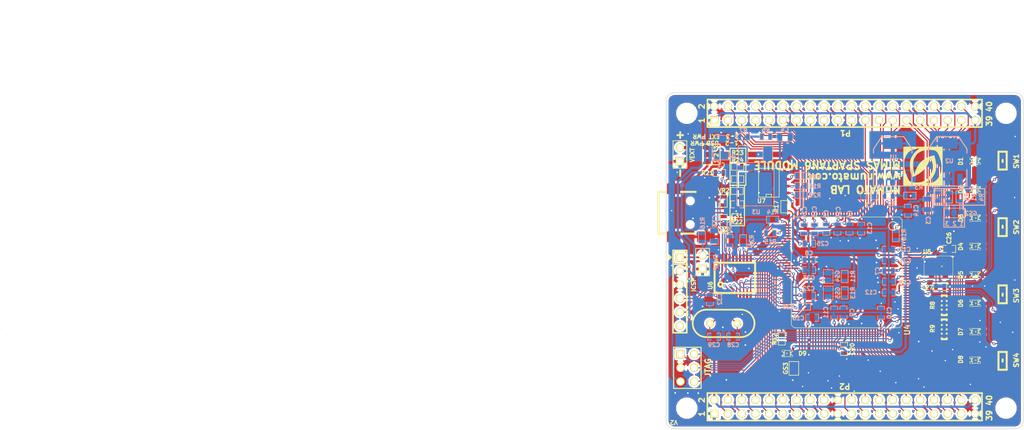
<source format=kicad_pcb>
(kicad_pcb (version 3) (host pcbnew "(2013-05-31 BZR 4019)-stable")
  (layers (15 F.Cu signal) (0 B.Cu signal) (18 B.Paste user) (19 F.Paste user) (20 B.SilkS user) (21 F.SilkS user) (22 B.Mask user) (23 F.Mask user) (28 Edge.Cuts user))
  (net 0 "")
  (net 1 /Gpios/GPIO-N1)
  (net 2 /Gpios/GPIO-N10)
  (net 3 /Gpios/GPIO-N11)
  (net 4 /Gpios/GPIO-N12)
  (net 5 /Gpios/GPIO-N13)
  (net 6 /Gpios/GPIO-N14)
  (net 7 /Gpios/GPIO-N15)
  (net 8 /Gpios/GPIO-N16)
  (net 9 /Gpios/GPIO-N17)
  (net 10 /Gpios/GPIO-N18)
  (net 11 /Gpios/GPIO-N19)
  (net 12 /Gpios/GPIO-N2)
  (net 13 /Gpios/GPIO-N22)
  (net 14 /Gpios/GPIO-N24)
  (net 15 /Gpios/GPIO-N26)
  (net 16 /Gpios/GPIO-N27)
  (net 17 /Gpios/GPIO-N28)
  (net 18 /Gpios/GPIO-N29)
  (net 19 /Gpios/GPIO-N3)
  (net 20 /Gpios/GPIO-N30)
  (net 21 /Gpios/GPIO-N31)
  (net 22 /Gpios/GPIO-N32)
  (net 23 /Gpios/GPIO-N33)
  (net 24 /Gpios/GPIO-N34)
  (net 25 /Gpios/GPIO-N35)
  (net 26 /Gpios/GPIO-N36)
  (net 27 /Gpios/GPIO-N37)
  (net 28 /Gpios/GPIO-N38)
  (net 29 /Gpios/GPIO-N39)
  (net 30 /Gpios/GPIO-N4)
  (net 31 /Gpios/GPIO-N5)
  (net 32 /Gpios/GPIO-N6)
  (net 33 /Gpios/GPIO-N7)
  (net 34 /Gpios/GPIO-N8)
  (net 35 /Gpios/GPIO-N9)
  (net 36 /Gpios/GPIO-P1)
  (net 37 /Gpios/GPIO-P10)
  (net 38 /Gpios/GPIO-P11)
  (net 39 /Gpios/GPIO-P12)
  (net 40 /Gpios/GPIO-P13)
  (net 41 /Gpios/GPIO-P14)
  (net 42 /Gpios/GPIO-P15)
  (net 43 /Gpios/GPIO-P16)
  (net 44 /Gpios/GPIO-P17)
  (net 45 /Gpios/GPIO-P18)
  (net 46 /Gpios/GPIO-P19)
  (net 47 /Gpios/GPIO-P2)
  (net 48 /Gpios/GPIO-P22)
  (net 49 /Gpios/GPIO-P24)
  (net 50 /Gpios/GPIO-P26)
  (net 51 /Gpios/GPIO-P27)
  (net 52 /Gpios/GPIO-P28)
  (net 53 /Gpios/GPIO-P29)
  (net 54 /Gpios/GPIO-P3)
  (net 55 /Gpios/GPIO-P30)
  (net 56 /Gpios/GPIO-P31)
  (net 57 /Gpios/GPIO-P32)
  (net 58 /Gpios/GPIO-P33)
  (net 59 /Gpios/GPIO-P34)
  (net 60 /Gpios/GPIO-P35)
  (net 61 /Gpios/GPIO-P36)
  (net 62 /Gpios/GPIO-P37)
  (net 63 /Gpios/GPIO-P38)
  (net 64 /Gpios/GPIO-P39)
  (net 65 /Gpios/GPIO-P4)
  (net 66 /Gpios/GPIO-P5)
  (net 67 /Gpios/GPIO-P6)
  (net 68 /Gpios/GPIO-P7)
  (net 69 /Gpios/GPIO-P8)
  (net 70 /Gpios/GPIO-P9)
  (net 71 /Gpios/LED0)
  (net 72 /Gpios/LED1)
  (net 73 /Gpios/LED2)
  (net 74 /Gpios/LED3)
  (net 75 /Gpios/LED4)
  (net 76 /Gpios/LED5)
  (net 77 /Gpios/LED6)
  (net 78 /Gpios/LED7)
  (net 79 /Gpios/SW0)
  (net 80 /Gpios/SW1)
  (net 81 /Gpios/SW2)
  (net 82 /Gpios/SW3)
  (net 83 /Gpios/VCCIO)
  (net 84 /PIC18F14K50/CLK)
  (net 85 /PIC18F14K50/D0)
  (net 86 /PIC18F14K50/D1)
  (net 87 /PIC18F14K50/D2)
  (net 88 /PIC18F14K50/D3)
  (net 89 /PIC18F14K50/DM)
  (net 90 /PIC18F14K50/DP)
  (net 91 /PIC18F14K50/MCLR)
  (net 92 /PIC18F14K50/OSC1)
  (net 93 /PIC18F14K50/OSC2)
  (net 94 /PIC18F14K50/PROGB)
  (net 95 /PIC18F14K50/RD)
  (net 96 /PIC18F14K50/SCK)
  (net 97 /PIC18F14K50/SCS)
  (net 98 /PIC18F14K50/SDI)
  (net 99 /PIC18F14K50/SDO)
  (net 100 /PIC18F14K50/VCCAUX)
  (net 101 /PIC18F14K50/VUSB)
  (net 102 /PIC18F14K50/WR)
  (net 103 /PowerSupply/VCCIN)
  (net 104 /PowerSupply/VCCINT)
  (net 105 /XC6SLX9/DONE)
  (net 106 /XC6SLX9/GCLK)
  (net 107 /XC6SLX9/HSWAP)
  (net 108 /XC6SLX9/INIT_B)
  (net 109 /XC6SLX9/M0)
  (net 110 /XC6SLX9/M1)
  (net 111 /XC6SLX9/SUSPEND)
  (net 112 /XC6SLX9/TCK)
  (net 113 /XC6SLX9/TDI)
  (net 114 /XC6SLX9/TDO)
  (net 115 /XC6SLX9/TMS)
  (net 116 GND)
  (net 117 N-0000014)
  (net 118 N-0000015)
  (net 119 N-0000017)
  (net 120 N-0000018)
  (net 121 N-0000019)
  (net 122 N-0000020)
  (net 123 N-0000021)
  (net 124 N-0000038)
  (net 125 N-0000040)
  (net 126 N-0000041)
  (net 127 N-0000043)
  (net 128 N-0000045)
  (net 129 N-0000046)
  (net 130 N-0000047)
  (net 131 N-0000054)
  (net 132 N-0000055)
  (net 133 N-0000056)
  (net 134 N-0000057)
  (net 135 N-0000058)
  (net 136 N-0000059)
  (net 137 N-0000060)
  (net 138 N-0000061)
  (module SO8 (layer F.Cu) (at 191.7192 95.4024 90)
    (fp_text reference U7 (at -3.37566 -1.3716 180) (layer F.SilkS) (effects (font (size 0.762 0.762) (thickness 0.1905))))
    (fp_text value M25P16 hide)
    (pad 8 smd rect (at -1.905 -2.921 90) (size 0.508 1.778) (layers F.Cu F.Paste F.Mask) (net 100 /PIC18F14K50/VCCAUX))
    (pad 1 smd rect (at -1.905 2.921 90) (size 0.508 1.778) (layers F.Cu F.Paste F.Mask) (net 130 N-0000047))
    (pad 7 smd rect (at -0.635 -2.921 90) (size 0.508 1.778) (layers F.Cu F.Paste F.Mask) (net 124 N-0000038))
    (pad 6 smd rect (at 0.635 -2.921 90) (size 0.508 1.778) (layers F.Cu F.Paste F.Mask) (net 127 N-0000043))
    (pad 5 smd rect (at 1.905 -2.921 90) (size 0.508 1.778) (layers F.Cu F.Paste F.Mask) (net 125 N-0000040))
    (pad 2 smd rect (at -0.635 2.921 90) (size 0.508 1.778) (layers F.Cu F.Paste F.Mask) (net 128 N-0000045))
    (pad 3 smd rect (at 0.635 2.921 90) (size 0.508 1.778) (layers F.Cu F.Paste F.Mask) (net 126 N-0000041))
    (pad 4 smd rect (at 1.905 2.921 90) (size 0.508 1.778) (layers F.Cu F.Paste F.Mask) (net 116 GND))
  )
  (module PIN_ARRAY-6X1 (layer F.Cu) (at 175.26 115.57 90)
    (fp_text reference P6 hide)
    (fp_text value CONN_6 hide)
    (pad 1 thru_hole circle (at -6.35 0 90) (size 1.524 1.524) (drill 1.016) (layers *.Cu *.Mask F.SilkS))
    (pad 2 thru_hole circle (at -3.81 0 90) (size 1.524 1.524) (drill 1.016) (layers *.Cu *.Mask F.SilkS) (net 89 /PIC18F14K50/DM))
    (pad 3 thru_hole circle (at -1.27 0 90) (size 1.524 1.524) (drill 1.016) (layers *.Cu *.Mask F.SilkS) (net 90 /PIC18F14K50/DP))
    (pad 4 thru_hole circle (at 1.27 0 90) (size 1.524 1.524) (drill 1.016) (layers *.Cu *.Mask F.SilkS) (net 116 GND))
    (pad 5 thru_hole circle (at 3.81 0 90) (size 1.524 1.524) (drill 1.016) (layers *.Cu *.Mask F.SilkS) (net 100 /PIC18F14K50/VCCAUX))
    (pad 6 thru_hole rect (at 6.35 0 90) (size 1.524 1.524) (drill 1.016) (layers *.Cu *.Mask F.SilkS) (net 91 /PIC18F14K50/MCLR))
  )
  (module TQG144 (layer F.Cu) (at 206.375 111.76 270)
    (fp_text reference U4 (at 10.8839 -10.922 270) (layer F.SilkS) (effects (font (size 1.016 1.016) (thickness 0.1905))))
    (fp_text value XC6SLX9-2TQG144C hide)
    (pad 109 smd rect (at 9 -11 270) (size 0.27 1.50114) (layers F.Cu F.Paste F.Mask) (net 112 /XC6SLX9/TCK))
    (pad 110 smd rect (at 8.5 -11 270) (size 0.27 1.50114) (layers F.Cu F.Paste F.Mask) (net 113 /XC6SLX9/TDI))
    (pad 111 smd rect (at 8 -11 270) (size 0.27 1.50114) (layers F.Cu F.Paste F.Mask) (net 78 /Gpios/LED7))
    (pad 112 smd rect (at 7.5 -11 270) (size 0.27 1.50114) (layers F.Cu F.Paste F.Mask) (net 77 /Gpios/LED6))
    (pad 113 smd rect (at 7 -11 270) (size 0.27 1.50114) (layers F.Cu F.Paste F.Mask) (net 116 GND))
    (pad 114 smd rect (at 6.5 -11 270) (size 0.27 1.50114) (layers F.Cu F.Paste F.Mask) (net 76 /Gpios/LED5))
    (pad 115 smd rect (at 6 -11 270) (size 0.27 1.50114) (layers F.Cu F.Paste F.Mask) (net 75 /Gpios/LED4))
    (pad 116 smd rect (at 5.5 -11 270) (size 0.27 1.50114) (layers F.Cu F.Paste F.Mask) (net 74 /Gpios/LED3))
    (pad 117 smd rect (at 5 -11 270) (size 0.27 1.50114) (layers F.Cu F.Paste F.Mask) (net 73 /Gpios/LED2))
    (pad 118 smd rect (at 4.5 -11 270) (size 0.27 1.50114) (layers F.Cu F.Paste F.Mask) (net 72 /Gpios/LED1))
    (pad 119 smd rect (at 4 -11 270) (size 0.27 1.50114) (layers F.Cu F.Paste F.Mask) (net 71 /Gpios/LED0))
    (pad 120 smd rect (at 3.5 -11 270) (size 0.27 1.50114) (layers F.Cu F.Paste F.Mask) (net 82 /Gpios/SW3))
    (pad 121 smd rect (at 3 -11 270) (size 0.27 1.50114) (layers F.Cu F.Paste F.Mask) (net 81 /Gpios/SW2))
    (pad 122 smd rect (at 2.5 -11 270) (size 0.27 1.50114) (layers F.Cu F.Paste F.Mask) (net 83 /Gpios/VCCIO))
    (pad 123 smd rect (at 2 -11 270) (size 0.27 1.50114) (layers F.Cu F.Paste F.Mask) (net 80 /Gpios/SW1))
    (pad 124 smd rect (at 1.5 -11 270) (size 0.27 1.50114) (layers F.Cu F.Paste F.Mask) (net 79 /Gpios/SW0))
    (pad 125 smd rect (at 1 -11 270) (size 0.27 1.50114) (layers F.Cu F.Paste F.Mask) (net 83 /Gpios/VCCIO))
    (pad 126 smd rect (at 0.5 -11 270) (size 0.27 1.50114) (layers F.Cu F.Paste F.Mask) (net 106 /XC6SLX9/GCLK))
    (pad 127 smd rect (at 0 -11 270) (size 0.27 1.50114) (layers F.Cu F.Paste F.Mask))
    (pad 128 smd rect (at -0.5 -11 270) (size 0.27 1.50114) (layers F.Cu F.Paste F.Mask) (net 104 /PowerSupply/VCCINT))
    (pad 129 smd rect (at -1 -11 270) (size 0.27 1.50114) (layers F.Cu F.Paste F.Mask) (net 100 /PIC18F14K50/VCCAUX))
    (pad 130 smd rect (at -1.5 -11 270) (size 0.27 1.50114) (layers F.Cu F.Paste F.Mask) (net 116 GND))
    (pad 131 smd rect (at -2 -11) (size 1.50114 0.27) (layers F.Cu F.Paste F.Mask) (net 1 /Gpios/GPIO-N1))
    (pad 132 smd rect (at -2.5 -11) (size 1.50114 0.27) (layers F.Cu F.Paste F.Mask) (net 36 /Gpios/GPIO-P1))
    (pad 133 smd rect (at -3 -11) (size 1.50114 0.27) (layers F.Cu F.Paste F.Mask) (net 12 /Gpios/GPIO-N2))
    (pad 134 smd rect (at -3.5 -11) (size 1.50114 0.27) (layers F.Cu F.Paste F.Mask) (net 47 /Gpios/GPIO-P2))
    (pad 135 smd rect (at -4 -11) (size 1.50114 0.27) (layers F.Cu F.Paste F.Mask) (net 83 /Gpios/VCCIO))
    (pad 136 smd rect (at -4.5 -11) (size 1.50114 0.27) (layers F.Cu F.Paste F.Mask) (net 116 GND))
    (pad 137 smd rect (at -5 -11) (size 1.50114 0.27) (layers F.Cu F.Paste F.Mask) (net 19 /Gpios/GPIO-N3))
    (pad 138 smd rect (at -5.5 -11) (size 1.50114 0.27) (layers F.Cu F.Paste F.Mask) (net 54 /Gpios/GPIO-P3))
    (pad 139 smd rect (at -6 -11) (size 1.50114 0.27) (layers F.Cu F.Paste F.Mask) (net 30 /Gpios/GPIO-N4))
    (pad 140 smd rect (at -6.5 -11) (size 1.50114 0.27) (layers F.Cu F.Paste F.Mask) (net 65 /Gpios/GPIO-P4))
    (pad 141 smd rect (at -7 -11) (size 1.50114 0.27) (layers F.Cu F.Paste F.Mask) (net 31 /Gpios/GPIO-N5))
    (pad 142 smd rect (at -7.5 -11) (size 1.50114 0.27) (layers F.Cu F.Paste F.Mask) (net 66 /Gpios/GPIO-P5))
    (pad 143 smd rect (at -8 -11) (size 1.50114 0.27) (layers F.Cu F.Paste F.Mask))
    (pad 144 smd rect (at -8.5 -11) (size 1.50114 0.27) (layers F.Cu F.Paste F.Mask) (net 107 /XC6SLX9/HSWAP))
    (pad 108 smd rect (at 11.4 -8.5 270) (size 1.50114 0.27) (layers F.Cu F.Paste F.Mask) (net 116 GND))
    (pad 107 smd rect (at 11.4 -8 270) (size 1.50114 0.27) (layers F.Cu F.Paste F.Mask) (net 115 /XC6SLX9/TMS))
    (pad 106 smd rect (at 11.4 -7.5 270) (size 1.50114 0.27) (layers F.Cu F.Paste F.Mask) (net 114 /XC6SLX9/TDO))
    (pad 105 smd rect (at 11.4 -7 270) (size 1.50114 0.27) (layers F.Cu F.Paste F.Mask) (net 62 /Gpios/GPIO-P37))
    (pad 104 smd rect (at 11.4 -6.5 270) (size 1.50114 0.27) (layers F.Cu F.Paste F.Mask) (net 27 /Gpios/GPIO-N37))
    (pad 103 smd rect (at 11.4 -6 270) (size 1.50114 0.27) (layers F.Cu F.Paste F.Mask) (net 83 /Gpios/VCCIO))
    (pad 102 smd rect (at 11.4 -5.5 270) (size 1.50114 0.27) (layers F.Cu F.Paste F.Mask) (net 61 /Gpios/GPIO-P36))
    (pad 101 smd rect (at 11.4 -5 270) (size 1.50114 0.27) (layers F.Cu F.Paste F.Mask) (net 26 /Gpios/GPIO-N36))
    (pad 2 smd rect (at -11 -8) (size 0.27 1.50114) (layers F.Cu F.Paste F.Mask) (net 67 /Gpios/GPIO-P6))
    (pad 3 smd rect (at -11 -7.5) (size 0.27 1.50114) (layers F.Cu F.Paste F.Mask) (net 116 GND))
    (pad 4 smd rect (at -11 -7) (size 0.27 1.50114) (layers F.Cu F.Paste F.Mask) (net 83 /Gpios/VCCIO))
    (pad 5 smd rect (at -11 -6.5) (size 0.27 1.50114) (layers F.Cu F.Paste F.Mask) (net 33 /Gpios/GPIO-N7))
    (pad 6 smd rect (at -11 -6) (size 0.27 1.50114) (layers F.Cu F.Paste F.Mask) (net 68 /Gpios/GPIO-P7))
    (pad 7 smd rect (at -11 -5.5) (size 0.27 1.50114) (layers F.Cu F.Paste F.Mask) (net 34 /Gpios/GPIO-N8))
    (pad 8 smd rect (at -11 -5) (size 0.27 1.50114) (layers F.Cu F.Paste F.Mask) (net 69 /Gpios/GPIO-P8))
    (pad 9 smd rect (at -11 -4.5) (size 0.27 1.50114) (layers F.Cu F.Paste F.Mask) (net 35 /Gpios/GPIO-N9))
    (pad 10 smd rect (at -11 -4) (size 0.27 1.50114) (layers F.Cu F.Paste F.Mask) (net 70 /Gpios/GPIO-P9))
    (pad 11 smd rect (at -11 -3.5) (size 0.27 1.50114) (layers F.Cu F.Paste F.Mask) (net 2 /Gpios/GPIO-N10))
    (pad 12 smd rect (at -11 -3) (size 0.27 1.50114) (layers F.Cu F.Paste F.Mask) (net 37 /Gpios/GPIO-P10))
    (pad 1 smd rect (at -11 -8.5) (size 0.27 1.50114) (layers F.Cu F.Paste F.Mask) (net 32 /Gpios/GPIO-N6))
    (pad 13 smd rect (at -11 -2.5) (size 0.27 1.50114) (layers F.Cu F.Paste F.Mask) (net 116 GND))
    (pad 14 smd rect (at -11 -2) (size 0.24 1.50114) (layers F.Cu F.Paste F.Mask) (net 3 /Gpios/GPIO-N11))
    (pad 15 smd rect (at -11 -1.5) (size 0.27 1.50114) (layers F.Cu F.Paste F.Mask) (net 38 /Gpios/GPIO-P11))
    (pad 16 smd rect (at -11 -1) (size 0.27 1.50114) (layers F.Cu F.Paste F.Mask) (net 4 /Gpios/GPIO-N12))
    (pad 17 smd rect (at -11 -0.5) (size 0.27 1.50114) (layers F.Cu F.Paste F.Mask) (net 39 /Gpios/GPIO-P12))
    (pad 18 smd rect (at -11 0) (size 0.27 1.50114) (layers F.Cu F.Paste F.Mask) (net 83 /Gpios/VCCIO))
    (pad 19 smd rect (at -11 0.5) (size 0.27 1.50114) (layers F.Cu F.Paste F.Mask) (net 104 /PowerSupply/VCCINT))
    (pad 20 smd rect (at -11 1) (size 0.27 1.50114) (layers F.Cu F.Paste F.Mask) (net 100 /PIC18F14K50/VCCAUX))
    (pad 21 smd rect (at -11 1.5) (size 0.27 1.50114) (layers F.Cu F.Paste F.Mask) (net 5 /Gpios/GPIO-N13))
    (pad 22 smd rect (at -11 2) (size 0.27 1.50114) (layers F.Cu F.Paste F.Mask) (net 40 /Gpios/GPIO-P13))
    (pad 23 smd rect (at -11 2.5) (size 0.27 1.50114) (layers F.Cu F.Paste F.Mask) (net 6 /Gpios/GPIO-N14))
    (pad 24 smd rect (at -11 3) (size 0.27 1.50114) (layers F.Cu F.Paste F.Mask) (net 41 /Gpios/GPIO-P14))
    (pad 25 smd rect (at -11 3.5) (size 0.27 1.50114) (layers F.Cu F.Paste F.Mask) (net 116 GND))
    (pad 26 smd rect (at -11 4 270) (size 1.50114 0.27) (layers F.Cu F.Paste F.Mask) (net 7 /Gpios/GPIO-N15))
    (pad 27 smd rect (at -11 4.5 270) (size 1.50114 0.27) (layers F.Cu F.Paste F.Mask) (net 42 /Gpios/GPIO-P15))
    (pad 28 smd rect (at -11 5 270) (size 1.50114 0.27) (layers F.Cu F.Paste F.Mask) (net 104 /PowerSupply/VCCINT))
    (pad 29 smd rect (at -11 5.5 270) (size 1.50114 0.27) (layers F.Cu F.Paste F.Mask) (net 8 /Gpios/GPIO-N16))
    (pad 30 smd rect (at -11 6 270) (size 1.50114 0.27) (layers F.Cu F.Paste F.Mask) (net 43 /Gpios/GPIO-P16))
    (pad 31 smd rect (at -11 6.5 270) (size 1.50114 0.27) (layers F.Cu F.Paste F.Mask) (net 83 /Gpios/VCCIO))
    (pad 32 smd rect (at -11 7 270) (size 1.50114 0.27) (layers F.Cu F.Paste F.Mask) (net 9 /Gpios/GPIO-N17))
    (pad 33 smd rect (at -11 7.5 270) (size 1.50114 0.27) (layers F.Cu F.Paste F.Mask) (net 44 /Gpios/GPIO-P17))
    (pad 34 smd rect (at -11 8 270) (size 1.50114 0.27) (layers F.Cu F.Paste F.Mask) (net 10 /Gpios/GPIO-N18))
    (pad 35 smd rect (at -11 8.5 270) (size 1.50114 0.27) (layers F.Cu F.Paste F.Mask) (net 45 /Gpios/GPIO-P18))
    (pad 36 smd rect (at -11 9 270) (size 1.50114 0.27) (layers F.Cu F.Paste F.Mask) (net 100 /PIC18F14K50/VCCAUX))
    (pad 37 smd rect (at -8.5 11.4) (size 1.50114 0.27) (layers F.Cu F.Paste F.Mask) (net 94 /PIC18F14K50/PROGB))
    (pad 38 smd rect (at -8 11.4) (size 1.50114 0.27) (layers F.Cu F.Paste F.Mask) (net 97 /PIC18F14K50/SCS))
    (pad 39 smd rect (at -7.5 11.4) (size 1.50114 0.27) (layers F.Cu F.Paste F.Mask) (net 108 /XC6SLX9/INIT_B))
    (pad 40 smd rect (at -7 11.4) (size 1.50114 0.27) (layers F.Cu F.Paste F.Mask))
    (pad 41 smd rect (at -6.5 11.4) (size 1.50114 0.27) (layers F.Cu F.Paste F.Mask))
    (pad 42 smd rect (at -6 11.4) (size 1.50114 0.27) (layers F.Cu F.Paste F.Mask) (net 100 /PIC18F14K50/VCCAUX))
    (pad 43 smd rect (at -5.5 11.4) (size 1.50114 0.27) (layers F.Cu F.Paste F.Mask) (net 28 /Gpios/GPIO-N38))
    (pad 44 smd rect (at -5 11.4) (size 1.50114 0.27) (layers F.Cu F.Paste F.Mask) (net 63 /Gpios/GPIO-P38))
    (pad 45 smd rect (at -4.5 11.4) (size 1.50114 0.27) (layers F.Cu F.Paste F.Mask) (net 29 /Gpios/GPIO-N39))
    (pad 46 smd rect (at -4 11.4) (size 1.50114 0.27) (layers F.Cu F.Paste F.Mask) (net 64 /Gpios/GPIO-P39))
    (pad 47 smd rect (at -3.5 11.4) (size 1.50114 0.27) (layers F.Cu F.Paste F.Mask) (net 14 /Gpios/GPIO-N24))
    (pad 48 smd rect (at -3 11.4) (size 1.50114 0.27) (layers F.Cu F.Paste F.Mask) (net 49 /Gpios/GPIO-P24))
    (pad 49 smd rect (at -2.5 11.4) (size 1.50114 0.27) (layers F.Cu F.Paste F.Mask) (net 116 GND))
    (pad 50 smd rect (at -2 11.4) (size 1.50114 0.27) (layers F.Cu F.Paste F.Mask) (net 13 /Gpios/GPIO-N22))
    (pad 51 smd rect (at -1.5 11.4 270) (size 0.27 1.50114) (layers F.Cu F.Paste F.Mask) (net 48 /Gpios/GPIO-P22))
    (pad 52 smd rect (at -1 11.4 270) (size 0.27 1.50114) (layers F.Cu F.Paste F.Mask) (net 104 /PowerSupply/VCCINT))
    (pad 53 smd rect (at -0.5 11.4 270) (size 0.27 1.50114) (layers F.Cu F.Paste F.Mask) (net 100 /PIC18F14K50/VCCAUX))
    (pad 54 smd rect (at 0 11.4 270) (size 0.27 1.50114) (layers F.Cu F.Paste F.Mask) (net 116 GND))
    (pad 55 smd rect (at 0.5 11.4 270) (size 0.27 1.50114) (layers F.Cu F.Paste F.Mask) (net 11 /Gpios/GPIO-N19))
    (pad 56 smd rect (at 1 11.4 270) (size 0.27 1.50114) (layers F.Cu F.Paste F.Mask) (net 46 /Gpios/GPIO-P19))
    (pad 57 smd rect (at 1.5 11.4 270) (size 0.27 1.50114) (layers F.Cu F.Paste F.Mask) (net 84 /PIC18F14K50/CLK))
    (pad 58 smd rect (at 2 11.4 270) (size 0.27 1.50114) (layers F.Cu F.Paste F.Mask) (net 102 /PIC18F14K50/WR))
    (pad 59 smd rect (at 2.5 11.4 270) (size 0.27 1.50114) (layers F.Cu F.Paste F.Mask) (net 95 /PIC18F14K50/RD))
    (pad 60 smd rect (at 3 11.4 270) (size 0.27 1.50114) (layers F.Cu F.Paste F.Mask) (net 110 /XC6SLX9/M1))
    (pad 61 smd rect (at 3.5 11.4 270) (size 0.27 1.50114) (layers F.Cu F.Paste F.Mask) (net 85 /PIC18F14K50/D0))
    (pad 62 smd rect (at 4 11.4 270) (size 0.27 1.50114) (layers F.Cu F.Paste F.Mask) (net 86 /PIC18F14K50/D1))
    (pad 63 smd rect (at 4.5 11.4 270) (size 0.27 1.50114) (layers F.Cu F.Paste F.Mask) (net 100 /PIC18F14K50/VCCAUX))
    (pad 64 smd rect (at 5 11.4 270) (size 0.27 1.50114) (layers F.Cu F.Paste F.Mask) (net 99 /PIC18F14K50/SDO))
    (pad 65 smd rect (at 5.5 11.4 270) (size 0.27 1.50114) (layers F.Cu F.Paste F.Mask) (net 98 /PIC18F14K50/SDI))
    (pad 66 smd rect (at 6 11.4 270) (size 0.27 1.50114) (layers F.Cu F.Paste F.Mask) (net 88 /PIC18F14K50/D3))
    (pad 67 smd rect (at 6.5 11.4 270) (size 0.27 1.50114) (layers F.Cu F.Paste F.Mask) (net 87 /PIC18F14K50/D2))
    (pad 68 smd rect (at 7 11.4 270) (size 0.27 1.50114) (layers F.Cu F.Paste F.Mask) (net 116 GND))
    (pad 69 smd rect (at 7.5 11.4 270) (size 0.27 1.50114) (layers F.Cu F.Paste F.Mask) (net 109 /XC6SLX9/M0))
    (pad 70 smd rect (at 8 11.4 270) (size 0.27 1.50114) (layers F.Cu F.Paste F.Mask) (net 96 /PIC18F14K50/SCK))
    (pad 71 smd rect (at 8.5 11.4 270) (size 0.27 1.50114) (layers F.Cu F.Paste F.Mask) (net 105 /XC6SLX9/DONE))
    (pad 72 smd rect (at 9 11.4 270) (size 0.27 1.50114) (layers F.Cu F.Paste F.Mask))
    (pad 73 smd rect (at 11.4 9) (size 0.27 1.50114) (layers F.Cu F.Paste F.Mask) (net 111 /XC6SLX9/SUSPEND))
    (pad 74 smd rect (at 11.4 8.5) (size 0.27 1.50114) (layers F.Cu F.Paste F.Mask) (net 15 /Gpios/GPIO-N26))
    (pad 75 smd rect (at 11.4 8) (size 0.27 1.50114) (layers F.Cu F.Paste F.Mask) (net 50 /Gpios/GPIO-P26))
    (pad 76 smd rect (at 11.4 7.5 270) (size 1.50114 0.27) (layers F.Cu F.Paste F.Mask) (net 83 /Gpios/VCCIO))
    (pad 77 smd rect (at 11.4 7 270) (size 1.50114 0.27) (layers F.Cu F.Paste F.Mask) (net 116 GND))
    (pad 78 smd rect (at 11.4 6.5 270) (size 1.50114 0.27) (layers F.Cu F.Paste F.Mask) (net 16 /Gpios/GPIO-N27))
    (pad 79 smd rect (at 11.4 6 270) (size 1.50114 0.27) (layers F.Cu F.Paste F.Mask) (net 51 /Gpios/GPIO-P27))
    (pad 80 smd rect (at 11.4 5.5 270) (size 1.50114 0.27) (layers F.Cu F.Paste F.Mask) (net 17 /Gpios/GPIO-N28))
    (pad 81 smd rect (at 11.4 5 270) (size 1.50114 0.27) (layers F.Cu F.Paste F.Mask) (net 52 /Gpios/GPIO-P28))
    (pad 82 smd rect (at 11.4 4.5 270) (size 1.50114 0.27) (layers F.Cu F.Paste F.Mask) (net 18 /Gpios/GPIO-N29))
    (pad 83 smd rect (at 11.4 4 270) (size 1.50114 0.27) (layers F.Cu F.Paste F.Mask) (net 53 /Gpios/GPIO-P29))
    (pad 84 smd rect (at 11.4 3.5 270) (size 1.50114 0.27) (layers F.Cu F.Adhes F.Paste F.Mask) (net 20 /Gpios/GPIO-N30))
    (pad 85 smd rect (at 11.4 3 270) (size 1.50114 0.27) (layers F.Cu F.Paste F.Mask) (net 55 /Gpios/GPIO-P30))
    (pad 86 smd rect (at 11.4 2.5 270) (size 1.50114 0.27) (layers F.Cu F.Paste F.Mask) (net 83 /Gpios/VCCIO))
    (pad 87 smd rect (at 11.4 2 270) (size 1.50114 0.27) (layers F.Cu F.Paste F.Mask) (net 21 /Gpios/GPIO-N31))
    (pad 88 smd rect (at 11.4 1.5 270) (size 1.50114 0.27) (layers F.Cu F.Paste F.Mask) (net 56 /Gpios/GPIO-P31))
    (pad 89 smd rect (at 11.4 1 270) (size 1.50114 0.27) (layers F.Cu F.Paste F.Mask) (net 104 /PowerSupply/VCCINT))
    (pad 90 smd rect (at 11.4 0.5 270) (size 1.50114 0.27) (layers F.Cu F.Paste F.Mask) (net 100 /PIC18F14K50/VCCAUX))
    (pad 91 smd rect (at 11.4 0 270) (size 1.50114 0.27) (layers F.Cu F.Paste F.Mask) (net 116 GND))
    (pad 92 smd rect (at 11.4 -0.5 270) (size 1.50114 0.27) (layers F.Cu F.Paste F.Mask) (net 22 /Gpios/GPIO-N32))
    (pad 93 smd rect (at 11.4 -1 270) (size 1.50114 0.27) (layers F.Cu F.Paste F.Mask) (net 57 /Gpios/GPIO-P32))
    (pad 94 smd rect (at 11.4 -1.5 270) (size 1.50114 0.27) (layers F.Cu F.Paste F.Mask) (net 23 /Gpios/GPIO-N33))
    (pad 95 smd rect (at 11.4 -2 270) (size 1.50114 0.27) (layers F.Cu F.Paste F.Mask) (net 58 /Gpios/GPIO-P33))
    (pad 96 smd rect (at 11.4 -2.5 270) (size 1.50114 0.27) (layers F.Cu F.Paste F.Mask) (net 116 GND))
    (pad 97 smd rect (at 11.4 -3 270) (size 1.50114 0.27) (layers F.Cu F.Paste F.Mask) (net 24 /Gpios/GPIO-N34))
    (pad 98 smd rect (at 11.4 -3.5 270) (size 1.50114 0.27) (layers F.Cu F.Paste F.Mask) (net 59 /Gpios/GPIO-P34))
    (pad 99 smd rect (at 11.4 -4 270) (size 1.50114 0.27) (layers F.Cu F.Paste F.Mask) (net 25 /Gpios/GPIO-N35))
    (pad 100 smd rect (at 11.4 -4.5 270) (size 1.50114 0.27) (layers F.Cu F.Paste F.Mask) (net 60 /Gpios/GPIO-P35))
  )
  (module SM0603_Capa (layer B.Cu) (at 212.45068 119.48922 90)
    (fp_text reference C10 (at -0.0254 1.524 90) (layer B.SilkS) (effects (font (size 0.762 0.762) (thickness 0.1905)) (justify mirror)))
    (fp_text value .01MFD hide)
    (pad 1 smd rect (at -0.762 0 90) (size 0.635 1.143) (layers B.Cu B.Paste B.Mask) (net 83 /Gpios/VCCIO))
    (pad 2 smd rect (at 0.762 0 90) (size 0.635 1.143) (layers B.Cu B.Paste B.Mask) (net 116 GND))
  )
  (module Switch_SMD (layer F.Cu) (at 234.95 128.27 270)
    (fp_text reference SW4 (at 0 -2.54 270) (layer F.SilkS) (effects (font (size 0.889 0.889) (thickness 0.22225))))
    (fp_text value SW_PUSH hide)
    (pad 1 smd rect (at -3.048 0 270) (size 2.4892 1.905) (layers F.Cu F.Paste F.Mask) (net 82 /Gpios/SW3))
    (pad 2 smd rect (at 3.31978 0 270) (size 2.4892 1.905) (layers F.Cu F.Paste F.Mask) (net 116 GND))
  )
  (module Switch_SMD (layer F.Cu) (at 234.95 116.205 90)
    (fp_text reference SW3 (at -0.127 2.54 90) (layer F.SilkS) (effects (font (size 0.889 0.889) (thickness 0.2032))))
    (fp_text value SW_PUSH hide)
    (pad 1 smd rect (at -3.048 0 90) (size 2.4892 1.905) (layers F.Cu F.Paste F.Mask) (net 81 /Gpios/SW2))
    (pad 2 smd rect (at 3.31978 0 90) (size 2.4892 1.905) (layers F.Cu F.Paste F.Mask) (net 116 GND))
  )
  (module Switch_SMD (layer F.Cu) (at 234.95 91.44 90)
    (fp_text reference SW1 (at 0 2.54 90) (layer F.SilkS) (effects (font (size 0.889 0.889) (thickness 0.22225))))
    (fp_text value SW_PUSH hide)
    (pad 1 smd rect (at -3.048 0 90) (size 2.4892 1.905) (layers F.Cu F.Paste F.Mask) (net 79 /Gpios/SW0))
    (pad 2 smd rect (at 3.31978 0 90) (size 2.4892 1.905) (layers F.Cu F.Paste F.Mask) (net 116 GND))
  )
  (module Switch_SMD (layer F.Cu) (at 234.95 103.505 270)
    (fp_text reference SW2 (at 0.127 -2.54 270) (layer F.SilkS) (effects (font (size 0.889 0.889) (thickness 0.22225))))
    (fp_text value SW_PUSH hide)
    (pad 1 smd rect (at -3.048 0 270) (size 2.4892 1.905) (layers F.Cu F.Paste F.Mask) (net 80 /Gpios/SW1))
    (pad 2 smd rect (at 3.31978 0 270) (size 2.4892 1.905) (layers F.Cu F.Paste F.Mask) (net 116 GND))
  )
  (module PIN_ARRAY_2X1 (layer F.Cu) (at 175.26 90.17 90)
    (fp_text reference P1 hide)
    (fp_text value CONN_2 hide)
    (pad 1 thru_hole rect (at -1.27 0 90) (size 1.524 1.524) (drill 1.016) (layers *.Cu *.Mask F.SilkS) (net 116 GND))
    (pad 2 thru_hole circle (at 1.27 0 90) (size 1.524 1.524) (drill 1.016) (layers *.Cu *.Mask F.SilkS) (net 117 N-0000014))
  )
  (module LED-0805 (layer F.Cu) (at 229.87 128.27)
    (fp_text reference D8 (at -2.667 -0.127 90) (layer F.SilkS) (effects (font (size 0.762 0.762) (thickness 0.1905))))
    (fp_text value LED hide)
    (pad 1 smd rect (at -1.04902 0) (size 1.19888 1.19888) (layers F.Cu F.Paste F.Mask) (net 138 N-0000061))
    (pad 2 smd rect (at 1.04902 0) (size 1.19888 1.19888) (layers F.Cu F.Paste F.Mask) (net 116 GND))
  )
  (module LED-0805 (layer F.Cu) (at 229.87 122.9868)
    (fp_text reference D7 (at -2.667 0 90) (layer F.SilkS) (effects (font (size 0.762 0.762) (thickness 0.1905))))
    (fp_text value LED hide)
    (pad 1 smd rect (at -1.04902 0) (size 1.19888 1.19888) (layers F.Cu F.Paste F.Mask) (net 137 N-0000060))
    (pad 2 smd rect (at 1.04902 0) (size 1.19888 1.19888) (layers F.Cu F.Paste F.Mask) (net 116 GND))
  )
  (module LED-0805 (layer F.Cu) (at 229.87 117.729)
    (fp_text reference D6 (at -2.667 0 90) (layer F.SilkS) (effects (font (size 0.762 0.762) (thickness 0.1905))))
    (fp_text value LED hide)
    (pad 1 smd rect (at -1.04902 0) (size 1.19888 1.19888) (layers F.Cu F.Paste F.Mask) (net 136 N-0000059))
    (pad 2 smd rect (at 1.04902 0) (size 1.19888 1.19888) (layers F.Cu F.Paste F.Mask) (net 116 GND))
  )
  (module LED-0805 (layer F.Cu) (at 229.87 112.4712)
    (fp_text reference D5 (at -2.667 0 90) (layer F.SilkS) (effects (font (size 0.762 0.762) (thickness 0.1905))))
    (fp_text value LED hide)
    (pad 1 smd rect (at -1.04902 0) (size 1.19888 1.19888) (layers F.Cu F.Paste F.Mask) (net 135 N-0000058))
    (pad 2 smd rect (at 1.04902 0) (size 1.19888 1.19888) (layers F.Cu F.Paste F.Mask) (net 116 GND))
  )
  (module LED-0805 (layer F.Cu) (at 229.87 107.2134)
    (fp_text reference D4 (at -2.667 0 90) (layer F.SilkS) (effects (font (size 0.762 0.762) (thickness 0.1905))))
    (fp_text value LED hide)
    (pad 1 smd rect (at -1.04902 0) (size 1.19888 1.19888) (layers F.Cu F.Paste F.Mask) (net 134 N-0000057))
    (pad 2 smd rect (at 1.04902 0) (size 1.19888 1.19888) (layers F.Cu F.Paste F.Mask) (net 116 GND))
  )
  (module LED-0805 (layer F.Cu) (at 229.87 101.9556)
    (fp_text reference D3 (at -2.667 0 90) (layer F.SilkS) (effects (font (size 0.762 0.762) (thickness 0.1905))))
    (fp_text value LED hide)
    (pad 1 smd rect (at -1.04902 0) (size 1.19888 1.19888) (layers F.Cu F.Paste F.Mask) (net 133 N-0000056))
    (pad 2 smd rect (at 1.04902 0) (size 1.19888 1.19888) (layers F.Cu F.Paste F.Mask) (net 116 GND))
  )
  (module LED-0805 (layer F.Cu) (at 229.87 96.6978)
    (fp_text reference D2 (at -2.667 0 90) (layer F.SilkS) (effects (font (size 0.762 0.762) (thickness 0.1905))))
    (fp_text value LED hide)
    (pad 1 smd rect (at -1.04902 0) (size 1.19888 1.19888) (layers F.Cu F.Paste F.Mask) (net 132 N-0000055))
    (pad 2 smd rect (at 1.04902 0) (size 1.19888 1.19888) (layers F.Cu F.Paste F.Mask) (net 116 GND))
  )
  (module LED-0805 (layer F.Cu) (at 229.87 91.44)
    (fp_text reference D1 (at -2.667 0 90) (layer F.SilkS) (effects (font (size 0.762 0.762) (thickness 0.1905))))
    (fp_text value LED hide)
    (pad 1 smd rect (at -1.04902 0) (size 1.19888 1.19888) (layers F.Cu F.Paste F.Mask) (net 131 N-0000054))
    (pad 2 smd rect (at 1.04902 0) (size 1.19888 1.19888) (layers F.Cu F.Paste F.Mask) (net 116 GND))
  )
  (module LED-0805 (layer F.Cu) (at 195.13296 127.03302 180)
    (fp_text reference D9 (at -2.794 0 180) (layer F.SilkS) (effects (font (size 0.762 0.762) (thickness 0.1905))))
    (fp_text value LED hide)
    (pad 1 smd rect (at -1.04902 0 180) (size 1.19888 1.19888) (layers F.Cu F.Paste F.Mask) (net 100 /PIC18F14K50/VCCAUX))
    (pad 2 smd rect (at 1.04902 0 180) (size 1.19888 1.19888) (layers F.Cu F.Paste F.Mask) (net 123 N-0000021))
  )
  (module HC-49V (layer F.Cu) (at 183.3372 121.4628 180)
    (fp_text reference X2 hide)
    (fp_text value CRYSTAL hide)
    (pad 1 thru_hole circle (at -2.54 0 180) (size 1.4224 1.4224) (drill 0.762) (layers *.Cu *.Mask F.SilkS) (net 93 /PIC18F14K50/OSC2))
    (pad 2 thru_hole circle (at 2.54 0 180) (size 1.4224 1.4224) (drill 0.762) (layers *.Cu *.Mask F.SilkS) (net 92 /PIC18F14K50/OSC1))
  )
  (module GS3 (layer F.Cu) (at 180.34 90.17 180)
    (fp_text reference GS1 hide)
    (fp_text value GS3 hide)
    (pad 1 smd rect (at 0 -1.27 180) (size 1.27 0.9652) (layers F.Cu F.Paste F.Mask) (net 101 /PIC18F14K50/VUSB))
    (pad 2 smd rect (at 0 0 180) (size 1.27 0.9652) (layers F.Cu F.Paste F.Mask) (net 103 /PowerSupply/VCCIN))
    (pad 3 smd rect (at 0 1.27 180) (size 1.27 0.9652) (layers F.Cu F.Paste F.Mask) (net 117 N-0000014))
  )
  (module GS2 (layer B.Cu) (at 202.692 112.776)
    (fp_text reference GS4 (at 1.72466 -0.0508 90) (layer B.SilkS) (effects (font (size 0.762 0.762) (thickness 0.1905)) (justify mirror)))
    (fp_text value GS2 hide)
    (pad 1 smd rect (at 0 0.635) (size 1.27 0.9652) (layers B.Cu B.Paste B.Mask) (net 110 /XC6SLX9/M1))
    (pad 2 smd rect (at 0 -0.635) (size 1.27 0.9652) (layers B.Cu B.Paste B.Mask) (net 116 GND))
  )
  (module GS2 (layer F.Cu) (at 196.342 129.794)
    (fp_text reference GS3 (at -1.524 0 90) (layer F.SilkS) (effects (font (size 0.762 0.762) (thickness 0.1905))))
    (fp_text value GS2 hide)
    (pad 1 smd rect (at 0 -0.635) (size 1.27 0.9652) (layers F.Cu F.Paste F.Mask) (net 111 /XC6SLX9/SUSPEND))
    (pad 2 smd rect (at 0 0.635) (size 1.27 0.9652) (layers F.Cu F.Paste F.Mask) (net 116 GND))
  )
  (module SM0603 (layer B.Cu) (at 198.30034 118.38178 180)
    (fp_text reference R25 (at 2.95402 -0.01016 180) (layer B.SilkS) (effects (font (size 0.762 0.762) (thickness 0.1905)) (justify mirror)))
    (fp_text value 10K hide)
    (pad 1 smd rect (at -0.762 0 180) (size 0.635 1.143) (layers B.Cu B.Paste B.Mask) (net 100 /PIC18F14K50/VCCAUX))
    (pad 2 smd rect (at 0.762 0 180) (size 0.635 1.143) (layers B.Cu B.Paste B.Mask) (net 96 /PIC18F14K50/SCK))
  )
  (module SM0603_Capa (layer B.Cu) (at 208.788 103.886 270)
    (fp_text reference C13 (at -0.0635 -1.5875 270) (layer B.SilkS) (effects (font (size 0.762 0.762) (thickness 0.1905)) (justify mirror)))
    (fp_text value .01MFD hide)
    (pad 1 smd rect (at -0.762 0 270) (size 0.635 1.143) (layers B.Cu B.Paste B.Mask) (net 83 /Gpios/VCCIO))
    (pad 2 smd rect (at 0.762 0 270) (size 0.635 1.143) (layers B.Cu B.Paste B.Mask) (net 116 GND))
  )
  (module SM0603 (layer B.Cu) (at 191.9605 104.775)
    (fp_text reference R15 (at 0.03302 1.56972) (layer B.SilkS) (effects (font (size 0.762 0.762) (thickness 0.1905)) (justify mirror)))
    (fp_text value 4.7K hide)
    (pad 1 smd rect (at -0.762 0) (size 0.635 1.143) (layers B.Cu B.Paste B.Mask) (net 100 /PIC18F14K50/VCCAUX))
    (pad 2 smd rect (at 0.762 0) (size 0.635 1.143) (layers B.Cu B.Paste B.Mask) (net 108 /XC6SLX9/INIT_B))
  )
  (module SM0603 (layer F.Cu) (at 182.57266 93.60154)
    (fp_text reference R21 (at -2.23266 -0.00254) (layer F.SilkS) (effects (font (size 0.762 0.762) (thickness 0.1905))))
    (fp_text value 10K hide)
    (pad 1 smd rect (at -0.762 0) (size 0.635 1.143) (layers F.Cu F.Paste F.Mask) (net 100 /PIC18F14K50/VCCAUX))
    (pad 2 smd rect (at 0.762 0) (size 0.635 1.143) (layers F.Cu F.Paste F.Mask) (net 99 /PIC18F14K50/SDO))
  )
  (module SM0603 (layer B.Cu) (at 197.65518 97.66554)
    (fp_text reference R20 (at 2.5908 0.0508) (layer B.SilkS) (effects (font (size 0.762 0.762) (thickness 0.1905)) (justify mirror)))
    (fp_text value 10K hide)
    (pad 1 smd rect (at -0.762 0) (size 0.635 1.143) (layers B.Cu B.Paste B.Mask) (net 130 N-0000047))
    (pad 2 smd rect (at 0.762 0) (size 0.635 1.143) (layers B.Cu B.Paste B.Mask) (net 100 /PIC18F14K50/VCCAUX))
  )
  (module SM0603_Capa (layer F.Cu) (at 223.393 114.7064)
    (fp_text reference C27 (at -2.413 0.1016) (layer F.SilkS) (effects (font (size 0.762 0.762) (thickness 0.1905))))
    (fp_text value 15pf hide)
    (pad 1 smd rect (at -0.762 0) (size 0.635 1.143) (layers F.Cu F.Paste F.Mask) (net 106 /XC6SLX9/GCLK))
    (pad 2 smd rect (at 0.762 0) (size 0.635 1.143) (layers F.Cu F.Paste F.Mask) (net 116 GND))
  )
  (module SM0603_Capa (layer B.Cu) (at 185.11012 123.9139 180)
    (fp_text reference C28 (at 0 -1.524 180) (layer B.SilkS) (effects (font (size 0.762 0.762) (thickness 0.1905)) (justify mirror)))
    (fp_text value 22PF hide)
    (pad 1 smd rect (at -0.762 0 180) (size 0.635 1.143) (layers B.Cu B.Paste B.Mask) (net 93 /PIC18F14K50/OSC2))
    (pad 2 smd rect (at 0.762 0 180) (size 0.635 1.143) (layers B.Cu B.Paste B.Mask) (net 116 GND))
  )
  (module SM0603_Capa (layer B.Cu) (at 199.7202 120.42648)
    (fp_text reference C16 (at -2.54 0.05842) (layer B.SilkS) (effects (font (size 0.762 0.762) (thickness 0.1905)) (justify mirror)))
    (fp_text value .01MFD hide)
    (pad 1 smd rect (at -0.762 0) (size 0.635 1.143) (layers B.Cu B.Paste B.Mask) (net 83 /Gpios/VCCIO))
    (pad 2 smd rect (at 0.762 0) (size 0.635 1.143) (layers B.Cu B.Paste B.Mask) (net 116 GND))
  )
  (module SM0603_Capa (layer B.Cu) (at 217.424 100.584 270)
    (fp_text reference C14 (at 0 -1.524 270) (layer B.SilkS) (effects (font (size 0.762 0.762) (thickness 0.1905)) (justify mirror)))
    (fp_text value .01MFD hide)
    (pad 1 smd rect (at -0.762 0 270) (size 0.635 1.143) (layers B.Cu B.Paste B.Mask) (net 83 /Gpios/VCCIO))
    (pad 2 smd rect (at 0.762 0 270) (size 0.635 1.143) (layers B.Cu B.Paste B.Mask) (net 116 GND))
  )
  (module SM0603 (layer F.Cu) (at 185.8264 96.9264)
    (fp_text reference R22 (at -0.0508 5.7658) (layer F.SilkS) (effects (font (size 0.762 0.762) (thickness 0.1905))))
    (fp_text value 10K hide)
    (pad 1 smd rect (at -0.762 0) (size 0.635 1.143) (layers F.Cu F.Paste F.Mask) (net 100 /PIC18F14K50/VCCAUX))
    (pad 2 smd rect (at 0.762 0) (size 0.635 1.143) (layers F.Cu F.Paste F.Mask) (net 124 N-0000038))
  )
  (module SM0603_Capa (layer B.Cu) (at 213.9315 113.7285 180)
    (fp_text reference C18 (at -2.96672 -0.1524 180) (layer B.SilkS) (effects (font (size 0.762 0.762) (thickness 0.1905)) (justify mirror)))
    (fp_text value .01MFD hide)
    (pad 1 smd rect (at -0.762 0 180) (size 0.635 1.143) (layers B.Cu B.Paste B.Mask) (net 83 /Gpios/VCCIO))
    (pad 2 smd rect (at 0.762 0 180) (size 0.635 1.143) (layers B.Cu B.Paste B.Mask) (net 116 GND))
  )
  (module SM0603_Capa (layer F.Cu) (at 205.61808 126.19482 270)
    (fp_text reference C20 (at 0 -1.524 270) (layer F.SilkS) (effects (font (size 0.762 0.762) (thickness 0.1905))))
    (fp_text value .01MFD hide)
    (pad 1 smd rect (at -0.762 0 270) (size 0.635 1.143) (layers F.Cu F.Paste F.Mask) (net 100 /PIC18F14K50/VCCAUX))
    (pad 2 smd rect (at 0.762 0 270) (size 0.635 1.143) (layers F.Cu F.Paste F.Mask) (net 116 GND))
  )
  (module SM0603_Capa (layer B.Cu) (at 199.1741 111.5949)
    (fp_text reference C23 (at -0.0381 1.4351) (layer B.SilkS) (effects (font (size 0.762 0.762) (thickness 0.1905)) (justify mirror)))
    (fp_text value .01MFD hide)
    (pad 1 smd rect (at -0.762 0) (size 0.635 1.143) (layers B.Cu B.Paste B.Mask) (net 100 /PIC18F14K50/VCCAUX))
    (pad 2 smd rect (at 0.762 0) (size 0.635 1.143) (layers B.Cu B.Paste B.Mask) (net 116 GND))
  )
  (module SM0603_Capa (layer B.Cu) (at 199.136 106.68)
    (fp_text reference C25 (at 2.54 0) (layer B.SilkS) (effects (font (size 0.762 0.762) (thickness 0.1905)) (justify mirror)))
    (fp_text value .01MFD hide)
    (pad 1 smd rect (at -0.762 0) (size 0.635 1.143) (layers B.Cu B.Paste B.Mask) (net 100 /PIC18F14K50/VCCAUX))
    (pad 2 smd rect (at 0.762 0) (size 0.635 1.143) (layers B.Cu B.Paste B.Mask) (net 116 GND))
  )
  (module SM0603_Capa (layer F.Cu) (at 225.07956 107.66298)
    (fp_text reference C26 (at -0.03556 -1.99898 90) (layer F.SilkS) (effects (font (size 0.762 0.762) (thickness 0.1905))))
    (fp_text value .01uf hide)
    (pad 1 smd rect (at -0.762 0) (size 0.635 1.143) (layers F.Cu F.Paste F.Mask) (net 100 /PIC18F14K50/VCCAUX))
    (pad 2 smd rect (at 0.762 0) (size 0.635 1.143) (layers F.Cu F.Paste F.Mask) (net 116 GND))
  )
  (module SM0603_Capa (layer B.Cu) (at 200.152 104.013 270)
    (fp_text reference C15 (at -3.175 0 270) (layer B.SilkS) (effects (font (size 0.762 0.762) (thickness 0.1905)) (justify mirror)))
    (fp_text value .01MFD hide)
    (pad 1 smd rect (at -0.762 0 270) (size 0.635 1.143) (layers B.Cu B.Paste B.Mask) (net 83 /Gpios/VCCIO))
    (pad 2 smd rect (at 0.762 0 270) (size 0.635 1.143) (layers B.Cu B.Paste B.Mask) (net 116 GND))
  )
  (module SM0603_Capa (layer B.Cu) (at 213.868 107.823 180)
    (fp_text reference C17 (at -2.99466 0.05842 180) (layer B.SilkS) (effects (font (size 0.762 0.762) (thickness 0.1905)) (justify mirror)))
    (fp_text value .01MFD hide)
    (pad 1 smd rect (at -0.762 0 180) (size 0.635 1.143) (layers B.Cu B.Paste B.Mask) (net 83 /Gpios/VCCIO))
    (pad 2 smd rect (at 0.762 0 180) (size 0.635 1.143) (layers B.Cu B.Paste B.Mask) (net 116 GND))
  )
  (module SM0603_Capa (layer B.Cu) (at 204.4065 103.886 270)
    (fp_text reference C19 (at -2.96672 -0.1524 270) (layer B.SilkS) (effects (font (size 0.762 0.762) (thickness 0.1905)) (justify mirror)))
    (fp_text value .01MFD hide)
    (pad 1 smd rect (at -0.762 0 270) (size 0.635 1.143) (layers B.Cu B.Paste B.Mask) (net 100 /PIC18F14K50/VCCAUX))
    (pad 2 smd rect (at 0.762 0 270) (size 0.635 1.143) (layers B.Cu B.Paste B.Mask) (net 116 GND))
  )
  (module SM0603_Capa (layer B.Cu) (at 213.9188 109.7788 180)
    (fp_text reference C21 (at -2.9972 -0.11938 180) (layer B.SilkS) (effects (font (size 0.762 0.762) (thickness 0.1905)) (justify mirror)))
    (fp_text value .01MFD hide)
    (pad 1 smd rect (at -0.762 0 180) (size 0.635 1.143) (layers B.Cu B.Paste B.Mask) (net 100 /PIC18F14K50/VCCAUX))
    (pad 2 smd rect (at 0.762 0 180) (size 0.635 1.143) (layers B.Cu B.Paste B.Mask) (net 116 GND))
  )
  (module SM0603_Capa (layer B.Cu) (at 199.136 116.332)
    (fp_text reference C22 (at -0.04826 -1.31064) (layer B.SilkS) (effects (font (size 0.762 0.762) (thickness 0.1905)) (justify mirror)))
    (fp_text value .01MFD hide)
    (pad 1 smd rect (at -0.762 0) (size 0.635 1.143) (layers B.Cu B.Paste B.Mask) (net 100 /PIC18F14K50/VCCAUX))
    (pad 2 smd rect (at 0.762 0) (size 0.635 1.143) (layers B.Cu B.Paste B.Mask) (net 116 GND))
  )
  (module SM0603_Capa (layer B.Cu) (at 198.247 104.013 270)
    (fp_text reference C24 (at -3.09372 -0.07112 270) (layer B.SilkS) (effects (font (size 0.762 0.762) (thickness 0.1905)) (justify mirror)))
    (fp_text value .01MFD hide)
    (pad 1 smd rect (at -0.762 0 270) (size 0.635 1.143) (layers B.Cu B.Paste B.Mask) (net 100 /PIC18F14K50/VCCAUX))
    (pad 2 smd rect (at 0.762 0 270) (size 0.635 1.143) (layers B.Cu B.Paste B.Mask) (net 116 GND))
  )
  (module SM0603 (layer F.Cu) (at 185.928 94.742 180)
    (fp_text reference R23 (at -0.01524 4.88188 180) (layer F.SilkS) (effects (font (size 0.762 0.762) (thickness 0.1905))))
    (fp_text value 100R hide)
    (pad 1 smd rect (at -0.762 0 180) (size 0.635 1.143) (layers F.Cu F.Paste F.Mask) (net 127 N-0000043))
    (pad 2 smd rect (at 0.762 0 180) (size 0.635 1.143) (layers F.Cu F.Paste F.Mask) (net 96 /PIC18F14K50/SCK))
  )
  (module SM0603 (layer F.Cu) (at 185.928 92.456 180)
    (fp_text reference R24 (at 0 1.27 180) (layer F.SilkS) (effects (font (size 0.762 0.762) (thickness 0.1905))))
    (fp_text value 100R hide)
    (pad 1 smd rect (at -0.762 0 180) (size 0.635 1.143) (layers F.Cu F.Paste F.Mask) (net 125 N-0000040))
    (pad 2 smd rect (at 0.762 0 180) (size 0.635 1.143) (layers F.Cu F.Paste F.Mask) (net 99 /PIC18F14K50/SDO))
  )
  (module SM0603 (layer B.Cu) (at 215.19388 105.19156 90)
    (fp_text reference R10 (at 0.12954 1.49098 90) (layer B.SilkS) (effects (font (size 0.762 0.762) (thickness 0.1905)) (justify mirror)))
    (fp_text value 4.7K hide)
    (pad 1 smd rect (at -0.762 0 90) (size 0.635 1.143) (layers B.Cu B.Paste B.Mask) (net 100 /PIC18F14K50/VCCAUX))
    (pad 2 smd rect (at 0.762 0 90) (size 0.635 1.143) (layers B.Cu B.Paste B.Mask) (net 107 /XC6SLX9/HSWAP))
  )
  (module SM0603 (layer B.Cu) (at 179.324 105.537 270)
    (fp_text reference R16 (at -2.667 -0.127 270) (layer B.SilkS) (effects (font (size 0.762 0.762) (thickness 0.1905)) (justify mirror)))
    (fp_text value 10K hide)
    (pad 1 smd rect (at -0.762 0 270) (size 0.635 1.143) (layers B.Cu B.Paste B.Mask) (net 100 /PIC18F14K50/VCCAUX))
    (pad 2 smd rect (at 0.762 0 270) (size 0.635 1.143) (layers B.Cu B.Paste B.Mask) (net 91 /PIC18F14K50/MCLR))
  )
  (module SM0603_Capa (layer B.Cu) (at 203.81214 119.46382 90)
    (fp_text reference C11 (at 0.0254 -1.5494 90) (layer B.SilkS) (effects (font (size 0.762 0.762) (thickness 0.1905)) (justify mirror)))
    (fp_text value .01MFD hide)
    (pad 1 smd rect (at -0.762 0 90) (size 0.635 1.143) (layers B.Cu B.Paste B.Mask) (net 83 /Gpios/VCCIO))
    (pad 2 smd rect (at 0.762 0 90) (size 0.635 1.143) (layers B.Cu B.Paste B.Mask) (net 116 GND))
  )
  (module SM0603_Capa (layer B.Cu) (at 205.5114 119.4308 90)
    (fp_text reference C9 (at -0.0127 1.6129 90) (layer B.SilkS) (effects (font (size 0.762 0.762) (thickness 0.1905)) (justify mirror)))
    (fp_text value .01MFD hide)
    (pad 1 smd rect (at -0.762 0 90) (size 0.635 1.143) (layers B.Cu B.Paste B.Mask) (net 104 /PowerSupply/VCCINT))
    (pad 2 smd rect (at 0.762 0 90) (size 0.635 1.143) (layers B.Cu B.Paste B.Mask) (net 116 GND))
  )
  (module SM0603_Capa (layer B.Cu) (at 199.136 109.728)
    (fp_text reference C8 (at 0 -1.27) (layer B.SilkS) (effects (font (size 0.762 0.762) (thickness 0.1905)) (justify mirror)))
    (fp_text value .01MFD hide)
    (pad 1 smd rect (at -0.762 0) (size 0.635 1.143) (layers B.Cu B.Paste B.Mask) (net 104 /PowerSupply/VCCINT))
    (pad 2 smd rect (at 0.762 0) (size 0.635 1.143) (layers B.Cu B.Paste B.Mask) (net 116 GND))
  )
  (module SM0603 (layer B.Cu) (at 213.868 97.79)
    (fp_text reference R2 (at 0.508 1.524) (layer B.SilkS) (effects (font (size 0.762 0.762) (thickness 0.1905)) (justify mirror)))
    (fp_text value 220 hide)
    (pad 1 smd rect (at -0.762 0) (size 0.635 1.143) (layers B.Cu B.Paste B.Mask) (net 104 /PowerSupply/VCCINT))
    (pad 2 smd rect (at 0.762 0) (size 0.635 1.143) (layers B.Cu B.Paste B.Mask) (net 118 N-0000015))
  )
  (module SM0603 (layer B.Cu) (at 225.044 98.044 270)
    (fp_text reference R1 (at 0.0635 -4.6228 270) (layer B.SilkS) (effects (font (size 0.762 0.762) (thickness 0.1905)) (justify mirror)))
    (fp_text value 220 hide)
    (pad 1 smd rect (at -0.762 0 270) (size 0.635 1.143) (layers B.Cu B.Paste B.Mask) (net 122 N-0000020))
    (pad 2 smd rect (at 0.762 0 270) (size 0.635 1.143) (layers B.Cu B.Paste B.Mask) (net 119 N-0000017))
  )
  (module SM0603_Capa (layer B.Cu) (at 213.92896 115.74272 180)
    (fp_text reference C12 (at 3.32994 0.03556 180) (layer B.SilkS) (effects (font (size 0.762 0.762) (thickness 0.1905)) (justify mirror)))
    (fp_text value .01MFD hide)
    (pad 1 smd rect (at -0.762 0 180) (size 0.635 1.143) (layers B.Cu B.Paste B.Mask) (net 83 /Gpios/VCCIO))
    (pad 2 smd rect (at 0.762 0 180) (size 0.635 1.143) (layers B.Cu B.Paste B.Mask) (net 116 GND))
  )
  (module SM0603 (layer B.Cu) (at 187.0456 86.9442 180)
    (fp_text reference R7 (at 0.03556 1.21158 180) (layer B.SilkS) (effects (font (size 0.762 0.762) (thickness 0.1905)) (justify mirror)))
    (fp_text value 330 hide)
    (pad 1 smd rect (at -0.762 0 180) (size 0.635 1.143) (layers B.Cu B.Paste B.Mask) (net 121 N-0000019))
    (pad 2 smd rect (at 0.762 0 180) (size 0.635 1.143) (layers B.Cu B.Paste B.Mask) (net 116 GND))
  )
  (module SM0603 (layer B.Cu) (at 205.74 112.776 270)
    (fp_text reference R11 (at 0 -1.524 270) (layer B.SilkS) (effects (font (size 0.762 0.762) (thickness 0.1905)) (justify mirror)))
    (fp_text value 10K hide)
    (pad 1 smd rect (at -0.762 0 270) (size 0.635 1.143) (layers B.Cu B.Paste B.Mask) (net 100 /PIC18F14K50/VCCAUX))
    (pad 2 smd rect (at 0.762 0 270) (size 0.635 1.143) (layers B.Cu B.Paste B.Mask) (net 110 /XC6SLX9/M1))
  )
  (module SM0603 (layer B.Cu) (at 226.9744 98.0186 270)
    (fp_text reference R5 (at 0.0254 -1.3716 270) (layer B.SilkS) (effects (font (size 0.762 0.762) (thickness 0.1905)) (justify mirror)))
    (fp_text value 330 hide)
    (pad 1 smd rect (at -0.762 0 270) (size 0.635 1.143) (layers B.Cu B.Paste B.Mask) (net 122 N-0000020))
    (pad 2 smd rect (at 0.762 0 270) (size 0.635 1.143) (layers B.Cu B.Paste B.Mask) (net 120 N-0000018))
  )
  (module SM0603 (layer B.Cu) (at 205.74 115.824 270)
    (fp_text reference R13 (at 0 -1.524 270) (layer B.SilkS) (effects (font (size 0.762 0.762) (thickness 0.1905)) (justify mirror)))
    (fp_text value 10K hide)
    (pad 1 smd rect (at -0.762 0 270) (size 0.635 1.143) (layers B.Cu B.Paste B.Mask) (net 100 /PIC18F14K50/VCCAUX))
    (pad 2 smd rect (at 0.762 0 270) (size 0.635 1.143) (layers B.Cu B.Paste B.Mask) (net 109 /XC6SLX9/M0))
  )
  (module SM0603 (layer B.Cu) (at 192.405 102.235)
    (fp_text reference R14 (at 0.03048 -1.37668) (layer B.SilkS) (effects (font (size 0.762 0.762) (thickness 0.1905)) (justify mirror)))
    (fp_text value 4.7K hide)
    (pad 1 smd rect (at -0.762 0) (size 0.635 1.143) (layers B.Cu B.Paste B.Mask) (net 100 /PIC18F14K50/VCCAUX))
    (pad 2 smd rect (at 0.762 0) (size 0.635 1.143) (layers B.Cu B.Paste B.Mask) (net 94 /PIC18F14K50/PROGB))
  )
  (module SM0603 (layer F.Cu) (at 194.10426 124.32538 270)
    (fp_text reference R12 (at 0.03302 1.34874 270) (layer F.SilkS) (effects (font (size 0.762 0.762) (thickness 0.1905))))
    (fp_text value 1K hide)
    (pad 1 smd rect (at -0.762 0 270) (size 0.635 1.143) (layers F.Cu F.Paste F.Mask) (net 105 /XC6SLX9/DONE))
    (pad 2 smd rect (at 0.762 0 270) (size 0.635 1.143) (layers F.Cu F.Paste F.Mask) (net 123 N-0000021))
  )
  (module SM0603 (layer B.Cu) (at 223.0501 98.03892 270)
    (fp_text reference R4 (at 0.08128 -7.9883 270) (layer B.SilkS) (effects (font (size 0.762 0.762) (thickness 0.1905)) (justify mirror)))
    (fp_text value 220 hide)
    (pad 1 smd rect (at -0.762 0 270) (size 0.635 1.143) (layers B.Cu B.Paste B.Mask) (net 83 /Gpios/VCCIO))
    (pad 2 smd rect (at 0.762 0 270) (size 0.635 1.143) (layers B.Cu B.Paste B.Mask) (net 122 N-0000020))
  )
  (module SM0603 (layer B.Cu) (at 191.1731 86.868 180)
    (fp_text reference R6 (at 0.02032 1.27508 180) (layer B.SilkS) (effects (font (size 0.762 0.762) (thickness 0.1905)) (justify mirror)))
    (fp_text value 220 hide)
    (pad 1 smd rect (at -0.762 0 180) (size 0.635 1.143) (layers B.Cu B.Paste B.Mask) (net 100 /PIC18F14K50/VCCAUX))
    (pad 2 smd rect (at 0.762 0 180) (size 0.635 1.143) (layers B.Cu B.Paste B.Mask) (net 121 N-0000019))
  )
  (module SM0603 (layer B.Cu) (at 217.805 97.79)
    (fp_text reference R3 (at 1.651 -1.524) (layer B.SilkS) (effects (font (size 0.762 0.762) (thickness 0.1905)) (justify mirror)))
    (fp_text value 10 hide)
    (pad 1 smd rect (at -0.762 0) (size 0.635 1.143) (layers B.Cu B.Paste B.Mask) (net 118 N-0000015))
    (pad 2 smd rect (at 0.762 0) (size 0.635 1.143) (layers B.Cu B.Paste B.Mask) (net 116 GND))
  )
  (module SM0603_Capa (layer B.Cu) (at 181.56682 123.9139)
    (fp_text reference C29 (at 0 1.524) (layer B.SilkS) (effects (font (size 0.762 0.762) (thickness 0.1905)) (justify mirror)))
    (fp_text value 22PF hide)
    (pad 1 smd rect (at -0.762 0) (size 0.635 1.143) (layers B.Cu B.Paste B.Mask) (net 92 /PIC18F14K50/OSC1))
    (pad 2 smd rect (at 0.762 0) (size 0.635 1.143) (layers B.Cu B.Paste B.Mask) (net 116 GND))
  )
  (module SM0603_Capa (layer B.Cu) (at 184.404 106.172 90)
    (fp_text reference C30 (at 2.54 0 90) (layer B.SilkS) (effects (font (size 0.762 0.762) (thickness 0.1905)) (justify mirror)))
    (fp_text value .01MFD hide)
    (pad 1 smd rect (at -0.762 0 90) (size 0.635 1.143) (layers B.Cu B.Paste B.Mask) (net 129 N-0000046))
    (pad 2 smd rect (at 0.762 0 90) (size 0.635 1.143) (layers B.Cu B.Paste B.Mask) (net 116 GND))
  )
  (module SM0603_Capa (layer F.Cu) (at 185.8772 99.4156 180)
    (fp_text reference C31 (at 0.0762 -2.12598 180) (layer F.SilkS) (effects (font (size 0.762 0.762) (thickness 0.1905))))
    (fp_text value 0.1ufd hide)
    (pad 1 smd rect (at -0.762 0 180) (size 0.635 1.143) (layers F.Cu F.Paste F.Mask) (net 116 GND))
    (pad 2 smd rect (at 0.762 0 180) (size 0.635 1.143) (layers F.Cu F.Paste F.Mask) (net 100 /PIC18F14K50/VCCAUX))
  )
  (module SM0603_Capa (layer B.Cu) (at 180.79974 116.98732 90)
    (fp_text reference C32 (at 0.02032 1.82626 90) (layer B.SilkS) (effects (font (size 0.762 0.762) (thickness 0.1905)) (justify mirror)))
    (fp_text value .01MFD hide)
    (pad 1 smd rect (at -0.762 0 90) (size 0.635 1.143) (layers B.Cu B.Paste B.Mask) (net 116 GND))
    (pad 2 smd rect (at 0.762 0 90) (size 0.635 1.143) (layers B.Cu B.Paste B.Mask) (net 100 /PIC18F14K50/VCCAUX))
  )
  (module SM0603 (layer F.Cu) (at 183.34482 102.42042 270)
    (fp_text reference VR1 (at 2.032 0 360) (layer F.SilkS) (effects (font (size 0.762 0.762) (thickness 0.1905))))
    (fp_text value VR hide)
    (pad 1 smd rect (at -0.762 0 270) (size 0.635 1.143) (layers F.Cu F.Paste F.Mask) (net 90 /PIC18F14K50/DP))
    (pad 2 smd rect (at 0.762 0 270) (size 0.635 1.143) (layers F.Cu F.Paste F.Mask) (net 116 GND))
  )
  (module SM0603 (layer F.Cu) (at 183.3753 98.7933 90)
    (fp_text reference VR2 (at 1.9304 -0.0254 180) (layer F.SilkS) (effects (font (size 0.762 0.762) (thickness 0.1905))))
    (fp_text value VR hide)
    (pad 1 smd rect (at -0.762 0 90) (size 0.635 1.143) (layers F.Cu F.Paste F.Mask) (net 89 /PIC18F14K50/DM))
    (pad 2 smd rect (at 0.762 0 90) (size 0.635 1.143) (layers F.Cu F.Paste F.Mask) (net 116 GND))
  )
  (module SM1210 (layer B.Cu) (at 182.88 88.9 90)
    (fp_text reference C1 (at -3.2258 -0.01016 180) (layer B.SilkS) (effects (font (size 0.762 0.762) (thickness 0.1905)) (justify mirror)))
    (fp_text value 47MFD hide)
    (pad 1 smd rect (at -1.524 0 90) (size 1.27 2.54) (layers B.Cu B.Paste B.Mask) (net 103 /PowerSupply/VCCIN))
    (pad 2 smd rect (at 1.524 0 90) (size 1.27 2.54) (layers B.Cu B.Paste B.Mask) (net 116 GND))
  )
  (module SM0603 (layer B.Cu) (at 186.944 106.172 270)
    (fp_text reference R26 (at -0.01016 -1.60528 270) (layer B.SilkS) (effects (font (size 0.762 0.762) (thickness 0.1905)) (justify mirror)))
    (fp_text value 10K hide)
    (pad 1 smd rect (at -0.762 0 270) (size 0.635 1.143) (layers B.Cu B.Paste B.Mask) (net 100 /PIC18F14K50/VCCAUX))
    (pad 2 smd rect (at 0.762 0 270) (size 0.635 1.143) (layers B.Cu B.Paste B.Mask) (net 98 /PIC18F14K50/SDI))
  )
  (module DPAK2 (layer B.Cu) (at 189.23 90.17)
    (fp_text reference U3 (at 0.127 10.668) (layer B.SilkS) (effects (font (size 0.762 0.762) (thickness 0.1905)) (justify mirror)))
    (fp_text value LM317_SOT223 hide)
    (pad 1 smd rect (at -2.286 0) (size 1.651 3.048) (layers B.Cu B.Paste B.Mask) (net 121 N-0000019))
    (pad 2 smd rect (at 0 6.35) (size 6.096 6.096) (layers B.Cu B.Paste B.Mask) (net 100 /PIC18F14K50/VCCAUX))
    (pad 3 smd rect (at 2.286 0) (size 1.651 3.048) (layers B.Cu B.Paste B.Mask) (net 103 /PowerSupply/VCCIN))
  )
  (module SOT223 (layer B.Cu) (at 224.79 91.44 180)
    (fp_text reference U2 (at -0.3048 0.0508 180) (layer B.SilkS) (effects (font (size 0.762 0.762) (thickness 0.1905)) (justify mirror)))
    (fp_text value LM317_SOT223 hide)
    (pad 4 smd rect (at 0 3.302 180) (size 3.6576 2.032) (layers B.Cu B.Paste B.Mask) (net 83 /Gpios/VCCIO))
    (pad 2 smd rect (at 0 -3.302 180) (size 1.016 2.032) (layers B.Cu B.Paste B.Mask) (net 83 /Gpios/VCCIO))
    (pad 3 smd rect (at 2.286 -3.302 180) (size 1.016 2.032) (layers B.Cu B.Paste B.Mask) (net 103 /PowerSupply/VCCIN))
    (pad 1 smd rect (at -2.286 -3.302 180) (size 1.016 2.032) (layers B.Cu B.Paste B.Mask) (net 122 N-0000020))
  )
  (module SOT223 (layer B.Cu) (at 214.63 91.44 180)
    (fp_text reference U1 (at 0 0.762 180) (layer B.SilkS) (effects (font (size 0.762 0.762) (thickness 0.1905)) (justify mirror)))
    (fp_text value LM317_SOT223 hide)
    (pad 4 smd rect (at 0 3.302 180) (size 3.6576 2.032) (layers B.Cu B.Paste B.Mask) (net 104 /PowerSupply/VCCINT))
    (pad 2 smd rect (at 0 -3.302 180) (size 1.016 2.032) (layers B.Cu B.Paste B.Mask) (net 104 /PowerSupply/VCCINT))
    (pad 3 smd rect (at 2.286 -3.302 180) (size 1.016 2.032) (layers B.Cu B.Paste B.Mask) (net 103 /PowerSupply/VCCIN))
    (pad 1 smd rect (at -2.286 -3.302 180) (size 1.016 2.032) (layers B.Cu B.Paste B.Mask) (net 118 N-0000015))
  )
  (module SM0805 (layer B.Cu) (at 194.691 86.9442)
    (fp_text reference C4 (at -0.03556 -1.36906) (layer B.SilkS) (effects (font (size 0.762 0.762) (thickness 0.1905)) (justify mirror)))
    (fp_text value 10MFD hide)
    (pad 1 smd rect (at -0.9525 0) (size 0.889 1.397) (layers B.Cu B.Paste B.Mask) (net 100 /PIC18F14K50/VCCAUX))
    (pad 2 smd rect (at 0.9525 0) (size 0.889 1.397) (layers B.Cu B.Paste B.Mask) (net 116 GND))
  )
  (module SM0603 (layer B.Cu) (at 197.64248 94.10954 180)
    (fp_text reference R19 (at -2.5654 -0.254 180) (layer B.SilkS) (effects (font (size 0.762 0.762) (thickness 0.1905)) (justify mirror)))
    (fp_text value 10K hide)
    (pad 1 smd rect (at -0.762 0 180) (size 0.635 1.143) (layers B.Cu B.Paste B.Mask) (net 100 /PIC18F14K50/VCCAUX))
    (pad 2 smd rect (at 0.762 0 180) (size 0.635 1.143) (layers B.Cu B.Paste B.Mask) (net 126 N-0000041))
  )
  (module PIN_ARRAY_2X1 (layer F.Cu) (at 179.451 110.109 90)
    (fp_text reference P5 hide)
    (fp_text value CONN_2 hide)
    (pad 1 thru_hole rect (at -1.27 0 90) (size 1.524 1.524) (drill 1.016) (layers *.Cu *.Mask F.SilkS) (net 116 GND))
    (pad 2 thru_hole circle (at 1.27 0 90) (size 1.524 1.524) (drill 1.016) (layers *.Cu *.Mask F.SilkS) (net 91 /PIC18F14K50/MCLR))
  )
  (module USBMICRO (layer F.Cu) (at 177.165 100.965)
    (fp_text reference X1 hide)
    (fp_text value USBMINI hide)
    (pad 0 smd rect (at -3.048 -4.445) (size 2.4892 1.9812) (layers F.Cu F.Paste F.Mask) (net 116 GND))
    (pad 0 smd rect (at -3.048 4.445) (size 2.4892 1.9812) (layers F.Cu F.Paste F.Mask) (net 116 GND))
    (pad 0 smd rect (at 2.9083 -4.445) (size 3.2766 1.9812) (layers F.Cu F.Paste F.Mask) (net 116 GND))
    (pad 0 smd rect (at 2.9083 4.445) (size 3.2766 1.9812) (layers F.Cu F.Paste F.Mask) (net 116 GND))
    (pad 1 smd rect (at 2.9972 -1.5748) (size 3.0988 0.508) (layers F.Cu F.Paste F.Mask) (net 101 /PIC18F14K50/VUSB))
    (pad 2 smd rect (at 2.9972 -0.7366) (size 3.0988 0.508) (layers F.Cu F.Paste F.Mask) (net 89 /PIC18F14K50/DM))
    (pad 3 smd rect (at 2.9972 0) (size 3.0988 0.508) (layers F.Cu F.Paste F.Mask) (net 90 /PIC18F14K50/DP))
    (pad 4 smd rect (at 2.9972 0.7366) (size 3.0988 0.508) (layers F.Cu F.Paste F.Mask))
    (pad 5 smd rect (at 2.9972 1.5748) (size 3.0988 0.508) (layers F.Cu F.Paste F.Mask) (net 116 GND))
    (pad "" np_thru_hole circle (at 0 -2.1844) (size 0.9144 0.9144) (drill 0.9144) (layers *.Cu *.Mask F.SilkS))
    (pad "" np_thru_hole circle (at 0 2.1844) (size 0.9144 0.9144) (drill 0.9144) (layers *.Cu *.Mask F.SilkS))
  )
  (module SSOP-20 (layer F.Cu) (at 185.42 113.03)
    (fp_text reference U6 (at -4.53644 1.40716 90) (layer F.SilkS) (effects (font (size 0.762 0.762) (thickness 0.1905))))
    (fp_text value PIC18F14K50 hide)
    (pad 1 smd rect (at -2.92608 3.4671) (size 0.4191 1.905) (layers F.Cu F.Paste F.Mask) (net 100 /PIC18F14K50/VCCAUX))
    (pad 2 smd rect (at -2.2606 3.4671) (size 0.4191 1.905) (layers F.Cu F.Paste F.Mask) (net 92 /PIC18F14K50/OSC1))
    (pad 3 smd rect (at -1.6256 3.4671) (size 0.4191 1.905) (layers F.Cu F.Paste F.Mask) (net 93 /PIC18F14K50/OSC2))
    (pad 4 smd rect (at -0.9652 3.4671) (size 0.4191 1.905) (layers F.Cu F.Paste F.Mask) (net 91 /PIC18F14K50/MCLR))
    (pad 5 smd rect (at -0.32512 3.4671) (size 0.4191 1.905) (layers F.Cu F.Paste F.Mask) (net 87 /PIC18F14K50/D2))
    (pad 6 smd rect (at 0.32512 3.4671) (size 0.4191 1.905) (layers F.Cu F.Paste F.Mask) (net 88 /PIC18F14K50/D3))
    (pad 7 smd rect (at 0.97536 3.4671) (size 0.4191 1.905) (layers F.Cu F.Paste F.Mask) (net 86 /PIC18F14K50/D1))
    (pad 8 smd rect (at 1.6256 3.4671) (size 0.4191 1.905) (layers F.Cu F.Paste F.Mask) (net 85 /PIC18F14K50/D0))
    (pad 9 smd rect (at 2.27584 3.4671) (size 0.4191 1.905) (layers F.Cu F.Paste F.Mask) (net 99 /PIC18F14K50/SDO))
    (pad 10 smd rect (at 2.92608 3.4671) (size 0.4191 1.905) (layers F.Cu F.Paste F.Mask) (net 102 /PIC18F14K50/WR))
    (pad 11 smd rect (at 2.92608 -3.4671) (size 0.4191 1.905) (layers F.Cu F.Paste F.Mask) (net 96 /PIC18F14K50/SCK))
    (pad 12 smd rect (at 2.27584 -3.4671) (size 0.4191 1.905) (layers F.Cu F.Paste F.Mask) (net 97 /PIC18F14K50/SCS))
    (pad 13 smd rect (at 1.6256 -3.4671) (size 0.4191 1.905) (layers F.Cu F.Paste F.Mask) (net 98 /PIC18F14K50/SDI))
    (pad 14 smd rect (at 0.9652 -3.4671) (size 0.4191 1.905) (layers F.Cu F.Paste F.Mask) (net 95 /PIC18F14K50/RD))
    (pad 15 smd rect (at 0.32512 -3.4671) (size 0.4191 1.905) (layers F.Cu F.Paste F.Mask) (net 94 /PIC18F14K50/PROGB))
    (pad 16 smd rect (at -0.32512 -3.4671) (size 0.4191 1.905) (layers F.Cu F.Paste F.Mask) (net 84 /PIC18F14K50/CLK))
    (pad 17 smd rect (at -0.97536 -3.4671) (size 0.4191 1.905) (layers F.Cu F.Paste F.Mask) (net 129 N-0000046))
    (pad 18 smd rect (at -1.6256 -3.4671) (size 0.4191 1.905) (layers F.Cu F.Paste F.Mask) (net 89 /PIC18F14K50/DM))
    (pad 19 smd rect (at -2.27584 -3.4671) (size 0.4191 1.905) (layers F.Cu F.Paste F.Mask) (net 90 /PIC18F14K50/DP))
    (pad 20 smd rect (at -2.92608 -3.4671) (size 0.4191 1.905) (layers F.Cu F.Paste F.Mask) (net 116 GND))
  )
  (module FXO-HC536R (layer F.Cu) (at 223.0882 111.1504 180)
    (fp_text reference U5 (at 2.1082 2.9464 180) (layer F.SilkS) (effects (font (size 0.762 0.762) (thickness 0.1905))))
    (fp_text value FXO-HC536R hide)
    (pad 4 smd rect (at -1.27 -1.12 180) (size 1.036 1.494) (layers F.Cu F.Paste F.Mask) (net 100 /PIC18F14K50/VCCAUX))
    (pad 3 smd rect (at 1.27 -1.12 180) (size 1.036 1.494) (layers F.Cu F.Paste F.Mask) (net 106 /XC6SLX9/GCLK))
    (pad 2 smd rect (at 1.27 1.12 180) (size 1.036 1.494) (layers F.Cu F.Paste F.Mask) (net 116 GND))
    (pad 1 smd rect (at -1.27 1.12 180) (size 1.036 1.494) (layers F.Cu F.Paste F.Mask) (net 100 /PIC18F14K50/VCCAUX))
  )
  (module SM0603 (layer B.Cu) (at 197.66026 95.97644 180)
    (fp_text reference R18 (at -2.5908 -0.0762 180) (layer B.SilkS) (effects (font (size 0.762 0.762) (thickness 0.1905)) (justify mirror)))
    (fp_text value 100R hide)
    (pad 1 smd rect (at -0.762 0 180) (size 0.635 1.143) (layers B.Cu B.Paste B.Mask) (net 98 /PIC18F14K50/SDI))
    (pad 2 smd rect (at 0.762 0 180) (size 0.635 1.143) (layers B.Cu B.Paste B.Mask) (net 128 N-0000045))
  )
  (module SM0603 (layer F.Cu) (at 194.5513 99.85248 90)
    (fp_text reference R17 (at 0.0508 -1.4732 90) (layer F.SilkS) (effects (font (size 0.762 0.762) (thickness 0.1905))))
    (fp_text value 100R hide)
    (pad 1 smd rect (at -0.762 0 90) (size 0.635 1.143) (layers F.Cu F.Paste F.Mask) (net 97 /PIC18F14K50/SCS))
    (pad 2 smd rect (at 0.762 0 90) (size 0.635 1.143) (layers F.Cu F.Paste F.Mask) (net 130 N-0000047))
  )
  (module PIN_ARRAY_20X2 (layer F.Cu) (at 205.74 82.55 180)
    (fp_text reference P2 hide)
    (fp_text value CONN_20X2 hide)
    (pad 1 thru_hole circle (at -24.13 1.27 180) (size 1.524 1.524) (drill 1.016) (layers *.Cu *.Mask F.SilkS) (net 116 GND))
    (pad 2 thru_hole circle (at -24.13 -1.27 180) (size 1.524 1.524) (drill 1.016) (layers *.Cu *.Mask F.SilkS) (net 83 /Gpios/VCCIO))
    (pad 11 thru_hole circle (at -11.43 1.27 180) (size 1.524 1.524) (drill 1.016) (layers *.Cu *.Mask F.SilkS) (net 31 /Gpios/GPIO-N5))
    (pad 4 thru_hole circle (at -21.59 -1.27 180) (size 1.524 1.524) (drill 1.016) (layers *.Cu *.Mask F.SilkS) (net 36 /Gpios/GPIO-P1))
    (pad 13 thru_hole circle (at -8.89 1.27 180) (size 1.524 1.524) (drill 1.016) (layers *.Cu *.Mask F.SilkS) (net 32 /Gpios/GPIO-N6))
    (pad 6 thru_hole circle (at -19.05 -1.27 180) (size 1.524 1.524) (drill 1.016) (layers *.Cu *.Mask F.SilkS) (net 47 /Gpios/GPIO-P2))
    (pad 15 thru_hole circle (at -6.35 1.27 180) (size 1.524 1.524) (drill 1.016) (layers *.Cu *.Mask F.SilkS) (net 33 /Gpios/GPIO-N7))
    (pad 8 thru_hole circle (at -16.51 -1.27 180) (size 1.524 1.524) (drill 1.016) (layers *.Cu *.Mask F.SilkS) (net 54 /Gpios/GPIO-P3))
    (pad 17 thru_hole circle (at -3.81 1.27 180) (size 1.524 1.524) (drill 1.016) (layers *.Cu *.Mask F.SilkS) (net 34 /Gpios/GPIO-N8))
    (pad 10 thru_hole circle (at -13.97 -1.27 180) (size 1.524 1.524) (drill 1.016) (layers *.Cu *.Mask F.SilkS) (net 65 /Gpios/GPIO-P4))
    (pad 19 thru_hole circle (at -1.27 1.27 180) (size 1.524 1.524) (drill 1.016) (layers *.Cu *.Mask F.SilkS) (net 35 /Gpios/GPIO-N9))
    (pad 12 thru_hole circle (at -11.43 -1.27 180) (size 1.524 1.524) (drill 1.016) (layers *.Cu *.Mask F.SilkS) (net 66 /Gpios/GPIO-P5))
    (pad 21 thru_hole circle (at 1.27 1.27 180) (size 1.524 1.524) (drill 1.016) (layers *.Cu *.Mask F.SilkS) (net 2 /Gpios/GPIO-N10))
    (pad 14 thru_hole circle (at -8.89 -1.27 180) (size 1.524 1.524) (drill 1.016) (layers *.Cu *.Mask F.SilkS) (net 67 /Gpios/GPIO-P6))
    (pad 23 thru_hole circle (at 3.81 1.27 180) (size 1.524 1.524) (drill 1.016) (layers *.Cu *.Mask F.SilkS) (net 3 /Gpios/GPIO-N11))
    (pad 16 thru_hole circle (at -6.35 -1.27 180) (size 1.524 1.524) (drill 1.016) (layers *.Cu *.Mask F.SilkS) (net 68 /Gpios/GPIO-P7))
    (pad 25 thru_hole circle (at 6.35 1.27 180) (size 1.524 1.524) (drill 1.016) (layers *.Cu *.Mask F.SilkS) (net 4 /Gpios/GPIO-N12))
    (pad 18 thru_hole circle (at -3.81 -1.27 180) (size 1.524 1.524) (drill 1.016) (layers *.Cu *.Mask F.SilkS) (net 69 /Gpios/GPIO-P8))
    (pad 27 thru_hole circle (at 8.89 1.27 180) (size 1.524 1.524) (drill 1.016) (layers *.Cu *.Mask F.SilkS) (net 5 /Gpios/GPIO-N13))
    (pad 20 thru_hole circle (at -1.27 -1.27 180) (size 1.524 1.524) (drill 1.016) (layers *.Cu *.Mask F.SilkS) (net 70 /Gpios/GPIO-P9))
    (pad 29 thru_hole circle (at 11.43 1.27 180) (size 1.524 1.524) (drill 1.016) (layers *.Cu *.Mask F.SilkS) (net 6 /Gpios/GPIO-N14))
    (pad 22 thru_hole circle (at 1.27 -1.27 180) (size 1.524 1.524) (drill 1.016) (layers *.Cu *.Mask F.SilkS) (net 37 /Gpios/GPIO-P10))
    (pad 31 thru_hole circle (at 13.97 1.27 180) (size 1.524 1.524) (drill 1.016) (layers *.Cu *.Mask F.SilkS) (net 7 /Gpios/GPIO-N15))
    (pad 24 thru_hole circle (at 3.81 -1.27 180) (size 1.524 1.524) (drill 1.016) (layers *.Cu *.Mask F.SilkS) (net 38 /Gpios/GPIO-P11))
    (pad 26 thru_hole circle (at 6.35 -1.27 180) (size 1.524 1.524) (drill 1.016) (layers *.Cu *.Mask F.SilkS) (net 39 /Gpios/GPIO-P12))
    (pad 33 thru_hole circle (at 16.51 1.27 180) (size 1.524 1.524) (drill 1.016) (layers *.Cu *.Mask F.SilkS) (net 8 /Gpios/GPIO-N16))
    (pad 28 thru_hole circle (at 8.89 -1.27 180) (size 1.524 1.524) (drill 1.016) (layers *.Cu *.Mask F.SilkS) (net 40 /Gpios/GPIO-P13))
    (pad 32 thru_hole circle (at 13.97 -1.27 180) (size 1.524 1.524) (drill 1.016) (layers *.Cu *.Mask F.SilkS) (net 42 /Gpios/GPIO-P15))
    (pad 34 thru_hole circle (at 16.51 -1.27 180) (size 1.524 1.524) (drill 1.016) (layers *.Cu *.Mask F.SilkS) (net 43 /Gpios/GPIO-P16))
    (pad 36 thru_hole circle (at 19.05 -1.27 180) (size 1.524 1.524) (drill 1.016) (layers *.Cu *.Mask F.SilkS) (net 44 /Gpios/GPIO-P17))
    (pad 38 thru_hole circle (at 21.59 -1.27 180) (size 1.524 1.524) (drill 1.016) (layers *.Cu *.Mask F.SilkS) (net 45 /Gpios/GPIO-P18))
    (pad 35 thru_hole circle (at 19.05 1.27 180) (size 1.524 1.524) (drill 1.016) (layers *.Cu *.Mask F.SilkS) (net 9 /Gpios/GPIO-N17))
    (pad 37 thru_hole circle (at 21.59 1.27 180) (size 1.524 1.524) (drill 1.016) (layers *.Cu *.Mask F.SilkS) (net 10 /Gpios/GPIO-N18))
    (pad 3 thru_hole circle (at -21.59 1.27 180) (size 1.524 1.524) (drill 1.016) (layers *.Cu *.Mask F.SilkS) (net 1 /Gpios/GPIO-N1))
    (pad 5 thru_hole circle (at -19.05 1.27 180) (size 1.524 1.524) (drill 1.016) (layers *.Cu *.Mask F.SilkS) (net 12 /Gpios/GPIO-N2))
    (pad 7 thru_hole circle (at -16.51 1.27 180) (size 1.524 1.524) (drill 1.016) (layers *.Cu *.Mask F.SilkS) (net 19 /Gpios/GPIO-N3))
    (pad 9 thru_hole circle (at -13.97 1.27 180) (size 1.524 1.524) (drill 1.016) (layers *.Cu *.Mask F.SilkS) (net 30 /Gpios/GPIO-N4))
    (pad 39 thru_hole circle (at 24.13 1.27 180) (size 1.524 1.524) (drill 1.016) (layers *.Cu *.Mask F.SilkS) (net 116 GND))
    (pad 40 thru_hole rect (at 24.13 -1.27 180) (size 1.524 1.524) (drill 1.016) (layers *.Cu *.Mask F.SilkS) (net 83 /Gpios/VCCIO))
    (pad 30 thru_hole circle (at 11.43 -1.27 180) (size 1.524 1.524) (drill 1.016) (layers *.Cu *.Mask F.SilkS) (net 41 /Gpios/GPIO-P14))
  )
  (module GS3 (layer B.Cu) (at 225.9838 101.0158 90)
    (fp_text reference GS2 (at -0.0762 3.1242 180) (layer B.SilkS) (effects (font (size 0.762 0.762) (thickness 0.1905)) (justify mirror)))
    (fp_text value GS3 hide)
    (pad 1 smd rect (at 0 1.27 90) (size 1.27 0.9652) (layers B.Cu B.Paste B.Mask) (net 120 N-0000018))
    (pad 2 smd rect (at 0 0 90) (size 1.27 0.9652) (layers B.Cu B.Paste B.Mask) (net 116 GND))
    (pad 3 smd rect (at 0 -1.27 90) (size 1.27 0.9652) (layers B.Cu B.Paste B.Mask) (net 119 N-0000017))
  )
  (module RES_NET4 (layer F.Cu) (at 224.155 122.555 90)
    (fp_text reference R9 (at 0.127 -2.159 90) (layer F.SilkS) (effects (font (size 0.762 0.762) (thickness 0.1905))))
    (fp_text value RES_NET4 hide)
    (pad 1 smd rect (at -1.19888 -0.79756 90) (size 0.508 0.9144) (layers F.Cu F.Paste F.Mask) (net 78 /Gpios/LED7))
    (pad 2 smd rect (at -1.19888 0.79756 90) (size 0.508 0.9144) (layers F.Cu F.Paste F.Mask) (net 138 N-0000061))
    (pad 3 smd rect (at -0.39878 -0.79756 90) (size 0.508 0.9144) (layers F.Cu F.Paste F.Mask) (net 77 /Gpios/LED6))
    (pad 4 smd rect (at -0.39878 0.79756 90) (size 0.508 0.9144) (layers F.Cu F.Paste F.Mask) (net 137 N-0000060))
    (pad 5 smd rect (at 0.39878 -0.79756 90) (size 0.508 0.9144) (layers F.Cu F.Paste F.Mask) (net 76 /Gpios/LED5))
    (pad 6 smd rect (at 0.39878 0.79756 90) (size 0.508 0.9144) (layers F.Cu F.Paste F.Mask) (net 136 N-0000059))
    (pad 7 smd rect (at 1.19888 -0.79756 90) (size 0.508 0.9144) (layers F.Cu F.Paste F.Mask) (net 75 /Gpios/LED4))
    (pad 8 smd rect (at 1.19888 0.79756 90) (size 0.508 0.9144) (layers F.Cu F.Paste F.Mask) (net 135 N-0000058))
  )
  (module RES_NET4 (layer F.Cu) (at 224.155 118.11 90)
    (fp_text reference R8 (at 0 -2.159 90) (layer F.SilkS) (effects (font (size 0.762 0.762) (thickness 0.1905))))
    (fp_text value RES_NET4 hide)
    (pad 1 smd rect (at -1.19888 -0.79756 90) (size 0.508 0.9144) (layers F.Cu F.Paste F.Mask) (net 74 /Gpios/LED3))
    (pad 2 smd rect (at -1.19888 0.79756 90) (size 0.508 0.9144) (layers F.Cu F.Paste F.Mask) (net 134 N-0000057))
    (pad 3 smd rect (at -0.39878 -0.79756 90) (size 0.508 0.9144) (layers F.Cu F.Paste F.Mask) (net 73 /Gpios/LED2))
    (pad 4 smd rect (at -0.39878 0.79756 90) (size 0.508 0.9144) (layers F.Cu F.Paste F.Mask) (net 133 N-0000056))
    (pad 5 smd rect (at 0.39878 -0.79756 90) (size 0.508 0.9144) (layers F.Cu F.Paste F.Mask) (net 72 /Gpios/LED1))
    (pad 6 smd rect (at 0.39878 0.79756 90) (size 0.508 0.9144) (layers F.Cu F.Paste F.Mask) (net 132 N-0000055))
    (pad 7 smd rect (at 1.19888 -0.79756 90) (size 0.508 0.9144) (layers F.Cu F.Paste F.Mask) (net 71 /Gpios/LED0))
    (pad 8 smd rect (at 1.19888 0.79756 90) (size 0.508 0.9144) (layers F.Cu F.Paste F.Mask) (net 131 N-0000054))
  )
  (module SM0603_Capa (layer B.Cu) (at 202.3364 103.9368 270)
    (fp_text reference C5 (at -2.72796 0.01016 270) (layer B.SilkS) (effects (font (size 0.762 0.762) (thickness 0.1905)) (justify mirror)))
    (fp_text value .01MFD hide)
    (pad 1 smd rect (at -0.762 0 270) (size 0.635 1.143) (layers B.Cu B.Paste B.Mask) (net 104 /PowerSupply/VCCINT))
    (pad 2 smd rect (at 0.762 0 270) (size 0.635 1.143) (layers B.Cu B.Paste B.Mask) (net 116 GND))
  )
  (module SM0603_Capa (layer B.Cu) (at 213.868 111.76 180)
    (fp_text reference C7 (at 2.0193 -0.00508 270) (layer B.SilkS) (effects (font (size 0.762 0.762) (thickness 0.1905)) (justify mirror)))
    (fp_text value .01MFD hide)
    (pad 1 smd rect (at -0.762 0 180) (size 0.635 1.143) (layers B.Cu B.Paste B.Mask) (net 104 /PowerSupply/VCCINT))
    (pad 2 smd rect (at 0.762 0 180) (size 0.635 1.143) (layers B.Cu B.Paste B.Mask) (net 116 GND))
  )
  (module SM0603_Capa (layer B.Cu) (at 206.629 103.886 270)
    (fp_text reference C6 (at -2.59334 -0.04572 270) (layer B.SilkS) (effects (font (size 0.762 0.762) (thickness 0.1905)) (justify mirror)))
    (fp_text value .01MFD hide)
    (pad 1 smd rect (at -0.762 0 270) (size 0.635 1.143) (layers B.Cu B.Paste B.Mask) (net 104 /PowerSupply/VCCINT))
    (pad 2 smd rect (at 0.762 0 270) (size 0.635 1.143) (layers B.Cu B.Paste B.Mask) (net 116 GND))
  )
  (module GS2 (layer B.Cu) (at 202.692 115.824)
    (fp_text reference GS5 (at 1.778 0 90) (layer B.SilkS) (effects (font (size 0.762 0.762) (thickness 0.1905)) (justify mirror)))
    (fp_text value GS2 hide)
    (pad 1 smd rect (at 0 0.635) (size 1.27 0.9652) (layers B.Cu B.Paste B.Mask) (net 109 /XC6SLX9/M0))
    (pad 2 smd rect (at 0 -0.635) (size 1.27 0.9652) (layers B.Cu B.Paste B.Mask) (net 116 GND))
  )
  (module PIN_ARRAY_20X2 (layer F.Cu) (at 205.74 136.906 180)
    (fp_text reference P3 hide)
    (fp_text value CONN_20X2 hide)
    (pad 1 thru_hole circle (at -24.13 1.27 180) (size 1.524 1.524) (drill 1.016) (layers *.Cu *.Mask F.SilkS) (net 83 /Gpios/VCCIO))
    (pad 2 thru_hole circle (at -24.13 -1.27 180) (size 1.524 1.524) (drill 1.016) (layers *.Cu *.Mask F.SilkS) (net 116 GND))
    (pad 11 thru_hole circle (at -11.43 1.27 180) (size 1.524 1.524) (drill 1.016) (layers *.Cu *.Mask F.SilkS) (net 58 /Gpios/GPIO-P33))
    (pad 4 thru_hole circle (at -21.59 -1.27 180) (size 1.524 1.524) (drill 1.016) (layers *.Cu *.Mask F.SilkS) (net 27 /Gpios/GPIO-N37))
    (pad 13 thru_hole circle (at -8.89 1.27 180) (size 1.524 1.524) (drill 1.016) (layers *.Cu *.Mask F.SilkS) (net 57 /Gpios/GPIO-P32))
    (pad 6 thru_hole circle (at -19.05 -1.27 180) (size 1.524 1.524) (drill 1.016) (layers *.Cu *.Mask F.SilkS) (net 26 /Gpios/GPIO-N36))
    (pad 15 thru_hole circle (at -6.35 1.27 180) (size 1.524 1.524) (drill 1.016) (layers *.Cu *.Mask F.SilkS) (net 56 /Gpios/GPIO-P31))
    (pad 8 thru_hole circle (at -16.51 -1.27 180) (size 1.524 1.524) (drill 1.016) (layers *.Cu *.Mask F.SilkS) (net 25 /Gpios/GPIO-N35))
    (pad 17 thru_hole circle (at -3.81 1.27 180) (size 1.524 1.524) (drill 1.016) (layers *.Cu *.Mask F.SilkS) (net 55 /Gpios/GPIO-P30))
    (pad 10 thru_hole circle (at -13.97 -1.27 180) (size 1.524 1.524) (drill 1.016) (layers *.Cu *.Mask F.SilkS) (net 24 /Gpios/GPIO-N34))
    (pad 19 thru_hole circle (at -1.27 1.27 180) (size 1.524 1.524) (drill 1.016) (layers *.Cu *.Mask F.SilkS) (net 53 /Gpios/GPIO-P29))
    (pad 12 thru_hole circle (at -11.43 -1.27 180) (size 1.524 1.524) (drill 1.016) (layers *.Cu *.Mask F.SilkS) (net 23 /Gpios/GPIO-N33))
    (pad 21 thru_hole circle (at 1.27 1.27 180) (size 1.524 1.524) (drill 1.016) (layers *.Cu *.Mask F.SilkS) (net 116 GND))
    (pad 14 thru_hole circle (at -8.89 -1.27 180) (size 1.524 1.524) (drill 1.016) (layers *.Cu *.Mask F.SilkS) (net 22 /Gpios/GPIO-N32))
    (pad 23 thru_hole circle (at 3.81 1.27 180) (size 1.524 1.524) (drill 1.016) (layers *.Cu *.Mask F.SilkS) (net 52 /Gpios/GPIO-P28))
    (pad 16 thru_hole circle (at -6.35 -1.27 180) (size 1.524 1.524) (drill 1.016) (layers *.Cu *.Mask F.SilkS) (net 21 /Gpios/GPIO-N31))
    (pad 25 thru_hole circle (at 6.35 1.27 180) (size 1.524 1.524) (drill 1.016) (layers *.Cu *.Mask F.SilkS) (net 51 /Gpios/GPIO-P27))
    (pad 18 thru_hole circle (at -3.81 -1.27 180) (size 1.524 1.524) (drill 1.016) (layers *.Cu *.Mask F.SilkS) (net 20 /Gpios/GPIO-N30))
    (pad 27 thru_hole circle (at 8.89 1.27 180) (size 1.524 1.524) (drill 1.016) (layers *.Cu *.Mask F.SilkS) (net 50 /Gpios/GPIO-P26))
    (pad 20 thru_hole circle (at -1.27 -1.27 180) (size 1.524 1.524) (drill 1.016) (layers *.Cu *.Mask F.SilkS) (net 18 /Gpios/GPIO-N29))
    (pad 29 thru_hole circle (at 11.43 1.27 180) (size 1.524 1.524) (drill 1.016) (layers *.Cu *.Mask F.SilkS) (net 46 /Gpios/GPIO-P19))
    (pad 22 thru_hole circle (at 1.27 -1.27 180) (size 1.524 1.524) (drill 1.016) (layers *.Cu *.Mask F.SilkS) (net 116 GND))
    (pad 31 thru_hole circle (at 13.97 1.27 180) (size 1.524 1.524) (drill 1.016) (layers *.Cu *.Mask F.SilkS) (net 48 /Gpios/GPIO-P22))
    (pad 24 thru_hole circle (at 3.81 -1.27 180) (size 1.524 1.524) (drill 1.016) (layers *.Cu *.Mask F.SilkS) (net 17 /Gpios/GPIO-N28))
    (pad 26 thru_hole circle (at 6.35 -1.27 180) (size 1.524 1.524) (drill 1.016) (layers *.Cu *.Mask F.SilkS) (net 16 /Gpios/GPIO-N27))
    (pad 33 thru_hole circle (at 16.51 1.27 180) (size 1.524 1.524) (drill 1.016) (layers *.Cu *.Mask F.SilkS) (net 49 /Gpios/GPIO-P24))
    (pad 28 thru_hole circle (at 8.89 -1.27 180) (size 1.524 1.524) (drill 1.016) (layers *.Cu *.Mask F.SilkS) (net 15 /Gpios/GPIO-N26))
    (pad 32 thru_hole circle (at 13.97 -1.27 180) (size 1.524 1.524) (drill 1.016) (layers *.Cu *.Mask F.SilkS) (net 13 /Gpios/GPIO-N22))
    (pad 34 thru_hole circle (at 16.51 -1.27 180) (size 1.524 1.524) (drill 1.016) (layers *.Cu *.Mask F.SilkS) (net 14 /Gpios/GPIO-N24))
    (pad 36 thru_hole circle (at 19.05 -1.27 180) (size 1.524 1.524) (drill 1.016) (layers *.Cu *.Mask F.SilkS) (net 29 /Gpios/GPIO-N39))
    (pad 38 thru_hole circle (at 21.59 -1.27 180) (size 1.524 1.524) (drill 1.016) (layers *.Cu *.Mask F.SilkS) (net 28 /Gpios/GPIO-N38))
    (pad 35 thru_hole circle (at 19.05 1.27 180) (size 1.524 1.524) (drill 1.016) (layers *.Cu *.Mask F.SilkS) (net 64 /Gpios/GPIO-P39))
    (pad 37 thru_hole circle (at 21.59 1.27 180) (size 1.524 1.524) (drill 1.016) (layers *.Cu *.Mask F.SilkS) (net 63 /Gpios/GPIO-P38))
    (pad 3 thru_hole circle (at -21.59 1.27 180) (size 1.524 1.524) (drill 1.016) (layers *.Cu *.Mask F.SilkS) (net 62 /Gpios/GPIO-P37))
    (pad 5 thru_hole circle (at -19.05 1.27 180) (size 1.524 1.524) (drill 1.016) (layers *.Cu *.Mask F.SilkS) (net 61 /Gpios/GPIO-P36))
    (pad 7 thru_hole circle (at -16.51 1.27 180) (size 1.524 1.524) (drill 1.016) (layers *.Cu *.Mask F.SilkS) (net 60 /Gpios/GPIO-P35))
    (pad 9 thru_hole circle (at -13.97 1.27 180) (size 1.524 1.524) (drill 1.016) (layers *.Cu *.Mask F.SilkS) (net 59 /Gpios/GPIO-P34))
    (pad 39 thru_hole circle (at 24.13 1.27 180) (size 1.524 1.524) (drill 1.016) (layers *.Cu *.Mask F.SilkS) (net 83 /Gpios/VCCIO))
    (pad 40 thru_hole rect (at 24.13 -1.27 180) (size 1.524 1.524) (drill 1.016) (layers *.Cu *.Mask F.SilkS) (net 116 GND))
    (pad 30 thru_hole circle (at 11.43 -1.27 180) (size 1.524 1.524) (drill 1.016) (layers *.Cu *.Mask F.SilkS) (net 11 /Gpios/GPIO-N19))
  )
  (module SM0805 (layer B.Cu) (at 221.0054 99.4156 270)
    (fp_text reference C3 (at 2.9464 -0.2286 270) (layer B.SilkS) (effects (font (size 0.762 0.762) (thickness 0.1905)) (justify mirror)))
    (fp_text value 10MFD hide)
    (pad 1 smd rect (at -0.9525 0 270) (size 0.889 1.397) (layers B.Cu B.Paste B.Mask) (net 83 /Gpios/VCCIO))
    (pad 2 smd rect (at 0.9525 0 270) (size 0.889 1.397) (layers B.Cu B.Paste B.Mask) (net 116 GND))
  )
  (module SM0805 (layer B.Cu) (at 210.185 97.79 180)
    (fp_text reference C2 (at -0.127 -1.778 180) (layer B.SilkS) (effects (font (size 0.762 0.762) (thickness 0.1905)) (justify mirror)))
    (fp_text value 10MFD hide)
    (pad 1 smd rect (at -0.9525 0 180) (size 0.889 1.397) (layers B.Cu B.Paste B.Mask) (net 104 /PowerSupply/VCCINT))
    (pad 2 smd rect (at 0.9525 0 180) (size 0.889 1.397) (layers B.Cu B.Paste B.Mask) (net 116 GND))
  )
  (module pin_array_3x2 (layer F.Cu) (at 176.6316 129.6924 270)
    (fp_text reference P4 hide)
    (fp_text value CONN_3X2 hide)
    (pad 1 thru_hole rect (at -2.54 1.27 270) (size 1.524 1.524) (drill 1.016) (layers *.Cu *.Mask F.SilkS) (net 112 /XC6SLX9/TCK))
    (pad 2 thru_hole circle (at -2.54 -1.27 270) (size 1.524 1.524) (drill 1.016) (layers *.Cu *.Mask F.SilkS) (net 113 /XC6SLX9/TDI))
    (pad 3 thru_hole circle (at 0 1.27 270) (size 1.524 1.524) (drill 1.016) (layers *.Cu *.Mask F.SilkS) (net 116 GND))
    (pad 4 thru_hole circle (at 0 -1.27 270) (size 1.524 1.524) (drill 1.016) (layers *.Cu *.Mask F.SilkS) (net 114 /XC6SLX9/TDO))
    (pad 5 thru_hole circle (at 2.54 1.27 270) (size 1.524 1.524) (drill 1.016) (layers *.Cu *.Mask F.SilkS) (net 100 /PIC18F14K50/VCCAUX))
    (pad 6 thru_hole circle (at 2.54 -1.27 270) (size 1.524 1.524) (drill 1.016) (layers *.Cu *.Mask F.SilkS) (net 115 /XC6SLX9/TMS))
  )
  (module MH-3.2MM (layer F.Cu) (at 235.585 137.16)
    (fp_text reference "" hide)
    (fp_text value P*** hide)
    (pad "" np_thru_hole circle (at 0 0) (size 3.2004 3.2004) (drill 3.2004) (layers *.Cu *.Mask F.SilkS))
  )
  (module MH-3.2MM (layer F.Cu) (at 176.53 137.16)
    (fp_text reference "" hide)
    (fp_text value P*** hide)
    (pad "" np_thru_hole circle (at 0 0) (size 3.2004 3.2004) (drill 3.2004) (layers *.Cu *.Mask F.SilkS))
  )
  (module MH-3.2MM (layer F.Cu) (at 176.53 82.55)
    (fp_text reference "" hide)
    (fp_text value P*** hide)
    (pad "" np_thru_hole circle (at 0 0) (size 3.2004 3.2004) (drill 3.2004) (layers *.Cu *.Mask F.SilkS))
  )
  (module MH-3.2MM (layer F.Cu) (at 235.585 82.55)
    (fp_text reference "" hide)
    (fp_text value P*** hide)
    (pad "" np_thru_hole circle (at 0 0) (size 3.2004 3.2004) (drill 3.2004) (layers *.Cu *.Mask F.SilkS))
  )
  (module SM0805 (layer B.Cu) (at 181.61 105.283 90)
    (fp_text reference C33 (at 2.794 0.127 90) (layer B.SilkS) (effects (font (size 0.762 0.762) (thickness 0.1905)) (justify mirror)))
    (fp_text value 0.1ufd hide)
    (pad 1 smd rect (at -0.9525 0 90) (size 0.889 1.397) (layers B.Cu B.Paste B.Mask) (net 91 /PIC18F14K50/MCLR))
    (pad 2 smd rect (at 0.9525 0 90) (size 0.889 1.397) (layers B.Cu B.Paste B.Mask) (net 116 GND))
  )
  (module LOGO (layer F.Cu) (at 220.22308 92.36964)
    (fp_text reference G*** hide)
    (fp_text value LOGO hide)
  )
  (gr_line (start 174.2186 140.97508) (end 174.2186 140.97254) (angle 90) (layer Edge.Cuts) (width 0.1))
  (gr_line (start 237.23854 140.97508) (end 174.2186 140.97508) (angle 90) (layer Edge.Cuts) (width 0.1))
  (gr_line (start 238.76 80.27416) (end 238.76 139.48156) (angle 90) (layer Edge.Cuts) (width 0.1))
  (gr_line (start 172.71238 80.26146) (end 172.71238 139.49172) (angle 90) (layer Edge.Cuts) (width 0.1))
  (gr_line (start 237.21822 78.73746) (end 174.1424 78.73746) (angle 90) (layer Edge.Cuts) (width 0.1))
  (gr_arc (start 174.23892 139.45108) (end 174.23892 140.97508) (angle 90) (layer Edge.Cuts) (width 0.1))
  (gr_arc (start 174.23638 80.25892) (end 172.71238 80.25892) (angle 90) (layer Edge.Cuts) (width 0.1))
  (gr_arc (start 237.24235 139.45235) (end 238.76635 139.45235) (angle 90) (layer Edge.Cuts) (width 0.1))
  (gr_arc (start 237.236 80.26146) (end 237.236 78.73746) (angle 90) (layer Edge.Cuts) (width 0.1))
  (gr_text V2 (at 174.13732 139.78636 180) (layer F.SilkS) (effects (font (size 0.762 0.762) (thickness 0.1905))))
  (gr_text FWUP (at 181.90718 110.18266 90) (layer B.SilkS) (effects (font (size 0.762 0.762) (thickness 0.1905)) (justify mirror)))
  (gr_text + (at 185.00598 90.5256) (layer B.SilkS) (effects (font (size 1.27 1.27) (thickness 0.3)) (justify mirror)))
  (gr_text 40 (at 232.4862 81.3054 90) (layer F.SilkS) (effects (font (size 1.016 1.016) (thickness 0.254))))
  (gr_text 39 (at 232.4862 83.9724 90) (layer F.SilkS) (effects (font (size 1.016 1.016) (thickness 0.254))))
  (gr_text 1 (at 179.31384 83.86826 90) (layer F.SilkS) (effects (font (size 1.016 1.016) (thickness 0.254))))
  (gr_text 2 (at 179.31384 81.27238 90) (layer F.SilkS) (effects (font (size 1.016 1.016) (thickness 0.254))))
  (gr_text 2 (at 179.31384 135.6614 90) (layer F.SilkS) (effects (font (size 1.016 1.016) (thickness 0.254))))
  (gr_text 40 (at 232.4862 135.7122 90) (layer F.SilkS) (effects (font (size 1.016 1.016) (thickness 0.254))))
  (gr_text 39 (at 232.4862 138.52144 90) (layer F.SilkS) (effects (font (size 1.016 1.016) (thickness 0.254))))
  (gr_line (start 182.6895 88.265) (end 181.229 88.265) (angle 90) (layer F.SilkS) (width 0.2))
  (gr_line (start 182.6895 92.075) (end 182.6895 88.265) (angle 90) (layer F.SilkS) (width 0.2))
  (gr_line (start 181.229 92.075) (end 182.6895 92.075) (angle 90) (layer F.SilkS) (width 0.2))
  (gr_line (start 227.9015 103.632) (end 227.9015 101.9175) (angle 90) (layer B.SilkS) (width 0.2))
  (gr_line (start 224.0915 103.632) (end 227.9015 103.632) (angle 90) (layer B.SilkS) (width 0.2))
  (gr_line (start 224.0915 101.9175) (end 224.0915 103.632) (angle 90) (layer B.SilkS) (width 0.2))
  (gr_text 3 (at 224.663 102.997) (layer B.SilkS) (effects (font (size 0.762 0.762) (thickness 0.1905)) (justify mirror)))
  (gr_text 2 (at 226.06 102.997) (layer B.SilkS) (effects (font (size 0.762 0.762) (thickness 0.1905)) (justify mirror)))
  (gr_text 1 (at 227.33 102.997) (layer B.SilkS) (effects (font (size 0.762 0.762) (thickness 0.1905)) (justify mirror)))
  (gr_text 1 (at 179.31384 138.21156 90) (layer F.SilkS) (effects (font (size 1.016 1.016) (thickness 0.254))))
  (gr_text VEXT (at 177.546 90.297 90) (layer F.SilkS) (effects (font (size 0.762 0.762) (thickness 0.1905))))
  (gr_text "-     +" (at 175.2092 90.1192 90) (layer F.SilkS) (effects (font (size 1.397 1.397) (thickness 0.34925))))
  (gr_text 3 (at 181.991 88.9 90) (layer F.SilkS) (effects (font (size 0.762 0.762) (thickness 0.1905))))
  (gr_text 2 (at 181.991 90.297 90) (layer F.SilkS) (effects (font (size 0.762 0.762) (thickness 0.1905))))
  (gr_text 1 (at 181.991 91.44 90) (layer F.SilkS) (effects (font (size 0.762 0.762) (thickness 0.15875))))
  (gr_line (start 187.452 95.885) (end 187.452 89.027) (angle 90) (layer F.SilkS) (width 0.2))
  (gr_line (start 187.198 95.885) (end 187.452 95.885) (angle 90) (layer F.SilkS) (width 0.2))
  (gr_line (start 184.531 89.027) (end 187.452 89.027) (angle 90) (layer F.SilkS) (width 0.2))
  (gr_line (start 184.531 95.885) (end 184.531 89.027) (angle 90) (layer F.SilkS) (width 0.2))
  (gr_line (start 184.531 103.378) (end 184.531 101.981) (angle 90) (layer F.SilkS) (width 0.2))
  (gr_line (start 187.198 103.378) (end 184.531 103.378) (angle 90) (layer F.SilkS) (width 0.2))
  (gr_line (start 187.198 95.885) (end 187.198 103.378) (angle 90) (layer F.SilkS) (width 0.2))
  (gr_line (start 184.531 95.885) (end 187.198 95.885) (angle 90) (layer F.SilkS) (width 0.2))
  (gr_line (start 184.531 102.108) (end 184.531 95.885) (angle 90) (layer F.SilkS) (width 0.2))
  (gr_line (start 222.25 99.568) (end 222.25 98.044) (angle 90) (layer B.SilkS) (width 0.2))
  (gr_line (start 231.648 99.568) (end 222.25 99.568) (angle 90) (layer B.SilkS) (width 0.2))
  (gr_line (start 231.648 96.52) (end 231.648 99.568) (angle 90) (layer B.SilkS) (width 0.2))
  (gr_line (start 222.25 96.52) (end 231.648 96.52) (angle 90) (layer B.SilkS) (width 0.2))
  (gr_line (start 222.25 98.298) (end 222.25 96.52) (angle 90) (layer B.SilkS) (width 0.2))
  (gr_text P1 (at 205.86192 86.22284 180) (layer F.SilkS) (effects (font (size 1.016 1.016) (thickness 0.254))))
  (gr_text P2 (at 205.74 133.096 180) (layer F.SilkS) (effects (font (size 1.016 1.016) (thickness 0.254))))
  (gr_text "NUMATO LAB\nwww.numato.com\nMIMAS SPARTAN6 MODULE" (at 216.31148 94.38132 180) (layer F.SilkS) (effects (font (size 1.397 1.397) (thickness 0.3175)) (justify left)))
  (gr_text "JTAG\n" (at 180.44668 129.67462 90) (layer F.SilkS) (effects (font (size 1.016 1.016) (thickness 0.254))))
  (gr_text " 1-2  USB PWR\n2-3  EXT PWR" (at 181.90718 87.44204 180) (layer F.SilkS) (effects (font (size 0.762 0.762) (thickness 0.1905))))
  (gr_text ICSP (at 177.8 114.3 90) (layer F.SilkS) (effects (font (size 0.762 0.762) (thickness 0.1905))))
  (target plus (at 49.4792 122.3264) (size 0.005) (width 0.1) (layer Edge.Cuts))
  (segment (start 181.66842 111.15802) (end 181.66842 110.67796) (width 0.254) (layer B.Cu) (net 0))
  (segment (start 228.6 82.7532) (end 228.6 84.74202) (width 0.2032) (layer F.Cu) (net 1))
  (segment (start 224.73666 90.82278) (end 224.73412 90.82278) (width 0.2032) (layer F.Cu) (net 1))
  (segment (start 224.73666 88.60536) (end 224.73666 90.82278) (width 0.2032) (layer F.Cu) (net 1))
  (segment (start 228.6 84.74202) (end 224.73666 88.60536) (width 0.2032) (layer F.Cu) (net 1))
  (segment (start 224.73412 90.82278) (end 224.73412 104.98328) (width 0.2032) (layer F.Cu) (net 1))
  (segment (start 227.33 81.28) (end 227.33 81.3054) (width 0.2032) (layer F.Cu) (net 1))
  (segment (start 228.6 82.5754) (end 228.6 82.7532) (width 0.2032) (layer F.Cu) (net 1))
  (segment (start 227.33 81.3054) (end 228.6 82.5754) (width 0.2032) (layer F.Cu) (net 1))
  (segment (start 224.73412 104.98328) (end 224.58934 105.12806) (width 0.2032) (layer F.Cu) (net 1))
  (segment (start 217.375 109.76) (end 219.9574 109.76) (width 0.2032) (layer F.Cu) (net 1))
  (segment (start 219.9574 109.76) (end 224.58934 105.12806) (width 0.2032) (layer F.Cu) (net 1))
  (segment (start 224.58934 105.12806) (end 224.7265 104.9909) (width 0.2032) (layer F.Cu) (net 1))
  (segment (start 209.87766 96.5962) (end 209.87766 93.84354) (width 0.2032) (layer F.Cu) (net 2))
  (segment (start 205.9178 89.88368) (end 205.9178 89.41308) (width 0.2032) (layer F.Cu) (net 2))
  (segment (start 209.87766 93.84354) (end 205.9178 89.88368) (width 0.2032) (layer F.Cu) (net 2))
  (segment (start 204.47 81.28) (end 204.47 81.3054) (width 0.2032) (layer F.Cu) (net 2))
  (segment (start 204.47 81.3054) (end 205.9178 82.7532) (width 0.2032) (layer F.Cu) (net 2))
  (segment (start 205.9178 82.7532) (end 205.9178 89.41308) (width 0.2032) (layer F.Cu) (net 2))
  (segment (start 209.87766 98.1075) (end 209.875 98.1075) (width 0.2032) (layer F.Cu) (net 2))
  (segment (start 209.87766 96.5962) (end 209.87766 98.1075) (width 0.2032) (layer F.Cu) (net 2))
  (segment (start 209.875 101.01) (end 209.875 98.1075) (width 0.2032) (layer F.Cu) (net 2))
  (segment (start 208.375 100.76) (end 208.375 98.99358) (width 0.2032) (layer F.Cu) (net 3))
  (segment (start 207.711046 92.826406) (end 207.06229 92.17765) (width 0.2032) (layer F.Cu) (net 3))
  (segment (start 207.711046 98.329626) (end 207.711046 92.826406) (width 0.2032) (layer F.Cu) (net 3))
  (segment (start 208.375 98.99358) (end 207.711046 98.329626) (width 0.2032) (layer F.Cu) (net 3))
  (segment (start 203.1365 88.25186) (end 203.1365 87.91448) (width 0.2032) (layer F.Cu) (net 3))
  (segment (start 207.06229 92.17765) (end 203.1365 88.25186) (width 0.2032) (layer F.Cu) (net 3))
  (segment (start 201.93 81.28) (end 201.93 81.48828) (width 0.2032) (layer F.Cu) (net 3))
  (segment (start 201.93 81.48828) (end 203.1365 82.69478) (width 0.2032) (layer F.Cu) (net 3))
  (segment (start 203.1365 82.69478) (end 203.1365 87.91448) (width 0.2032) (layer F.Cu) (net 3))
  (segment (start 201.93 81.28) (end 201.9554 81.28) (width 0.2032) (layer F.Cu) (net 3))
  (segment (start 207.375 100.76) (end 207.375 99.14306) (width 0.2032) (layer F.Cu) (net 4))
  (segment (start 206.898242 93.163082) (end 206.35039 92.61523) (width 0.2032) (layer F.Cu) (net 4))
  (segment (start 206.898242 98.666302) (end 206.898242 93.163082) (width 0.2032) (layer F.Cu) (net 4))
  (segment (start 207.375 99.14306) (end 206.898242 98.666302) (width 0.2032) (layer F.Cu) (net 4))
  (segment (start 200.7616 87.02644) (end 200.7616 86.57082) (width 0.2032) (layer F.Cu) (net 4))
  (segment (start 206.35039 92.61523) (end 200.7616 87.02644) (width 0.2032) (layer F.Cu) (net 4))
  (segment (start 200.7616 83.3374) (end 200.7616 86.57082) (width 0.2032) (layer F.Cu) (net 4))
  (segment (start 200.7616 83.3374) (end 200.7616 82.6516) (width 0.2032) (layer F.Cu) (net 4))
  (segment (start 200.7616 82.6516) (end 199.39 81.28) (width 0.2032) (layer F.Cu) (net 4))
  (segment (start 199.39 81.28) (end 199.5424 81.28) (width 0.2032) (layer F.Cu) (net 4))
  (segment (start 204.875 100.76) (end 204.875 99.02584) (width 0.2032) (layer F.Cu) (net 5))
  (segment (start 205.02372 92.43804) (end 204.77108 92.1854) (width 0.2032) (layer F.Cu) (net 5))
  (segment (start 205.02372 98.87712) (end 205.02372 92.43804) (width 0.2032) (layer F.Cu) (net 5))
  (segment (start 204.875 99.02584) (end 205.02372 98.87712) (width 0.2032) (layer F.Cu) (net 5))
  (segment (start 204.77108 92.1854) (end 204.75838 92.1727) (width 0.2032) (layer F.Cu) (net 5))
  (segment (start 198.14032 83.2104) (end 198.14032 85.55464) (width 0.2032) (layer F.Cu) (net 5))
  (segment (start 198.14032 85.55464) (end 204.75838 92.1727) (width 0.2032) (layer F.Cu) (net 5))
  (segment (start 196.85 81.28) (end 196.85 81.38668) (width 0.2032) (layer F.Cu) (net 5))
  (segment (start 196.85 81.38668) (end 198.14032 82.677) (width 0.2032) (layer F.Cu) (net 5))
  (segment (start 198.14032 82.677) (end 198.14032 83.2104) (width 0.2032) (layer F.Cu) (net 5))
  (segment (start 203.875 100.76) (end 203.875 98.85998) (width 0.2032) (layer F.Cu) (net 6))
  (segment (start 204.00264 92.56644) (end 203.69342 92.25722) (width 0.2032) (layer F.Cu) (net 6))
  (segment (start 204.00264 98.73234) (end 204.00264 92.56644) (width 0.2032) (layer F.Cu) (net 6))
  (segment (start 203.875 98.85998) (end 204.00264 98.73234) (width 0.2032) (layer F.Cu) (net 6))
  (segment (start 195.6562 84.22) (end 195.6562 83.49996) (width 0.2032) (layer F.Cu) (net 6))
  (segment (start 203.69342 92.25722) (end 195.6562 84.22) (width 0.2032) (layer F.Cu) (net 6))
  (segment (start 194.31 81.28) (end 194.31 81.407) (width 0.2032) (layer F.Cu) (net 6))
  (segment (start 194.31 81.407) (end 195.6562 82.7532) (width 0.2032) (layer F.Cu) (net 6))
  (segment (start 195.6562 82.7532) (end 195.6562 83.49996) (width 0.2032) (layer F.Cu) (net 6))
  (segment (start 202.375 100.76) (end 202.375 92.08828) (width 0.2032) (layer F.Cu) (net 7))
  (segment (start 202.375 92.08828) (end 201.59976 91.31304) (width 0.2032) (layer F.Cu) (net 7))
  (segment (start 193.12636 85.07984) (end 193.12636 85.079836) (width 0.2032) (layer F.Cu) (net 7))
  (segment (start 193.48704 85.44052) (end 193.12636 85.07984) (width 0.2032) (layer F.Cu) (net 7))
  (segment (start 195.72724 85.44052) (end 193.48704 85.44052) (width 0.2032) (layer F.Cu) (net 7))
  (segment (start 201.59976 91.31304) (end 195.72724 85.44052) (width 0.2032) (layer F.Cu) (net 7))
  (segment (start 193.04 83.45932) (end 193.04 84.993476) (width 0.2032) (layer F.Cu) (net 7))
  (segment (start 193.04 84.993476) (end 193.12636 85.079836) (width 0.2032) (layer F.Cu) (net 7))
  (segment (start 193.04 82.55) (end 191.77 81.28) (width 0.2032) (layer F.Cu) (net 7))
  (segment (start 193.04 83.45932) (end 193.04 82.55) (width 0.2032) (layer F.Cu) (net 7))
  (segment (start 200.875 100.76) (end 200.875 91.73776) (width 0.2032) (layer F.Cu) (net 8))
  (segment (start 200.875 91.73776) (end 200.19952 91.06228) (width 0.2032) (layer F.Cu) (net 8))
  (segment (start 190.4746 85.37956) (end 190.4746 84.73186) (width 0.2032) (layer F.Cu) (net 8))
  (segment (start 191.348364 86.253324) (end 190.4746 85.37956) (width 0.2032) (layer F.Cu) (net 8))
  (segment (start 195.390564 86.253324) (end 191.348364 86.253324) (width 0.2032) (layer F.Cu) (net 8))
  (segment (start 200.19952 91.06228) (end 195.390564 86.253324) (width 0.2032) (layer F.Cu) (net 8))
  (segment (start 200.875 100.76) (end 200.875 99.39364) (width 0.2032) (layer F.Cu) (net 8))
  (segment (start 190.4746 83.5533) (end 190.4746 84.73186) (width 0.2032) (layer F.Cu) (net 8))
  (segment (start 190.4746 82.5246) (end 189.23 81.28) (width 0.2032) (layer F.Cu) (net 8))
  (segment (start 190.4746 83.5533) (end 190.4746 82.5246) (width 0.2032) (layer F.Cu) (net 8))
  (segment (start 199.375 100.76) (end 199.375 91.45294) (width 0.2032) (layer F.Cu) (net 9))
  (segment (start 188.01334 84.09178) (end 188.0108 84.09178) (width 0.2032) (layer F.Cu) (net 9))
  (segment (start 188.01334 86.6394) (end 188.01334 84.09178) (width 0.2032) (layer F.Cu) (net 9))
  (segment (start 189.245238 87.871298) (end 188.01334 86.6394) (width 0.2032) (layer F.Cu) (net 9))
  (segment (start 195.793358 87.871298) (end 189.245238 87.871298) (width 0.2032) (layer F.Cu) (net 9))
  (segment (start 199.375 91.45294) (end 195.793358 87.871298) (width 0.2032) (layer F.Cu) (net 9))
  (segment (start 188.0108 84.09178) (end 188.0108 83.75904) (width 0.2032) (layer F.Cu) (net 9))
  (segment (start 199.375 100.76) (end 199.375 99.62364) (width 0.2032) (layer F.Cu) (net 9))
  (segment (start 186.69 81.28) (end 188.0108 82.6008) (width 0.2032) (layer F.Cu) (net 9))
  (segment (start 188.0108 82.6008) (end 188.0108 83.75904) (width 0.2032) (layer F.Cu) (net 9))
  (segment (start 198.375 100.76) (end 198.375 91.944304) (width 0.2032) (layer F.Cu) (net 10))
  (segment (start 185.32602 82.45602) (end 184.15 81.28) (width 0.2032) (layer F.Cu) (net 10))
  (segment (start 185.32602 85.34654) (end 185.32602 82.45602) (width 0.2032) (layer F.Cu) (net 10))
  (segment (start 188.727078 88.747598) (end 185.32602 85.34654) (width 0.2032) (layer F.Cu) (net 10))
  (segment (start 195.178294 88.747598) (end 188.727078 88.747598) (width 0.2032) (layer F.Cu) (net 10))
  (segment (start 198.375 91.944304) (end 195.178294 88.747598) (width 0.2032) (layer F.Cu) (net 10))
  (segment (start 192.641226 112.742974) (end 193.1242 112.26) (width 0.2032) (layer F.Cu) (net 11))
  (segment (start 193.1242 112.26) (end 194.975 112.26) (width 0.2032) (layer F.Cu) (net 11))
  (segment (start 193.1242 112.26) (end 194.975 112.26) (width 0.2032) (layer F.Cu) (net 11))
  (segment (start 193.00698 134.21106) (end 193.00698 133.1468) (width 0.2032) (layer F.Cu) (net 11))
  (segment (start 194.16014 138.176) (end 193.00698 137.02284) (width 0.2032) (layer F.Cu) (net 11))
  (segment (start 193.00698 137.02284) (end 193.00698 134.21106) (width 0.2032) (layer F.Cu) (net 11))
  (segment (start 194.31 138.176) (end 194.16014 138.176) (width 0.2032) (layer F.Cu) (net 11))
  (segment (start 193.00698 133.1468) (end 192.641226 132.781046) (width 0.2032) (layer F.Cu) (net 11))
  (segment (start 192.641226 132.781046) (end 192.641226 112.742974) (width 0.2032) (layer F.Cu) (net 11))
  (segment (start 217.375 108.76) (end 219.76868 108.76) (width 0.2032) (layer F.Cu) (net 12))
  (segment (start 226.1108 85.23732) (end 226.1108 84.04606) (width 0.2032) (layer F.Cu) (net 12))
  (segment (start 223.89846 87.44966) (end 226.1108 85.23732) (width 0.2032) (layer F.Cu) (net 12))
  (segment (start 223.89846 104.63022) (end 223.89846 87.44966) (width 0.2032) (layer F.Cu) (net 12))
  (segment (start 219.76868 108.76) (end 223.89846 104.63022) (width 0.2032) (layer F.Cu) (net 12))
  (segment (start 224.79 81.28) (end 226.1108 82.6008) (width 0.2032) (layer F.Cu) (net 12))
  (segment (start 226.1108 82.6008) (end 226.1108 84.04606) (width 0.2032) (layer F.Cu) (net 12))
  (segment (start 194.975 109.76) (end 193.12414 109.76) (width 0.2032) (layer F.Cu) (net 13))
  (segment (start 191.828422 111.055718) (end 191.828422 111.88954) (width 0.2032) (layer F.Cu) (net 13))
  (segment (start 193.12414 109.76) (end 191.828422 111.055718) (width 0.2032) (layer F.Cu) (net 13))
  (segment (start 190.4492 136.8552) (end 191.77 138.176) (width 0.2032) (layer F.Cu) (net 13))
  (segment (start 190.4492 130.50336) (end 190.4492 136.8552) (width 0.2032) (layer F.Cu) (net 13))
  (segment (start 191.828422 129.124138) (end 190.4492 130.50336) (width 0.2032) (layer F.Cu) (net 13))
  (segment (start 191.828422 111.88954) (end 191.828422 129.124138) (width 0.2032) (layer F.Cu) (net 13))
  (segment (start 194.00774 108.26) (end 193.42342 108.26) (width 0.2032) (layer F.Cu) (net 14))
  (segment (start 193.42342 108.26) (end 191.10452 110.5789) (width 0.2032) (layer F.Cu) (net 14))
  (segment (start 194.975 108.26) (end 194.00774 108.26) (width 0.2032) (layer F.Cu) (net 14))
  (segment (start 194.00774 108.26) (end 193.42526 108.26) (width 0.2032) (layer F.Cu) (net 14))
  (segment (start 188.0108 136.9568) (end 189.23 138.176) (width 0.2032) (layer F.Cu) (net 14))
  (segment (start 191.10452 110.5789) (end 190.98514 110.69828) (width 0.2032) (layer F.Cu) (net 14))
  (segment (start 190.98514 110.69828) (end 190.98514 128.74708) (width 0.2032) (layer F.Cu) (net 14))
  (segment (start 190.98514 128.74708) (end 188.0108 131.72142) (width 0.2032) (layer F.Cu) (net 14))
  (segment (start 188.0108 131.72142) (end 188.0108 136.9568) (width 0.2032) (layer F.Cu) (net 14))
  (segment (start 191.12265 110.56077) (end 191.10452 110.5789) (width 0.2032) (layer F.Cu) (net 14))
  (segment (start 196.85 138.176) (end 196.83222 138.176) (width 0.2032) (layer F.Cu) (net 15))
  (segment (start 197.875 131.7154) (end 197.875 123.16) (width 0.2032) (layer F.Cu) (net 15))
  (segment (start 195.70446 133.88594) (end 197.875 131.7154) (width 0.2032) (layer F.Cu) (net 15))
  (segment (start 195.70446 137.04824) (end 195.70446 133.88594) (width 0.2032) (layer F.Cu) (net 15))
  (segment (start 196.83222 138.176) (end 195.70446 137.04824) (width 0.2032) (layer F.Cu) (net 15))
  (segment (start 199.875 123.16) (end 199.875 132.04204) (width 0.2032) (layer F.Cu) (net 16))
  (segment (start 199.875 132.04204) (end 198.1581 133.75894) (width 0.2032) (layer F.Cu) (net 16))
  (segment (start 199.39 138.176) (end 199.39 138.01344) (width 0.2032) (layer F.Cu) (net 16))
  (segment (start 198.1581 136.78154) (end 198.1581 133.75894) (width 0.2032) (layer F.Cu) (net 16))
  (segment (start 199.39 138.01344) (end 198.1581 136.78154) (width 0.2032) (layer F.Cu) (net 16))
  (segment (start 201.93 138.176) (end 201.93 137.96772) (width 0.2032) (layer F.Cu) (net 17))
  (segment (start 200.8759 127.73152) (end 200.875 127.73152) (width 0.2032) (layer F.Cu) (net 17))
  (segment (start 200.8759 132.45846) (end 200.8759 127.73152) (width 0.2032) (layer F.Cu) (net 17))
  (segment (start 200.7235 132.61086) (end 200.8759 132.45846) (width 0.2032) (layer F.Cu) (net 17))
  (segment (start 200.7235 136.76122) (end 200.7235 132.61086) (width 0.2032) (layer F.Cu) (net 17))
  (segment (start 201.93 137.96772) (end 200.7235 136.76122) (width 0.2032) (layer F.Cu) (net 17))
  (segment (start 200.875 122.51) (end 200.875 127.73152) (width 0.2032) (layer F.Cu) (net 17))
  (segment (start 207.01 138.176) (end 206.84236 138.176) (width 0.2032) (layer F.Cu) (net 18))
  (segment (start 204.6351 132.8166) (end 204.6351 132.82168) (width 0.2032) (layer F.Cu) (net 18))
  (segment (start 205.78572 133.96722) (end 204.6351 132.8166) (width 0.2032) (layer F.Cu) (net 18))
  (segment (start 205.78572 137.11936) (end 205.78572 133.96722) (width 0.2032) (layer F.Cu) (net 18))
  (segment (start 206.84236 138.176) (end 205.78572 137.11936) (width 0.2032) (layer F.Cu) (net 18))
  (segment (start 201.87412 128.70942) (end 201.875 128.70942) (width 0.2032) (layer F.Cu) (net 18))
  (segment (start 201.87412 130.0607) (end 201.87412 128.70942) (width 0.2032) (layer F.Cu) (net 18))
  (segment (start 204.6351 132.82168) (end 201.87412 130.0607) (width 0.2032) (layer F.Cu) (net 18))
  (segment (start 201.875 128.70942) (end 201.875 122.51) (width 0.2032) (layer F.Cu) (net 18))
  (segment (start 217.375 106.76) (end 220.5952 106.76) (width 0.2032) (layer F.Cu) (net 19))
  (segment (start 223.51492 82.54492) (end 222.25 81.28) (width 0.2032) (layer F.Cu) (net 19))
  (segment (start 223.51492 85.10778) (end 223.51492 82.54492) (width 0.2032) (layer F.Cu) (net 19))
  (segment (start 223.06788 85.55482) (end 223.51492 85.10778) (width 0.2032) (layer F.Cu) (net 19))
  (segment (start 223.06788 104.28732) (end 223.06788 85.55482) (width 0.2032) (layer F.Cu) (net 19))
  (segment (start 220.5952 106.76) (end 223.06788 104.28732) (width 0.2032) (layer F.Cu) (net 19))
  (segment (start 202.875 126.76632) (end 202.875 128.32346) (width 0.2032) (layer F.Cu) (net 20))
  (segment (start 208.26984 133.7183) (end 208.26984 134.29742) (width 0.2032) (layer F.Cu) (net 20))
  (segment (start 202.875 128.32346) (end 208.26984 133.7183) (width 0.2032) (layer F.Cu) (net 20))
  (segment (start 209.55 138.176) (end 209.55 138.1506) (width 0.2032) (layer F.Cu) (net 20))
  (segment (start 209.55 138.1506) (end 208.26984 136.87044) (width 0.2032) (layer F.Cu) (net 20))
  (segment (start 208.26984 136.87044) (end 208.26984 134.29742) (width 0.2032) (layer F.Cu) (net 20))
  (segment (start 202.875 126.76632) (end 202.875 122.51) (width 0.2032) (layer F.Cu) (net 20))
  (segment (start 204.375 123.16) (end 204.375 124.1613) (width 0.2032) (layer F.Cu) (net 21))
  (segment (start 204.06106 127.82042) (end 204.375 128.13436) (width 0.2032) (layer F.Cu) (net 21))
  (segment (start 210.85048 134.60984) (end 210.85048 135.23214) (width 0.2032) (layer F.Cu) (net 21))
  (segment (start 204.375 128.13436) (end 210.85048 134.60984) (width 0.2032) (layer F.Cu) (net 21))
  (segment (start 211.94522 138.176) (end 212.09 138.176) (width 0.2032) (layer F.Cu) (net 21))
  (segment (start 210.85048 137.08126) (end 210.85048 135.23214) (width 0.2032) (layer F.Cu) (net 21))
  (segment (start 211.94522 138.176) (end 210.85048 137.08126) (width 0.2032) (layer F.Cu) (net 21))
  (segment (start 203.781402 127.540762) (end 204.06106 127.82042) (width 0.2032) (layer F.Cu) (net 21))
  (segment (start 203.781402 124.754898) (end 203.781402 127.540762) (width 0.2032) (layer F.Cu) (net 21))
  (segment (start 204.375 124.1613) (end 203.781402 124.754898) (width 0.2032) (layer F.Cu) (net 21))
  (segment (start 206.875 123.16) (end 206.875 128.37376) (width 0.2032) (layer F.Cu) (net 22))
  (segment (start 213.39556 134.89432) (end 213.39556 135.7249) (width 0.2032) (layer F.Cu) (net 22))
  (segment (start 206.875 128.37376) (end 213.39556 134.89432) (width 0.2032) (layer F.Cu) (net 22))
  (segment (start 214.63 138.176) (end 214.41664 138.176) (width 0.2032) (layer F.Cu) (net 22))
  (segment (start 213.39556 137.15492) (end 213.39556 135.7249) (width 0.2032) (layer F.Cu) (net 22))
  (segment (start 214.41664 138.176) (end 213.39556 137.15492) (width 0.2032) (layer F.Cu) (net 22))
  (segment (start 206.875 123.5884) (end 206.875 122.51) (width 0.2032) (layer F.Cu) (net 22))
  (segment (start 207.875 123.16) (end 207.875 128.058038) (width 0.2032) (layer F.Cu) (net 23))
  (segment (start 215.9254 135.12292) (end 215.9254 135.42772) (width 0.2032) (layer F.Cu) (net 23))
  (segment (start 214.7697 133.96722) (end 215.9254 135.12292) (width 0.2032) (layer F.Cu) (net 23))
  (segment (start 213.784182 133.96722) (end 214.7697 133.96722) (width 0.2032) (layer F.Cu) (net 23))
  (segment (start 207.875 128.058038) (end 213.784182 133.96722) (width 0.2032) (layer F.Cu) (net 23))
  (segment (start 215.9254 136.9314) (end 217.17 138.176) (width 0.2032) (layer F.Cu) (net 23))
  (segment (start 215.9254 135.42772) (end 215.9254 136.9314) (width 0.2032) (layer F.Cu) (net 23))
  (segment (start 207.875 123.5978) (end 207.875 122.51) (width 0.2032) (layer F.Cu) (net 23))
  (segment (start 219.71 138.176) (end 219.69476 138.176) (width 0.2032) (layer F.Cu) (net 24))
  (segment (start 209.375 126.28792) (end 209.375 125.88266) (width 0.2032) (layer F.Cu) (net 24))
  (segment (start 214.5778 131.49072) (end 209.375 126.28792) (width 0.2032) (layer F.Cu) (net 24))
  (segment (start 217.644974 131.49072) (end 214.5778 131.49072) (width 0.2032) (layer F.Cu) (net 24))
  (segment (start 218.44 132.285746) (end 217.644974 131.49072) (width 0.2032) (layer F.Cu) (net 24))
  (segment (start 218.44 136.92124) (end 218.44 132.285746) (width 0.2032) (layer F.Cu) (net 24))
  (segment (start 219.69476 138.176) (end 218.44 136.92124) (width 0.2032) (layer F.Cu) (net 24))
  (segment (start 209.375 123.16) (end 209.375 125.88266) (width 0.2032) (layer F.Cu) (net 24))
  (segment (start 221.04858 136.31418) (end 221.04858 132.288282) (width 0.2032) (layer F.Cu) (net 25))
  (segment (start 210.375 126.13844) (end 210.375 125.90068) (width 0.2032) (layer F.Cu) (net 25))
  (segment (start 214.876382 130.639822) (end 214.73541 130.49885) (width 0.2032) (layer F.Cu) (net 25))
  (segment (start 214.73541 130.49885) (end 210.375 126.13844) (width 0.2032) (layer F.Cu) (net 25))
  (segment (start 219.40012 130.639822) (end 214.876382 130.639822) (width 0.2032) (layer F.Cu) (net 25))
  (segment (start 221.04858 132.288282) (end 219.40012 130.639822) (width 0.2032) (layer F.Cu) (net 25))
  (segment (start 222.25 138.176) (end 222.25 137.95502) (width 0.2032) (layer F.Cu) (net 25))
  (segment (start 210.375 125.90068) (end 210.375 123.16) (width 0.2032) (layer F.Cu) (net 25))
  (segment (start 221.04858 136.7536) (end 221.04858 136.31418) (width 0.2032) (layer F.Cu) (net 25))
  (segment (start 222.25 137.95502) (end 221.04858 136.7536) (width 0.2032) (layer F.Cu) (net 25))
  (segment (start 223.51238 135.49122) (end 223.51238 133.581144) (width 0.2032) (layer F.Cu) (net 26))
  (segment (start 211.375 125.97258) (end 211.375 123.16) (width 0.2032) (layer F.Cu) (net 26))
  (segment (start 215.226904 129.824484) (end 211.375 125.97258) (width 0.2032) (layer F.Cu) (net 26))
  (segment (start 219.75572 129.824484) (end 215.226904 129.824484) (width 0.2032) (layer F.Cu) (net 26))
  (segment (start 223.51238 133.581144) (end 219.75572 129.824484) (width 0.2032) (layer F.Cu) (net 26))
  (segment (start 224.79 138.176) (end 224.79 138.04138) (width 0.2032) (layer F.Cu) (net 26))
  (segment (start 223.51238 136.76376) (end 223.51238 135.49122) (width 0.2032) (layer F.Cu) (net 26))
  (segment (start 224.79 138.04138) (end 223.51238 136.76376) (width 0.2032) (layer F.Cu) (net 26))
  (segment (start 227.33 138.176) (end 227.33 138.00836) (width 0.2032) (layer F.Cu) (net 27))
  (segment (start 212.875 126.31942) (end 212.875 123.16) (width 0.2032) (layer F.Cu) (net 27))
  (segment (start 215.56726 129.01168) (end 212.875 126.31942) (width 0.2032) (layer F.Cu) (net 27))
  (segment (start 220.1545 129.01168) (end 215.56726 129.01168) (width 0.2032) (layer F.Cu) (net 27))
  (segment (start 226.06254 134.91972) (end 220.1545 129.01168) (width 0.2032) (layer F.Cu) (net 27))
  (segment (start 226.06254 136.7409) (end 226.06254 134.91972) (width 0.2032) (layer F.Cu) (net 27))
  (segment (start 227.33 138.00836) (end 226.06254 136.7409) (width 0.2032) (layer F.Cu) (net 27))
  (segment (start 193.65468 106.26) (end 193.06884 106.26) (width 0.2032) (layer F.Cu) (net 28))
  (segment (start 194.975 106.26) (end 193.65468 106.26) (width 0.2032) (layer F.Cu) (net 28))
  (segment (start 189.29096 110.03788) (end 189.60084 109.728) (width 0.2032) (layer F.Cu) (net 28))
  (segment (start 189.29096 128.12776) (end 189.29096 110.03788) (width 0.2032) (layer F.Cu) (net 28))
  (segment (start 182.8419 134.57682) (end 189.29096 128.12776) (width 0.2032) (layer F.Cu) (net 28))
  (segment (start 182.8419 136.8933) (end 182.8419 134.57682) (width 0.2032) (layer F.Cu) (net 28))
  (segment (start 184.1246 138.176) (end 182.8419 136.8933) (width 0.2032) (layer F.Cu) (net 28))
  (segment (start 184.15 138.176) (end 184.1246 138.176) (width 0.2032) (layer F.Cu) (net 28))
  (segment (start 193.06884 106.26) (end 189.54496 109.78388) (width 0.2032) (layer F.Cu) (net 28))
  (segment (start 193.99758 107.26) (end 193.23724 107.26) (width 0.2032) (layer F.Cu) (net 29))
  (segment (start 193.23724 107.26) (end 190.373 110.12424) (width 0.2032) (layer F.Cu) (net 29))
  (segment (start 186.69 138.176) (end 186.69 138.049) (width 0.2032) (layer F.Cu) (net 29))
  (segment (start 190.103764 110.393476) (end 190.423802 110.073438) (width 0.2032) (layer F.Cu) (net 29))
  (segment (start 190.103764 128.478976) (end 190.103764 110.393476) (width 0.2032) (layer F.Cu) (net 29))
  (segment (start 185.44794 133.1348) (end 190.103764 128.478976) (width 0.2032) (layer F.Cu) (net 29))
  (segment (start 185.44794 136.80694) (end 185.44794 133.1348) (width 0.2032) (layer F.Cu) (net 29))
  (segment (start 186.69 138.049) (end 185.44794 136.80694) (width 0.2032) (layer F.Cu) (net 29))
  (segment (start 193.99758 107.26) (end 194.975 107.26) (width 0.2032) (layer F.Cu) (net 29))
  (segment (start 217.375 105.76) (end 220.40648 105.76) (width 0.2032) (layer F.Cu) (net 30))
  (segment (start 222.24492 85.90788) (end 221.1324 84.79536) (width 0.2032) (layer F.Cu) (net 30))
  (segment (start 222.24492 103.92156) (end 222.24492 85.90788) (width 0.2032) (layer F.Cu) (net 30))
  (segment (start 220.40648 105.76) (end 222.24492 103.92156) (width 0.2032) (layer F.Cu) (net 30))
  (segment (start 219.71 81.28) (end 219.7862 81.28) (width 0.2032) (layer F.Cu) (net 30))
  (segment (start 220.9546 84.61756) (end 221.1324 84.79536) (width 0.2032) (layer F.Cu) (net 30))
  (segment (start 220.9546 82.4484) (end 220.9546 84.61756) (width 0.2032) (layer F.Cu) (net 30))
  (segment (start 219.7862 81.28) (end 220.9546 82.4484) (width 0.2032) (layer F.Cu) (net 30))
  (segment (start 221.1324 84.79536) (end 221.1324 84.8106) (width 0.2032) (layer F.Cu) (net 30))
  (segment (start 221.1324 84.8106) (end 221.1324 84.79536) (width 0.2032) (layer F.Cu) (net 30))
  (segment (start 217.17 81.28) (end 217.17 81.5086) (width 0.2032) (layer F.Cu) (net 31))
  (segment (start 217.17 81.5086) (end 218.45778 82.79638) (width 0.2032) (layer F.Cu) (net 31))
  (segment (start 221.399672 88.36914) (end 221.40256 88.36914) (width 0.2032) (layer F.Cu) (net 31))
  (segment (start 221.399672 87.474932) (end 221.399672 88.36914) (width 0.2032) (layer F.Cu) (net 31))
  (segment (start 218.45778 84.53304) (end 221.399672 87.474932) (width 0.2032) (layer F.Cu) (net 31))
  (segment (start 218.45778 82.79638) (end 218.45778 84.53304) (width 0.2032) (layer F.Cu) (net 31))
  (segment (start 217.375 104.76) (end 220.166958 104.76) (width 0.2032) (layer F.Cu) (net 31))
  (segment (start 219.8236 85.09) (end 219.1766 85.09) (width 0.2032) (layer F.Cu) (net 31))
  (segment (start 221.40256 103.524398) (end 221.40256 88.36914) (width 0.2032) (layer F.Cu) (net 31))
  (segment (start 220.166958 104.76) (end 221.40256 103.524398) (width 0.2032) (layer F.Cu) (net 31))
  (segment (start 219.1766 85.09) (end 218.86418 84.77758) (width 0.2032) (layer F.Cu) (net 31))
  (segment (start 217.17 81.5086) (end 218.44 82.7786) (width 0.2032) (layer F.Cu) (net 31))
  (segment (start 218.44 82.7786) (end 218.44 84.3534) (width 0.2032) (layer F.Cu) (net 31))
  (segment (start 218.44 84.3534) (end 218.6686 84.582) (width 0.2032) (layer F.Cu) (net 31))
  (segment (start 218.6686 84.582) (end 218.86418 84.77758) (width 0.2032) (layer F.Cu) (net 31))
  (segment (start 218.86418 84.77758) (end 219.1766 85.09) (width 0.2032) (layer F.Cu) (net 31))
  (segment (start 217.17 81.28) (end 217.17 81.5086) (width 0.2032) (layer F.Cu) (net 31))
  (segment (start 214.63 81.28) (end 214.70112 81.28) (width 0.2032) (layer F.Cu) (net 32))
  (segment (start 214.875 85.82036) (end 214.875 100.76) (width 0.2032) (layer F.Cu) (net 32))
  (segment (start 215.88476 84.8106) (end 214.875 85.82036) (width 0.2032) (layer F.Cu) (net 32))
  (segment (start 215.88476 82.46364) (end 215.88476 84.8106) (width 0.2032) (layer F.Cu) (net 32))
  (segment (start 214.70112 81.28) (end 215.88476 82.46364) (width 0.2032) (layer F.Cu) (net 32))
  (segment (start 212.09 81.28) (end 212.09 81.3816) (width 0.2032) (layer F.Cu) (net 33))
  (segment (start 212.8774 85.0138) (end 212.875 85.0138) (width 0.2032) (layer F.Cu) (net 33))
  (segment (start 212.875 85.0114) (end 212.8774 85.0138) (width 0.2032) (layer F.Cu) (net 33))
  (segment (start 212.875 84.7368) (end 212.875 85.0114) (width 0.2032) (layer F.Cu) (net 33))
  (segment (start 213.3346 84.2772) (end 212.875 84.7368) (width 0.2032) (layer F.Cu) (net 33))
  (segment (start 213.3346 82.6262) (end 213.3346 84.2772) (width 0.2032) (layer F.Cu) (net 33))
  (segment (start 212.09 81.3816) (end 213.3346 82.6262) (width 0.2032) (layer F.Cu) (net 33))
  (segment (start 212.875 101.01) (end 212.875 85.0138) (width 0.2032) (layer F.Cu) (net 33))
  (segment (start 211.875 100.76) (end 211.875 93.0792) (width 0.2032) (layer F.Cu) (net 34))
  (segment (start 210.7946 91.9988) (end 210.7946 91.12504) (width 0.2032) (layer F.Cu) (net 34))
  (segment (start 211.875 93.0792) (end 210.7946 91.9988) (width 0.2032) (layer F.Cu) (net 34))
  (segment (start 210.7946 83.10372) (end 210.7946 91.12504) (width 0.2032) (layer F.Cu) (net 34))
  (segment (start 209.55 81.28) (end 209.6262 81.28) (width 0.2032) (layer F.Cu) (net 34))
  (segment (start 210.7946 82.4484) (end 210.7946 83.10372) (width 0.2032) (layer F.Cu) (net 34))
  (segment (start 209.6262 81.28) (end 210.7946 82.4484) (width 0.2032) (layer F.Cu) (net 34))
  (segment (start 210.8708 95.96628) (end 210.8708 93.61424) (width 0.2032) (layer F.Cu) (net 35))
  (segment (start 208.18602 90.92946) (end 208.18602 90.0049) (width 0.2032) (layer F.Cu) (net 35))
  (segment (start 210.8708 93.61424) (end 208.18602 90.92946) (width 0.2032) (layer F.Cu) (net 35))
  (segment (start 207.01 81.28) (end 207.01 81.42986) (width 0.2032) (layer F.Cu) (net 35))
  (segment (start 207.01 81.42986) (end 208.18602 82.60588) (width 0.2032) (layer F.Cu) (net 35))
  (segment (start 208.18602 82.60588) (end 208.18602 90.0049) (width 0.2032) (layer F.Cu) (net 35))
  (segment (start 210.8708 97.20326) (end 210.875 97.20326) (width 0.2032) (layer F.Cu) (net 35))
  (segment (start 210.8708 95.96628) (end 210.8708 97.20326) (width 0.2032) (layer F.Cu) (net 35))
  (segment (start 210.875 97.20326) (end 210.875 101.01) (width 0.2032) (layer F.Cu) (net 35))
  (segment (start 227.33 83.82) (end 227.33 85.43728) (width 0.2032) (layer F.Cu) (net 36))
  (segment (start 224.330258 89.09558) (end 224.32518 89.09558) (width 0.2032) (layer F.Cu) (net 36))
  (segment (start 224.330258 88.437022) (end 224.330258 89.09558) (width 0.2032) (layer F.Cu) (net 36))
  (segment (start 227.33 85.43728) (end 224.330258 88.437022) (width 0.2032) (layer F.Cu) (net 36))
  (segment (start 217.375 109.26) (end 219.88266 109.26) (width 0.2032) (layer F.Cu) (net 36))
  (segment (start 224.32518 104.81748) (end 224.32518 89.09558) (width 0.2032) (layer F.Cu) (net 36))
  (segment (start 219.88266 109.26) (end 224.32518 104.81748) (width 0.2032) (layer F.Cu) (net 36))
  (segment (start 227.33 84.60232) (end 227.33 83.82) (width 0.2032) (layer F.Cu) (net 36))
  (segment (start 209.375 96.65208) (end 209.375 93.91562) (width 0.2032) (layer F.Cu) (net 37))
  (segment (start 204.47 89.01062) (end 204.47 88.1634) (width 0.2032) (layer F.Cu) (net 37))
  (segment (start 209.375 93.91562) (end 204.47 89.01062) (width 0.2032) (layer F.Cu) (net 37))
  (segment (start 204.47 83.82) (end 204.47 88.1634) (width 0.2032) (layer F.Cu) (net 37))
  (segment (start 209.375 101.01) (end 209.375 96.65208) (width 0.2032) (layer F.Cu) (net 37))
  (segment (start 207.875 100.76) (end 207.875 99.06832) (width 0.2032) (layer F.Cu) (net 38))
  (segment (start 207.304644 92.994744) (end 206.49171 92.18181) (width 0.2032) (layer F.Cu) (net 38))
  (segment (start 207.304644 98.497964) (end 207.304644 92.994744) (width 0.2032) (layer F.Cu) (net 38))
  (segment (start 207.875 99.06832) (end 207.304644 98.497964) (width 0.2032) (layer F.Cu) (net 38))
  (segment (start 201.93 87.6201) (end 201.93 87.14232) (width 0.2032) (layer F.Cu) (net 38))
  (segment (start 206.49171 92.18181) (end 201.93 87.6201) (width 0.2032) (layer F.Cu) (net 38))
  (segment (start 201.93 83.82) (end 201.93 87.14232) (width 0.2032) (layer F.Cu) (net 38))
  (segment (start 206.875 100.76) (end 206.875 99.26536) (width 0.2032) (layer F.Cu) (net 39))
  (segment (start 206.49184 93.33142) (end 205.40389 92.24347) (width 0.2032) (layer F.Cu) (net 39))
  (segment (start 206.49184 98.8822) (end 206.49184 93.33142) (width 0.2032) (layer F.Cu) (net 39))
  (segment (start 206.875 99.26536) (end 206.49184 98.8822) (width 0.2032) (layer F.Cu) (net 39))
  (segment (start 199.39 86.22958) (end 199.39 83.82) (width 0.2032) (layer F.Cu) (net 39))
  (segment (start 205.40389 92.24347) (end 199.39 86.22958) (width 0.2032) (layer F.Cu) (net 39))
  (segment (start 204.375 100.76) (end 204.375 98.93148) (width 0.2032) (layer F.Cu) (net 40))
  (segment (start 204.57668 92.56574) (end 203.77251 91.76157) (width 0.2032) (layer F.Cu) (net 40))
  (segment (start 204.57668 98.7298) (end 204.57668 92.56574) (width 0.2032) (layer F.Cu) (net 40))
  (segment (start 204.375 98.93148) (end 204.57668 98.7298) (width 0.2032) (layer F.Cu) (net 40))
  (segment (start 196.85 84.83906) (end 196.85 83.82) (width 0.2032) (layer F.Cu) (net 40))
  (segment (start 203.77251 91.76157) (end 196.85 84.83906) (width 0.2032) (layer F.Cu) (net 40))
  (segment (start 203.375 100.76) (end 203.375 98.76562) (width 0.2032) (layer F.Cu) (net 41))
  (segment (start 203.56068 92.69922) (end 202.49419 91.63273) (width 0.2032) (layer F.Cu) (net 41))
  (segment (start 203.56068 98.57994) (end 203.56068 92.69922) (width 0.2032) (layer F.Cu) (net 41))
  (segment (start 203.375 98.76562) (end 203.56068 98.57994) (width 0.2032) (layer F.Cu) (net 41))
  (segment (start 203.14824 92.28678) (end 202.49419 91.63273) (width 0.2032) (layer F.Cu) (net 41))
  (segment (start 203.375 92.51354) (end 203.14824 92.28678) (width 0.2032) (layer F.Cu) (net 41))
  (segment (start 202.49419 91.63273) (end 194.68146 83.82) (width 0.2032) (layer F.Cu) (net 41))
  (segment (start 194.68146 83.82) (end 194.31 83.82) (width 0.2032) (layer F.Cu) (net 41))
  (segment (start 201.875 100.76) (end 201.875 92.16302) (width 0.2032) (layer F.Cu) (net 42))
  (segment (start 201.875 92.16302) (end 200.98219 91.27021) (width 0.2032) (layer F.Cu) (net 42))
  (segment (start 191.77 84.34324) (end 191.77 83.82) (width 0.2032) (layer F.Cu) (net 42))
  (segment (start 193.273682 85.846922) (end 191.77 84.34324) (width 0.2032) (layer F.Cu) (net 42))
  (segment (start 195.558902 85.846922) (end 193.273682 85.846922) (width 0.2032) (layer F.Cu) (net 42))
  (segment (start 200.98219 91.27021) (end 195.558902 85.846922) (width 0.2032) (layer F.Cu) (net 42))
  (segment (start 200.375 100.76) (end 200.375 91.8125) (width 0.2032) (layer F.Cu) (net 43))
  (segment (start 200.375 91.8125) (end 198.98632 90.42382) (width 0.2032) (layer F.Cu) (net 43))
  (segment (start 189.23 84.95284) (end 189.23 83.82) (width 0.2032) (layer F.Cu) (net 43))
  (segment (start 190.936886 86.659726) (end 189.23 84.95284) (width 0.2032) (layer F.Cu) (net 43))
  (segment (start 195.222226 86.659726) (end 190.936886 86.659726) (width 0.2032) (layer F.Cu) (net 43))
  (segment (start 198.98632 90.42382) (end 195.222226 86.659726) (width 0.2032) (layer F.Cu) (net 43))
  (segment (start 198.875 100.76) (end 198.875 91.78606) (width 0.2032) (layer F.Cu) (net 44))
  (segment (start 186.69 86.09076) (end 186.69 83.82) (width 0.2032) (layer F.Cu) (net 44))
  (segment (start 188.87694 88.2777) (end 186.69 86.09076) (width 0.2032) (layer F.Cu) (net 44))
  (segment (start 195.36664 88.2777) (end 188.87694 88.2777) (width 0.2032) (layer F.Cu) (net 44))
  (segment (start 198.875 91.78606) (end 195.36664 88.2777) (width 0.2032) (layer F.Cu) (net 44))
  (segment (start 198.875 100.76) (end 198.875 99.64358) (width 0.2032) (layer F.Cu) (net 44))
  (segment (start 184.15 83.82) (end 184.15 85.00618) (width 0.2032) (layer F.Cu) (net 45))
  (segment (start 197.875 92.019044) (end 197.875 100.76) (width 0.2032) (layer F.Cu) (net 45))
  (segment (start 195.009956 89.154) (end 197.875 92.019044) (width 0.2032) (layer F.Cu) (net 45))
  (segment (start 188.29782 89.154) (end 195.009956 89.154) (width 0.2032) (layer F.Cu) (net 45))
  (segment (start 184.15 85.00618) (end 188.29782 89.154) (width 0.2032) (layer F.Cu) (net 45))
  (segment (start 193.38036 112.66967) (end 193.380018 112.66967) (width 0.2032) (layer F.Cu) (net 46))
  (segment (start 193.047628 132.570228) (end 193.43116 132.95376) (width 0.2032) (layer F.Cu) (net 46))
  (segment (start 193.047628 113.00206) (end 193.047628 132.570228) (width 0.2032) (layer F.Cu) (net 46))
  (segment (start 193.380018 112.66967) (end 193.047628 113.00206) (width 0.2032) (layer F.Cu) (net 46))
  (segment (start 194.975 112.76) (end 193.954018 112.76) (width 0.2032) (layer F.Cu) (net 46))
  (segment (start 194.31 133.8326) (end 194.31 135.636) (width 0.2032) (layer F.Cu) (net 46))
  (segment (start 193.43116 132.95376) (end 194.31 133.8326) (width 0.2032) (layer F.Cu) (net 46))
  (segment (start 193.05778 132.58038) (end 193.43116 132.95376) (width 0.2032) (layer F.Cu) (net 46))
  (segment (start 193.863688 112.66967) (end 193.38036 112.66967) (width 0.2032) (layer F.Cu) (net 46))
  (segment (start 193.38036 112.66967) (end 193.367318 112.66967) (width 0.2032) (layer F.Cu) (net 46))
  (segment (start 193.954018 112.76) (end 193.863688 112.66967) (width 0.2032) (layer F.Cu) (net 46))
  (segment (start 217.375 108.26) (end 219.684478 108.26) (width 0.2032) (layer F.Cu) (net 47))
  (segment (start 224.79 85.36432) (end 224.79 83.82) (width 0.2032) (layer F.Cu) (net 47))
  (segment (start 223.48698 86.66734) (end 224.79 85.36432) (width 0.2032) (layer F.Cu) (net 47))
  (segment (start 223.48698 104.457498) (end 223.48698 86.66734) (width 0.2032) (layer F.Cu) (net 47))
  (segment (start 219.684478 108.26) (end 223.48698 104.457498) (width 0.2032) (layer F.Cu) (net 47))
  (segment (start 191.77 135.636) (end 191.77 129.78892) (width 0.2032) (layer F.Cu) (net 48))
  (segment (start 193.19888 110.26) (end 194.975 110.26) (width 0.2032) (layer F.Cu) (net 48))
  (segment (start 192.234824 111.224056) (end 193.19888 110.26) (width 0.2032) (layer F.Cu) (net 48))
  (segment (start 192.234824 129.324096) (end 192.234824 111.224056) (width 0.2032) (layer F.Cu) (net 48))
  (segment (start 191.77 129.78892) (end 192.234824 129.324096) (width 0.2032) (layer F.Cu) (net 48))
  (segment (start 194.975 108.76) (end 193.5 108.76) (width 0.2032) (layer F.Cu) (net 49))
  (segment (start 191.52616 110.73384) (end 191.52616 110.733842) (width 0.2032) (layer F.Cu) (net 49))
  (segment (start 193.5 108.76) (end 191.52616 110.73384) (width 0.2032) (layer F.Cu) (net 49))
  (segment (start 191.71666 110.543342) (end 191.52616 110.733842) (width 0.2032) (layer F.Cu) (net 49))
  (segment (start 191.52616 110.733842) (end 191.42202 110.837982) (width 0.2032) (layer F.Cu) (net 49))
  (segment (start 189.23 131.14782) (end 189.23 135.636) (width 0.2032) (layer F.Cu) (net 49))
  (segment (start 191.42202 128.9558) (end 189.23 131.14782) (width 0.2032) (layer F.Cu) (net 49))
  (segment (start 191.42202 110.837982) (end 191.42202 128.9558) (width 0.2032) (layer F.Cu) (net 49))
  (segment (start 198.375 123.16) (end 198.375 131.8885) (width 0.2032) (layer F.Cu) (net 50))
  (segment (start 196.85 133.4135) (end 196.85 135.636) (width 0.2032) (layer F.Cu) (net 50))
  (segment (start 198.375 131.8885) (end 196.85 133.4135) (width 0.2032) (layer F.Cu) (net 50))
  (segment (start 200.375 124.49048) (end 200.375 132.25324) (width 0.2032) (layer F.Cu) (net 51))
  (segment (start 199.39 133.23824) (end 199.39 135.636) (width 0.2032) (layer F.Cu) (net 51))
  (segment (start 200.375 132.25324) (end 199.39 133.23824) (width 0.2032) (layer F.Cu) (net 51))
  (segment (start 200.375 123.16) (end 200.375 124.49048) (width 0.2032) (layer F.Cu) (net 51))
  (segment (start 200.375 124.49048) (end 200.375 124.6561) (width 0.2032) (layer F.Cu) (net 51))
  (segment (start 201.375 129.51714) (end 201.375 130.65124) (width 0.2032) (layer F.Cu) (net 52))
  (segment (start 201.93 131.20624) (end 201.93 135.636) (width 0.2032) (layer F.Cu) (net 52))
  (segment (start 201.375 130.65124) (end 201.93 131.20624) (width 0.2032) (layer F.Cu) (net 52))
  (segment (start 201.375 122.51) (end 201.375 129.51714) (width 0.2032) (layer F.Cu) (net 52))
  (segment (start 202.375 128.3462) (end 202.375 129.89356) (width 0.2032) (layer F.Cu) (net 53))
  (segment (start 207.01 134.52856) (end 207.01 135.636) (width 0.2032) (layer F.Cu) (net 53))
  (segment (start 202.375 129.89356) (end 207.01 134.52856) (width 0.2032) (layer F.Cu) (net 53))
  (segment (start 207.01 135.636) (end 207.01 134.6962) (width 0.2032) (layer F.Cu) (net 53))
  (segment (start 202.375 128.38176) (end 202.375 128.3462) (width 0.2032) (layer F.Cu) (net 53))
  (segment (start 202.375 128.3462) (end 202.375 122.51) (width 0.2032) (layer F.Cu) (net 53))
  (segment (start 222.25 83.82) (end 222.25 85.214462) (width 0.2032) (layer F.Cu) (net 54))
  (segment (start 220.52046 106.26) (end 217.375 106.26) (width 0.2032) (layer F.Cu) (net 54))
  (segment (start 222.661478 104.118982) (end 220.52046 106.26) (width 0.2032) (layer F.Cu) (net 54))
  (segment (start 222.661478 85.62594) (end 222.661478 104.118982) (width 0.2032) (layer F.Cu) (net 54))
  (segment (start 222.25 85.214462) (end 222.661478 85.62594) (width 0.2032) (layer F.Cu) (net 54))
  (segment (start 203.375 123.16) (end 203.375 127.98272) (width 0.2032) (layer F.Cu) (net 55))
  (segment (start 209.55 134.15772) (end 209.55 135.636) (width 0.2032) (layer F.Cu) (net 55))
  (segment (start 203.375 127.98272) (end 209.55 134.15772) (width 0.2032) (layer F.Cu) (net 55))
  (segment (start 204.875 123.16) (end 204.875 124.250324) (width 0.2032) (layer F.Cu) (net 56))
  (segment (start 204.72019 127.74041) (end 212.09 135.11022) (width 0.2032) (layer F.Cu) (net 56))
  (segment (start 204.48397 127.50419) (end 204.72019 127.74041) (width 0.2032) (layer F.Cu) (net 56))
  (segment (start 204.48051 127.50073) (end 204.48397 127.50419) (width 0.2032) (layer F.Cu) (net 56))
  (segment (start 212.09 135.11022) (end 212.09 135.636) (width 0.2032) (layer F.Cu) (net 56))
  (segment (start 204.187804 127.208024) (end 204.48051 127.50073) (width 0.2032) (layer F.Cu) (net 56))
  (segment (start 204.187804 124.93752) (end 204.187804 127.208024) (width 0.2032) (layer F.Cu) (net 56))
  (segment (start 204.875 124.250324) (end 204.187804 124.93752) (width 0.2032) (layer F.Cu) (net 56))
  (segment (start 204.875 123.571) (end 204.875 123.722) (width 0.2032) (layer F.Cu) (net 56))
  (segment (start 204.875 122.51) (end 204.875 123.571) (width 0.2032) (layer F.Cu) (net 56))
  (segment (start 207.375 123.16) (end 207.375 128.24384) (width 0.2032) (layer F.Cu) (net 57))
  (segment (start 214.63 134.99846) (end 214.63 135.636) (width 0.2032) (layer F.Cu) (net 57))
  (segment (start 214.03818 134.40664) (end 214.63 134.99846) (width 0.2032) (layer F.Cu) (net 57))
  (segment (start 213.5378 134.40664) (end 214.03818 134.40664) (width 0.2032) (layer F.Cu) (net 57))
  (segment (start 207.375 128.24384) (end 213.5378 134.40664) (width 0.2032) (layer F.Cu) (net 57))
  (segment (start 207.375 122.51) (end 207.375 123.564776) (width 0.2032) (layer F.Cu) (net 57))
  (segment (start 208.375 123.16) (end 208.375 127.8316) (width 0.2032) (layer F.Cu) (net 58))
  (segment (start 217.17 134.74192) (end 217.17 135.636) (width 0.2032) (layer F.Cu) (net 58))
  (segment (start 215.70696 133.27888) (end 217.17 134.74192) (width 0.2032) (layer F.Cu) (net 58))
  (segment (start 213.82228 133.27888) (end 215.70696 133.27888) (width 0.2032) (layer F.Cu) (net 58))
  (segment (start 208.375 127.8316) (end 213.82228 133.27888) (width 0.2032) (layer F.Cu) (net 58))
  (segment (start 208.375 122.51) (end 208.375 123.539) (width 0.2032) (layer F.Cu) (net 58))
  (segment (start 219.71 135.636) (end 219.71 132.933444) (width 0.2032) (layer F.Cu) (net 59))
  (segment (start 209.87512 125.64618) (end 209.875 125.64618) (width 0.2032) (layer F.Cu) (net 59))
  (segment (start 209.87512 126.2133) (end 209.87512 125.64618) (width 0.2032) (layer F.Cu) (net 59))
  (segment (start 214.708044 131.046224) (end 209.87512 126.2133) (width 0.2032) (layer F.Cu) (net 59))
  (segment (start 217.82278 131.046224) (end 214.708044 131.046224) (width 0.2032) (layer F.Cu) (net 59))
  (segment (start 219.71 132.933444) (end 217.82278 131.046224) (width 0.2032) (layer F.Cu) (net 59))
  (segment (start 209.875 125.64618) (end 209.875 123.16) (width 0.2032) (layer F.Cu) (net 59))
  (segment (start 222.25 135.636) (end 222.25 132.910586) (width 0.2032) (layer F.Cu) (net 60))
  (segment (start 210.875 126.04732) (end 210.875 125.6242) (width 0.2032) (layer F.Cu) (net 60))
  (segment (start 215.0611 130.23342) (end 210.875 126.04732) (width 0.2032) (layer F.Cu) (net 60))
  (segment (start 219.572834 130.23342) (end 215.0611 130.23342) (width 0.2032) (layer F.Cu) (net 60))
  (segment (start 222.25 132.910586) (end 219.572834 130.23342) (width 0.2032) (layer F.Cu) (net 60))
  (segment (start 210.875 123.16) (end 210.875 125.6242) (width 0.2032) (layer F.Cu) (net 60))
  (segment (start 224.79 135.636) (end 224.79 134.279642) (width 0.2032) (layer F.Cu) (net 61))
  (segment (start 211.875 125.896) (end 211.875 123.16) (width 0.2032) (layer F.Cu) (net 61))
  (segment (start 215.397082 129.418082) (end 211.875 125.896) (width 0.2032) (layer F.Cu) (net 61))
  (segment (start 219.92844 129.418082) (end 215.397082 129.418082) (width 0.2032) (layer F.Cu) (net 61))
  (segment (start 224.79 134.279642) (end 219.92844 129.418082) (width 0.2032) (layer F.Cu) (net 61))
  (segment (start 211.875 123.659) (end 211.875 122.51) (width 0.2032) (layer F.Cu) (net 61))
  (segment (start 227.33 135.636) (end 227.33 134.9375) (width 0.2032) (layer F.Cu) (net 62))
  (segment (start 218.1606 128.51638) (end 218.1606 128.51384) (width 0.2032) (layer F.Cu) (net 62))
  (segment (start 220.23394 128.51638) (end 218.1606 128.51638) (width 0.2032) (layer F.Cu) (net 62))
  (segment (start 225.98415 134.26659) (end 220.23394 128.51638) (width 0.2032) (layer F.Cu) (net 62))
  (segment (start 226.65909 134.26659) (end 225.98415 134.26659) (width 0.2032) (layer F.Cu) (net 62))
  (segment (start 227.33 134.9375) (end 226.65909 134.26659) (width 0.2032) (layer F.Cu) (net 62))
  (segment (start 213.375 123.16) (end 213.375 126.2022) (width 0.2032) (layer F.Cu) (net 62))
  (segment (start 215.68664 128.51384) (end 218.1606 128.51384) (width 0.2032) (layer F.Cu) (net 62))
  (segment (start 213.375 126.2022) (end 215.68664 128.51384) (width 0.2032) (layer F.Cu) (net 62))
  (segment (start 194.05854 106.76) (end 193.14358 106.76) (width 0.2032) (layer F.Cu) (net 63))
  (segment (start 193.14358 106.76) (end 189.88821 110.01537) (width 0.2032) (layer F.Cu) (net 63))
  (segment (start 194.975 106.76) (end 194.05854 106.76) (width 0.2032) (layer F.Cu) (net 63))
  (segment (start 184.15 133.858) (end 184.15 135.636) (width 0.2032) (layer F.Cu) (net 63))
  (segment (start 189.697362 128.310638) (end 184.15 133.858) (width 0.2032) (layer F.Cu) (net 63))
  (segment (start 189.697362 110.206218) (end 189.697362 128.310638) (width 0.2032) (layer F.Cu) (net 63))
  (segment (start 189.88821 110.01537) (end 189.697362 110.206218) (width 0.2032) (layer F.Cu) (net 63))
  (segment (start 194.975 107.76) (end 193.33668 107.76) (width 0.2032) (layer F.Cu) (net 64))
  (segment (start 193.33668 107.76) (end 190.73622 110.36046) (width 0.2032) (layer F.Cu) (net 64))
  (segment (start 186.69 135.636) (end 186.69 132.46748) (width 0.2032) (layer F.Cu) (net 64))
  (segment (start 190.510166 110.586514) (end 190.73622 110.36046) (width 0.2032) (layer F.Cu) (net 64))
  (segment (start 190.510166 128.647314) (end 190.510166 110.586514) (width 0.2032) (layer F.Cu) (net 64))
  (segment (start 186.69 132.46748) (end 190.510166 128.647314) (width 0.2032) (layer F.Cu) (net 64))
  (segment (start 190.73622 110.36046) (end 190.83528 110.2614) (width 0.2032) (layer F.Cu) (net 64))
  (segment (start 217.375 105.26) (end 220.261318 105.26) (width 0.2032) (layer F.Cu) (net 65))
  (segment (start 219.71 84.40166) (end 219.71 83.82) (width 0.2032) (layer F.Cu) (net 65))
  (segment (start 221.82836 86.52002) (end 219.71 84.40166) (width 0.2032) (layer F.Cu) (net 65))
  (segment (start 221.82836 103.692958) (end 221.82836 86.52002) (width 0.2032) (layer F.Cu) (net 65))
  (segment (start 220.261318 105.26) (end 221.82836 103.692958) (width 0.2032) (layer F.Cu) (net 65))
  (segment (start 217.375 104.26) (end 220.083678 104.26) (width 0.2032) (layer F.Cu) (net 66))
  (segment (start 220.99327 87.64327) (end 218.52636 85.17636) (width 0.2032) (layer F.Cu) (net 66))
  (segment (start 220.99327 103.350408) (end 220.99327 87.64327) (width 0.2032) (layer F.Cu) (net 66))
  (segment (start 220.083678 104.26) (end 220.99327 103.350408) (width 0.2032) (layer F.Cu) (net 66))
  (segment (start 218.52636 85.17636) (end 217.17 83.82) (width 0.2032) (layer F.Cu) (net 66))
  (segment (start 214.375 100.76) (end 214.375 84.075) (width 0.2032) (layer F.Cu) (net 67))
  (segment (start 214.375 84.075) (end 214.63 83.82) (width 0.2032) (layer F.Cu) (net 67))
  (segment (start 212.375 101.01) (end 212.375 84.105) (width 0.2032) (layer F.Cu) (net 68))
  (segment (start 212.375 84.105) (end 212.09 83.82) (width 0.2032) (layer F.Cu) (net 68))
  (segment (start 211.37626 96.32188) (end 211.37626 93.47708) (width 0.2032) (layer F.Cu) (net 69))
  (segment (start 209.54746 90.11412) (end 209.55 90.11412) (width 0.2032) (layer F.Cu) (net 69))
  (segment (start 209.54746 91.64828) (end 209.54746 90.11412) (width 0.2032) (layer F.Cu) (net 69))
  (segment (start 211.37626 93.47708) (end 209.54746 91.64828) (width 0.2032) (layer F.Cu) (net 69))
  (segment (start 209.55 83.82) (end 209.55 90.11412) (width 0.2032) (layer F.Cu) (net 69))
  (segment (start 211.37626 96.5962) (end 211.375 96.5962) (width 0.2032) (layer F.Cu) (net 69))
  (segment (start 211.37626 96.32188) (end 211.37626 96.5962) (width 0.2032) (layer F.Cu) (net 69))
  (segment (start 211.375 101.01) (end 211.375 96.5962) (width 0.2032) (layer F.Cu) (net 69))
  (segment (start 210.37296 96.32442) (end 210.37296 93.7641) (width 0.2032) (layer F.Cu) (net 70))
  (segment (start 207.01 90.40114) (end 207.01 89.40546) (width 0.2032) (layer F.Cu) (net 70))
  (segment (start 210.37296 93.7641) (end 207.01 90.40114) (width 0.2032) (layer F.Cu) (net 70))
  (segment (start 207.01 83.82) (end 207.01 89.40546) (width 0.2032) (layer F.Cu) (net 70))
  (segment (start 210.37296 97.4344) (end 210.375 97.4344) (width 0.2032) (layer F.Cu) (net 70))
  (segment (start 210.37296 96.32442) (end 210.37296 97.4344) (width 0.2032) (layer F.Cu) (net 70))
  (segment (start 210.375 97.4344) (end 210.375 101.01) (width 0.2032) (layer F.Cu) (net 70))
  (segment (start 207.01 83.82) (end 207.01 83.947) (width 0.2032) (layer F.Cu) (net 70))
  (segment (start 217.125 115.76) (end 219.4174 115.76) (width 0.2032) (layer F.Cu) (net 71))
  (segment (start 220.56852 116.91112) (end 223.35744 116.91112) (width 0.2032) (layer F.Cu) (net 71))
  (segment (start 219.4174 115.76) (end 220.56852 116.91112) (width 0.2032) (layer F.Cu) (net 71))
  (segment (start 217.375 116.26) (end 219.19858 116.26) (width 0.2032) (layer F.Cu) (net 72))
  (segment (start 220.6498 117.71122) (end 223.35744 117.71122) (width 0.2032) (layer F.Cu) (net 72))
  (segment (start 219.19858 116.26) (end 220.6498 117.71122) (width 0.2032) (layer F.Cu) (net 72))
  (segment (start 218.13012 116.76) (end 219.11946 116.76) (width 0.2032) (layer F.Cu) (net 73))
  (segment (start 220.86824 118.50878) (end 223.35744 118.50878) (width 0.2032) (layer F.Cu) (net 73))
  (segment (start 219.11946 116.76) (end 220.86824 118.50878) (width 0.2032) (layer F.Cu) (net 73))
  (segment (start 218.13012 116.76) (end 217.125 116.76) (width 0.2032) (layer F.Cu) (net 73))
  (segment (start 217.375 117.26) (end 218.9489 117.26) (width 0.2032) (layer F.Cu) (net 74))
  (segment (start 220.99778 119.30888) (end 223.35744 119.30888) (width 0.2032) (layer F.Cu) (net 74))
  (segment (start 218.9489 117.26) (end 220.99778 119.30888) (width 0.2032) (layer F.Cu) (net 74))
  (segment (start 217.125 117.76) (end 218.6996 117.76) (width 0.2032) (layer F.Cu) (net 75))
  (segment (start 218.6996 117.76) (end 222.29572 121.35612) (width 0.2032) (layer F.Cu) (net 75))
  (segment (start 222.29572 121.35612) (end 223.35744 121.35612) (width 0.2032) (layer F.Cu) (net 75))
  (segment (start 217.125 118.26) (end 218.4376 118.26) (width 0.2032) (layer F.Cu) (net 76))
  (segment (start 218.4376 118.26) (end 222.33382 122.15622) (width 0.2032) (layer F.Cu) (net 76))
  (segment (start 222.33382 122.15622) (end 223.35744 122.15622) (width 0.2032) (layer F.Cu) (net 76))
  (segment (start 222.29318 122.95378) (end 223.35744 122.95378) (width 0.2032) (layer F.Cu) (net 77))
  (segment (start 217.125 119.26) (end 218.5994 119.26) (width 0.2032) (layer F.Cu) (net 77))
  (segment (start 218.5994 119.26) (end 222.29318 122.95378) (width 0.2032) (layer F.Cu) (net 77))
  (segment (start 217.125 119.76) (end 218.3628 119.76) (width 0.2032) (layer F.Cu) (net 78))
  (segment (start 222.35668 123.75388) (end 223.35744 123.75388) (width 0.2032) (layer F.Cu) (net 78))
  (segment (start 218.3628 119.76) (end 222.35668 123.75388) (width 0.2032) (layer F.Cu) (net 78))
  (segment (start 217.375 113.26) (end 219.3784 113.26) (width 0.2032) (layer F.Cu) (net 79))
  (segment (start 233.76382 94.488) (end 234.95 94.488) (width 0.2032) (layer F.Cu) (net 79))
  (segment (start 233.44378 94.80804) (end 233.76382 94.488) (width 0.2032) (layer F.Cu) (net 79))
  (via (at 233.44378 94.80804) (size 0.508) (drill 0.254) (layers F.Cu B.Cu) (net 79))
  (segment (start 232.493818 95.758002) (end 233.44378 94.80804) (width 0.2032) (layer B.Cu) (net 79))
  (segment (start 232.493818 110.885542) (end 232.493818 95.758002) (width 0.2032) (layer B.Cu) (net 79))
  (segment (start 230.28332 113.09604) (end 232.493818 110.885542) (width 0.2032) (layer B.Cu) (net 79))
  (segment (start 219.60332 113.09604) (end 230.28332 113.09604) (width 0.2032) (layer B.Cu) (net 79))
  (segment (start 219.57284 113.06556) (end 219.60332 113.09604) (width 0.2032) (layer B.Cu) (net 79))
  (via (at 219.57284 113.06556) (size 0.508) (drill 0.254) (layers F.Cu B.Cu) (net 79))
  (segment (start 219.3784 113.26) (end 219.57284 113.06556) (width 0.2032) (layer F.Cu) (net 79))
  (segment (start 217.375 113.76) (end 220.38462 113.76) (width 0.2032) (layer F.Cu) (net 80))
  (segment (start 233.62412 100.457) (end 234.95 100.457) (width 0.2032) (layer F.Cu) (net 80))
  (segment (start 233.49712 100.584) (end 233.62412 100.457) (width 0.2032) (layer F.Cu) (net 80))
  (via (at 233.49712 100.584) (size 0.508) (drill 0.254) (layers F.Cu B.Cu) (net 80))
  (segment (start 233.38536 100.584) (end 233.49712 100.584) (width 0.2032) (layer B.Cu) (net 80))
  (segment (start 232.90022 101.06914) (end 233.38536 100.584) (width 0.2032) (layer B.Cu) (net 80))
  (segment (start 232.90022 111.05388) (end 232.90022 101.06914) (width 0.2032) (layer B.Cu) (net 80))
  (segment (start 230.20274 113.75136) (end 232.90022 111.05388) (width 0.2032) (layer B.Cu) (net 80))
  (segment (start 220.43898 113.75136) (end 230.20274 113.75136) (width 0.2032) (layer B.Cu) (net 80))
  (segment (start 220.41612 113.7285) (end 220.43898 113.75136) (width 0.2032) (layer B.Cu) (net 80))
  (via (at 220.41612 113.7285) (size 0.508) (drill 0.254) (layers F.Cu B.Cu) (net 80))
  (segment (start 220.38462 113.76) (end 220.41612 113.7285) (width 0.2032) (layer F.Cu) (net 80))
  (segment (start 234.95 119.253) (end 233.51236 119.253) (width 0.2032) (layer F.Cu) (net 81))
  (segment (start 220.34474 114.76) (end 217.375 114.76) (width 0.2032) (layer F.Cu) (net 81))
  (segment (start 220.3704 114.73434) (end 220.34474 114.76) (width 0.2032) (layer F.Cu) (net 81))
  (via (at 220.3704 114.73434) (size 0.508) (drill 0.254) (layers F.Cu B.Cu) (net 81))
  (segment (start 221.01048 115.37442) (end 220.3704 114.73434) (width 0.2032) (layer B.Cu) (net 81))
  (segment (start 230.90886 115.37442) (end 221.01048 115.37442) (width 0.2032) (layer B.Cu) (net 81))
  (segment (start 233.06532 117.53088) (end 230.90886 115.37442) (width 0.2032) (layer B.Cu) (net 81))
  (segment (start 233.06532 118.80596) (end 233.06532 117.53088) (width 0.2032) (layer B.Cu) (net 81))
  (segment (start 233.18216 118.9228) (end 233.06532 118.80596) (width 0.2032) (layer B.Cu) (net 81))
  (via (at 233.18216 118.9228) (size 0.508) (drill 0.254) (layers F.Cu B.Cu) (net 81))
  (segment (start 233.51236 119.253) (end 233.18216 118.9228) (width 0.2032) (layer F.Cu) (net 81))
  (segment (start 217.375 115.26) (end 219.68448 115.26) (width 0.2032) (layer F.Cu) (net 82))
  (segment (start 233.39806 125.222) (end 234.95 125.222) (width 0.2032) (layer F.Cu) (net 82))
  (segment (start 233.37012 125.24994) (end 233.39806 125.222) (width 0.2032) (layer F.Cu) (net 82))
  (via (at 233.37012 125.24994) (size 0.508) (drill 0.254) (layers F.Cu B.Cu) (net 82))
  (segment (start 233.24058 125.24994) (end 233.37012 125.24994) (width 0.2032) (layer B.Cu) (net 82))
  (segment (start 232.4481 124.45746) (end 233.24058 125.24994) (width 0.2032) (layer B.Cu) (net 82))
  (segment (start 232.4481 117.4884) (end 232.4481 124.45746) (width 0.2032) (layer B.Cu) (net 82))
  (segment (start 230.740522 115.780822) (end 232.4481 117.4884) (width 0.2032) (layer B.Cu) (net 82))
  (segment (start 221.289878 115.780822) (end 230.740522 115.780822) (width 0.2032) (layer B.Cu) (net 82))
  (segment (start 221.10192 115.96878) (end 221.289878 115.780822) (width 0.2032) (layer B.Cu) (net 82))
  (via (at 221.10192 115.96878) (size 0.508) (drill 0.254) (layers F.Cu B.Cu) (net 82))
  (segment (start 220.39326 115.96878) (end 221.10192 115.96878) (width 0.2032) (layer F.Cu) (net 82))
  (segment (start 219.68448 115.26) (end 220.39326 115.96878) (width 0.2032) (layer F.Cu) (net 82))
  (segment (start 228.79558 88.138) (end 229.5271 88.138) (width 0.4064) (layer B.Cu) (net 83))
  (segment (start 229.87 87.7951) (end 229.87 86.73084) (width 0.4064) (layer B.Cu) (net 83))
  (segment (start 229.5271 88.138) (end 229.87 87.7951) (width 0.4064) (layer B.Cu) (net 83))
  (segment (start 229.87 85.14588) (end 229.87 86.73084) (width 0.4064) (layer B.Cu) (net 83))
  (segment (start 229.87 85.14588) (end 229.87 83.82) (width 0.4064) (layer B.Cu) (net 83))
  (segment (start 228.79558 88.138) (end 224.79 88.138) (width 0.4064) (layer B.Cu) (net 83))
  (segment (start 181.61 83.82) (end 180.6575 83.82) (width 0.4064) (layer B.Cu) (net 83))
  (segment (start 179.11572 92.29598) (end 179.11572 92.30868) (width 0.4064) (layer B.Cu) (net 83))
  (segment (start 179.9336 91.4781) (end 179.11572 92.29598) (width 0.4064) (layer B.Cu) (net 83))
  (segment (start 179.9336 84.5439) (end 179.9336 91.4781) (width 0.4064) (layer B.Cu) (net 83))
  (segment (start 180.6575 83.82) (end 179.9336 84.5439) (width 0.4064) (layer B.Cu) (net 83))
  (segment (start 176.95164 93.14688) (end 176.95164 93.14434) (width 0.4064) (layer B.Cu) (net 83))
  (segment (start 177.43932 92.6592) (end 176.95164 93.14688) (width 0.4064) (layer B.Cu) (net 83))
  (segment (start 178.7652 92.6592) (end 177.43932 92.6592) (width 0.4064) (layer B.Cu) (net 83))
  (segment (start 179.11572 92.30868) (end 178.7652 92.6592) (width 0.4064) (layer B.Cu) (net 83))
  (segment (start 198.9582 120.42648) (end 198.9582 119.74068) (width 0.3048) (layer B.Cu) (net 83))
  (segment (start 202.91298 119.43588) (end 202.91298 119.43334) (width 0.3048) (layer B.Cu) (net 83))
  (segment (start 199.263 119.43588) (end 202.91298 119.43588) (width 0.3048) (layer B.Cu) (net 83))
  (segment (start 198.9582 119.74068) (end 199.263 119.43588) (width 0.3048) (layer B.Cu) (net 83))
  (segment (start 181.61 135.636) (end 181.61 127.49276) (width 0.4064) (layer F.Cu) (net 83))
  (segment (start 177.0126 120.31218) (end 177.0126 119.3673) (width 0.4064) (layer B.Cu) (net 83))
  (segment (start 176.99736 120.32742) (end 177.0126 120.31218) (width 0.4064) (layer B.Cu) (net 83))
  (via (at 176.99736 120.32742) (size 0.6096) (drill 0.3048) (layers F.Cu B.Cu) (net 83))
  (segment (start 176.99736 122.88012) (end 176.99736 120.32742) (width 0.4064) (layer F.Cu) (net 83))
  (segment (start 181.61 127.49276) (end 176.99736 122.88012) (width 0.4064) (layer F.Cu) (net 83))
  (segment (start 213.8807 117.51564) (end 213.8807 118.88216) (width 0.3048) (layer B.Cu) (net 83))
  (segment (start 213.8807 118.88216) (end 213.32952 119.43334) (width 0.3048) (layer B.Cu) (net 83))
  (segment (start 181.61 135.636) (end 181.61 135.95096) (width 0.4064) (layer B.Cu) (net 83))
  (segment (start 228.60762 136.89838) (end 229.87 135.636) (width 0.4064) (layer B.Cu) (net 83))
  (segment (start 182.55742 136.89838) (end 228.60762 136.89838) (width 0.4064) (layer B.Cu) (net 83))
  (segment (start 181.61 135.95096) (end 182.55742 136.89838) (width 0.4064) (layer B.Cu) (net 83))
  (segment (start 212.375 123.16) (end 212.375 121.3937) (width 0.3048) (layer F.Cu) (net 83))
  (segment (start 212.45068 121.31802) (end 212.45068 120.25122) (width 0.3048) (layer B.Cu) (net 83))
  (segment (start 212.40496 121.36374) (end 212.45068 121.31802) (width 0.3048) (layer B.Cu) (net 83))
  (via (at 212.40496 121.36374) (size 0.508) (drill 0.254) (layers F.Cu B.Cu) (net 83))
  (segment (start 212.375 121.3937) (end 212.40496 121.36374) (width 0.3048) (layer F.Cu) (net 83))
  (segment (start 203.81214 120.22582) (end 203.81214 121.31294) (width 0.3048) (layer B.Cu) (net 83))
  (segment (start 203.875 121.3758) (end 203.875 123.16) (width 0.3048) (layer F.Cu) (net 83))
  (segment (start 203.81214 121.31294) (end 203.875 121.3758) (width 0.3048) (layer F.Cu) (net 83))
  (via (at 203.81214 121.31294) (size 0.6096) (drill 0.3048) (layers F.Cu B.Cu) (net 83))
  (segment (start 198.97598 120.5992) (end 198.97598 121.55678) (width 0.3048) (layer B.Cu) (net 83))
  (segment (start 198.875 121.65776) (end 198.875 123.16) (width 0.3048) (layer F.Cu) (net 83))
  (segment (start 198.95566 121.5771) (end 198.875 121.65776) (width 0.3048) (layer F.Cu) (net 83))
  (via (at 198.95566 121.5771) (size 0.6096) (drill 0.3048) (layers F.Cu B.Cu) (net 83))
  (segment (start 198.97598 121.55678) (end 198.95566 121.5771) (width 0.3048) (layer B.Cu) (net 83))
  (segment (start 203.81214 120.22582) (end 203.81214 119.91594) (width 0.3048) (layer B.Cu) (net 83))
  (segment (start 203.32954 119.43334) (end 203.17206 119.43334) (width 0.3048) (layer B.Cu) (net 83))
  (segment (start 203.81214 119.91594) (end 203.32954 119.43334) (width 0.3048) (layer B.Cu) (net 83))
  (segment (start 212.45068 120.25122) (end 212.45068 119.66956) (width 0.3048) (layer B.Cu) (net 83))
  (segment (start 212.21446 119.43334) (end 211.67598 119.43334) (width 0.3048) (layer B.Cu) (net 83))
  (segment (start 212.45068 119.66956) (end 212.21446 119.43334) (width 0.3048) (layer B.Cu) (net 83))
  (segment (start 210.7692 119.43334) (end 211.67598 119.43334) (width 0.3048) (layer B.Cu) (net 83))
  (segment (start 211.67598 119.43334) (end 213.32952 119.43334) (width 0.3048) (layer B.Cu) (net 83))
  (segment (start 202.73264 119.43334) (end 202.91298 119.43334) (width 0.3048) (layer B.Cu) (net 83))
  (segment (start 202.91298 119.43334) (end 203.17206 119.43334) (width 0.3048) (layer B.Cu) (net 83))
  (segment (start 203.17206 119.43334) (end 210.7692 119.43334) (width 0.3048) (layer B.Cu) (net 83))
  (segment (start 210.7692 119.43334) (end 211.18068 119.43334) (width 0.3048) (layer B.Cu) (net 83))
  (segment (start 199.875 100.76) (end 199.875 102.09516) (width 0.3048) (layer F.Cu) (net 83))
  (segment (start 200.152 102.37216) (end 200.152 103.251) (width 0.3048) (layer B.Cu) (net 83))
  (via (at 200.152 102.37216) (size 0.508) (drill 0.254) (layers F.Cu B.Cu) (net 83))
  (segment (start 199.875 102.09516) (end 200.152 102.37216) (width 0.3048) (layer F.Cu) (net 83))
  (segment (start 214.63 107.823) (end 215.54948 107.823) (width 0.3048) (layer B.Cu) (net 83))
  (segment (start 217.125 107.768002) (end 217.375 107.76) (width 0.3048) (layer F.Cu) (net 83))
  (segment (start 215.706078 107.768002) (end 217.125 107.768002) (width 0.3048) (layer F.Cu) (net 83))
  (segment (start 215.60028 107.8738) (end 215.706078 107.768002) (width 0.3048) (layer F.Cu) (net 83))
  (via (at 215.60028 107.8738) (size 0.508) (drill 0.254) (layers F.Cu B.Cu) (net 83))
  (segment (start 215.54948 107.823) (end 215.60028 107.8738) (width 0.3048) (layer B.Cu) (net 83))
  (segment (start 208.788 103.124) (end 208.788 102.98684) (width 0.3048) (layer B.Cu) (net 83))
  (segment (start 208.03616 102.235) (end 207.6831 102.235) (width 0.3048) (layer B.Cu) (net 83))
  (segment (start 208.788 102.98684) (end 208.03616 102.235) (width 0.3048) (layer B.Cu) (net 83))
  (segment (start 208.38414 103.92156) (end 213.38032 103.92156) (width 0.3048) (layer B.Cu) (net 83))
  (segment (start 213.8807 103.42118) (end 213.8807 103.22306) (width 0.3048) (layer B.Cu) (net 83))
  (segment (start 213.38032 103.92156) (end 213.8807 103.42118) (width 0.3048) (layer B.Cu) (net 83))
  (segment (start 200.152 103.251) (end 200.152 103.72344) (width 0.3048) (layer B.Cu) (net 83))
  (segment (start 208.788 103.759) (end 208.788 103.124) (width 0.3048) (layer B.Cu) (net 83))
  (segment (start 208.62544 103.92156) (end 208.788 103.759) (width 0.3048) (layer B.Cu) (net 83))
  (segment (start 200.35012 103.92156) (end 208.38414 103.92156) (width 0.3048) (layer B.Cu) (net 83))
  (segment (start 208.38414 103.92156) (end 208.62544 103.92156) (width 0.3048) (layer B.Cu) (net 83))
  (segment (start 200.152 103.72344) (end 200.35012 103.92156) (width 0.3048) (layer B.Cu) (net 83))
  (segment (start 213.53526 98.9584) (end 213.53526 99.33432) (width 0.3048) (layer B.Cu) (net 83))
  (segment (start 214.02294 99.822) (end 217.424 99.822) (width 0.3048) (layer B.Cu) (net 83))
  (segment (start 213.53526 99.33432) (end 214.02294 99.822) (width 0.3048) (layer B.Cu) (net 83))
  (segment (start 213.375 100.76) (end 213.375 99.11866) (width 0.3048) (layer F.Cu) (net 83))
  (via (at 213.53526 98.9584) (size 0.6096) (drill 0.3048) (layers F.Cu B.Cu) (net 83))
  (segment (start 213.375 99.11866) (end 213.53526 98.9584) (width 0.3048) (layer F.Cu) (net 83))
  (segment (start 176.9364 108.00334) (end 176.9364 110.98784) (width 0.4064) (layer B.Cu) (net 83))
  (via (at 176.9364 110.98784) (size 0.6096) (drill 0.3048) (layers F.Cu B.Cu) (net 83))
  (segment (start 176.9364 110.98784) (end 176.9745 111.02594) (width 0.4064) (layer F.Cu) (net 83))
  (segment (start 176.9745 111.02594) (end 176.9745 113.2332) (width 0.4064) (layer F.Cu) (net 83))
  (via (at 176.9745 113.2332) (size 0.6096) (drill 0.3048) (layers F.Cu B.Cu) (net 83))
  (segment (start 176.9745 113.2332) (end 177.0126 113.2713) (width 0.4064) (layer B.Cu) (net 83))
  (segment (start 177.0126 113.2713) (end 177.0126 119.3673) (width 0.4064) (layer B.Cu) (net 83))
  (segment (start 176.95164 93.14434) (end 174.86884 95.22714) (width 0.4064) (layer B.Cu) (net 83))
  (segment (start 174.86884 95.22714) (end 174.86884 104.88676) (width 0.4064) (layer B.Cu) (net 83))
  (segment (start 174.86884 104.88676) (end 176.9364 106.95432) (width 0.4064) (layer B.Cu) (net 83))
  (segment (start 176.9364 106.95432) (end 176.9364 108.00334) (width 0.4064) (layer B.Cu) (net 83))
  (segment (start 213.8807 113.13668) (end 213.8807 113.3983) (width 0.3048) (layer B.Cu) (net 83))
  (segment (start 214.2109 113.7285) (end 214.6935 113.7285) (width 0.4064) (layer B.Cu) (net 83))
  (segment (start 213.8807 113.3983) (end 214.2109 113.7285) (width 0.3048) (layer B.Cu) (net 83))
  (segment (start 213.8807 113.08842) (end 213.8807 113.13668) (width 0.3048) (layer B.Cu) (net 83))
  (segment (start 213.8807 107.188) (end 213.8807 107.52074) (width 0.3048) (layer B.Cu) (net 83))
  (segment (start 214.18296 107.823) (end 214.63 107.823) (width 0.4064) (layer B.Cu) (net 83))
  (segment (start 213.8807 107.52074) (end 214.18296 107.823) (width 0.3048) (layer B.Cu) (net 83))
  (segment (start 214.69096 115.74272) (end 214.20074 115.74272) (width 0.4064) (layer B.Cu) (net 83))
  (segment (start 213.88324 115.11534) (end 213.8807 115.11534) (width 0.3048) (layer B.Cu) (net 83))
  (segment (start 213.88324 115.42522) (end 213.88324 115.11534) (width 0.3048) (layer B.Cu) (net 83))
  (segment (start 214.20074 115.74272) (end 213.88324 115.42522) (width 0.3048) (layer B.Cu) (net 83))
  (segment (start 213.8807 115.53952) (end 213.8807 115.11534) (width 0.3048) (layer B.Cu) (net 83))
  (segment (start 213.8807 115.11534) (end 213.8807 115.2398) (width 0.3048) (layer B.Cu) (net 83))
  (segment (start 217.125 114.26) (end 216.0797 114.26) (width 0.3048) (layer F.Cu) (net 83))
  (segment (start 216.0797 114.26) (end 215.8238 114.5159) (width 0.3048) (layer F.Cu) (net 83))
  (segment (start 215.8238 114.5159) (end 215.8238 115.6335) (width 0.3048) (layer F.Cu) (net 83))
  (segment (start 215.8238 115.6335) (end 215.6968 115.7605) (width 0.254) (layer F.Cu) (net 83))
  (via (at 215.6968 115.7605) (size 0.6096) (drill 0.3048) (layers F.Cu B.Cu) (net 83))
  (segment (start 215.6968 115.7605) (end 214.757 115.7605) (width 0.4064) (layer B.Cu) (net 83))
  (segment (start 214.757 115.7605) (end 214.0331 115.7605) (width 0.254) (layer B.Cu) (net 83))
  (segment (start 213.8807 113.08842) (end 213.8807 115.2398) (width 0.3048) (layer B.Cu) (net 83))
  (segment (start 213.8807 115.2398) (end 213.8807 117.51564) (width 0.3048) (layer B.Cu) (net 83))
  (segment (start 213.8807 107.35564) (end 213.8807 107.188) (width 0.3048) (layer B.Cu) (net 83))
  (segment (start 213.8807 105.37444) (end 213.8807 103.22306) (width 0.3048) (layer B.Cu) (net 83))
  (segment (start 213.8807 107.35564) (end 213.8807 105.37444) (width 0.3048) (layer B.Cu) (net 83))
  (segment (start 213.8807 107.188) (end 213.8807 107.38358) (width 0.3048) (layer B.Cu) (net 83))
  (segment (start 213.8807 107.315) (end 213.8807 113.08842) (width 0.3048) (layer B.Cu) (net 83))
  (segment (start 213.8807 107.38358) (end 213.8807 107.315) (width 0.3048) (layer B.Cu) (net 83))
  (segment (start 213.8807 103.22306) (end 213.8807 101.43998) (width 0.3048) (layer B.Cu) (net 83))
  (segment (start 215.49868 99.822) (end 217.424 99.822) (width 0.3048) (layer B.Cu) (net 83))
  (segment (start 213.8807 101.43998) (end 215.49868 99.822) (width 0.3048) (layer B.Cu) (net 83))
  (segment (start 221.0054 98.4631) (end 219.79382 98.4631) (width 0.4064) (layer B.Cu) (net 83))
  (segment (start 217.424 99.40544) (end 217.424 99.822) (width 0.4064) (layer B.Cu) (net 83))
  (segment (start 217.90152 98.92792) (end 217.424 99.40544) (width 0.4064) (layer B.Cu) (net 83))
  (segment (start 219.329 98.92792) (end 217.90152 98.92792) (width 0.4064) (layer B.Cu) (net 83))
  (segment (start 219.79382 98.4631) (end 219.329 98.92792) (width 0.4064) (layer B.Cu) (net 83))
  (segment (start 221.0054 98.4631) (end 221.0054 97.67062) (width 0.4064) (layer B.Cu) (net 83))
  (segment (start 221.3991 97.27692) (end 223.0501 97.27692) (width 0.4064) (layer B.Cu) (net 83))
  (segment (start 221.0054 97.67062) (end 221.3991 97.27692) (width 0.4064) (layer B.Cu) (net 83))
  (segment (start 223.0501 97.27692) (end 223.0501 96.75114) (width 0.4064) (layer B.Cu) (net 83))
  (segment (start 229.87 83.82) (end 229.6414 83.82) (width 0.4064) (layer B.Cu) (net 83))
  (segment (start 229.6414 83.82) (end 228.35616 82.53476) (width 0.4064) (layer B.Cu) (net 83))
  (segment (start 228.35616 82.53476) (end 182.89524 82.53476) (width 0.4064) (layer B.Cu) (net 83))
  (segment (start 182.89524 82.53476) (end 181.61 83.82) (width 0.4064) (layer B.Cu) (net 83))
  (segment (start 214.6935 113.7285) (end 214.9221 113.7285) (width 0.2032) (layer B.Cu) (net 83))
  (segment (start 214.9221 113.7285) (end 215.7476 112.903) (width 0.4064) (layer B.Cu) (net 83))
  (segment (start 215.8906 112.76) (end 217.125 112.76) (width 0.3048) (layer F.Cu) (net 83))
  (via (at 215.7476 112.903) (size 0.6096) (drill 0.3048) (layers F.Cu B.Cu) (net 83))
  (segment (start 215.7476 112.903) (end 215.8906 112.76) (width 0.2032) (layer F.Cu) (net 83))
  (via (at 207.6831 102.235) (size 0.508) (drill 0.254) (layers F.Cu B.Cu) (net 83))
  (segment (start 207.6831 102.235) (end 206.7433 102.235) (width 0.3048) (layer F.Cu) (net 83))
  (segment (start 206.7433 102.235) (end 206.375 101.8667) (width 0.3048) (layer F.Cu) (net 83))
  (segment (start 206.375 101.8667) (end 206.375 101.01) (width 0.3048) (layer F.Cu) (net 83))
  (segment (start 223.0501 96.75114) (end 223.42348 96.37776) (width 0.4064) (layer B.Cu) (net 83))
  (segment (start 223.42348 96.37776) (end 224.54362 96.37776) (width 0.4064) (layer B.Cu) (net 83))
  (segment (start 224.54362 96.37776) (end 224.79 96.13138) (width 0.4064) (layer B.Cu) (net 83))
  (segment (start 224.79 94.742) (end 224.79 88.138) (width 0.6096) (layer B.Cu) (net 83))
  (segment (start 224.79 96.13138) (end 224.79 94.742) (width 0.4064) (layer B.Cu) (net 83))
  (segment (start 193.64706 113.36274) (end 192.33414 113.36274) (width 0.2032) (layer B.Cu) (net 84))
  (segment (start 185.08726 111.61522) (end 185.08726 111.60506) (width 0.2032) (layer B.Cu) (net 84))
  (segment (start 185.08726 111.77524) (end 185.08726 111.61522) (width 0.2032) (layer B.Cu) (net 84))
  (segment (start 185.7502 112.43818) (end 185.08726 111.77524) (width 0.2032) (layer B.Cu) (net 84))
  (segment (start 191.40958 112.43818) (end 185.7502 112.43818) (width 0.2032) (layer B.Cu) (net 84))
  (segment (start 192.33414 113.36274) (end 191.40958 112.43818) (width 0.2032) (layer B.Cu) (net 84))
  (segment (start 185.08726 111.60506) (end 185.0898 111.6076) (width 0.2032) (layer B.Cu) (net 84))
  (segment (start 194.975 113.26) (end 193.7498 113.26) (width 0.2032) (layer F.Cu) (net 84))
  (via (at 193.64706 113.36274) (size 0.508) (drill 0.254) (layers F.Cu B.Cu) (net 84))
  (segment (start 193.7498 113.26) (end 193.64706 113.36274) (width 0.2032) (layer F.Cu) (net 84))
  (segment (start 185.09488 111.60252) (end 185.09488 109.5629) (width 0.2032) (layer F.Cu) (net 84))
  (segment (start 185.0898 111.6076) (end 185.09488 111.60252) (width 0.2032) (layer F.Cu) (net 84))
  (via (at 185.0898 111.6076) (size 0.508) (drill 0.254) (layers F.Cu B.Cu) (net 84))
  (segment (start 187.61202 113.59134) (end 191.41326 113.59134) (width 0.2032) (layer B.Cu) (net 85))
  (segment (start 193.73088 115.1382) (end 193.73088 115.16614) (width 0.2032) (layer B.Cu) (net 85))
  (segment (start 192.96012 115.1382) (end 193.73088 115.1382) (width 0.2032) (layer B.Cu) (net 85))
  (segment (start 191.41326 113.59134) (end 192.96012 115.1382) (width 0.2032) (layer B.Cu) (net 85))
  (segment (start 187.579 113.59134) (end 187.61202 113.59134) (width 0.2032) (layer B.Cu) (net 85))
  (segment (start 193.73088 115.16614) (end 193.675 115.1382) (width 0.2032) (layer B.Cu) (net 85))
  (segment (start 187.0456 116.4971) (end 187.0456 114.0333) (width 0.2032) (layer F.Cu) (net 85))
  (via (at 193.675 115.1382) (size 0.508) (drill 0.254) (layers F.Cu B.Cu) (net 85))
  (segment (start 193.7968 115.26) (end 194.975 115.26) (width 0.2032) (layer F.Cu) (net 85))
  (segment (start 193.7968 115.26) (end 193.675 115.1382) (width 0.2032) (layer F.Cu) (net 85))
  (segment (start 187.53328 113.54562) (end 187.579 113.59134) (width 0.2032) (layer B.Cu) (net 85))
  (via (at 187.53328 113.54562) (size 0.508) (drill 0.254) (layers F.Cu B.Cu) (net 85))
  (segment (start 187.0456 114.0333) (end 187.53328 113.54562) (width 0.2032) (layer F.Cu) (net 85))
  (segment (start 194.381 115.26) (end 195.625 115.26) (width 0.2032) (layer F.Cu) (net 85))
  (segment (start 188.51626 114.17808) (end 191.42526 114.17808) (width 0.2032) (layer B.Cu) (net 86))
  (segment (start 193.69786 115.8621) (end 193.69786 115.842415) (width 0.2032) (layer B.Cu) (net 86))
  (segment (start 193.10928 115.8621) (end 193.69786 115.8621) (width 0.2032) (layer B.Cu) (net 86))
  (segment (start 191.42526 114.17808) (end 193.10928 115.8621) (width 0.2032) (layer B.Cu) (net 86))
  (segment (start 187.39612 114.17808) (end 188.51626 114.17808) (width 0.2032) (layer B.Cu) (net 86))
  (segment (start 193.69786 115.842415) (end 193.68008 115.86464) (width 0.2032) (layer B.Cu) (net 86))
  (segment (start 186.39536 116.4971) (end 186.39536 113.83772) (width 0.2032) (layer F.Cu) (net 86))
  (segment (start 193.78472 115.76) (end 194.975 115.76) (width 0.2032) (layer F.Cu) (net 86))
  (via (at 193.68008 115.86464) (size 0.508) (drill 0.254) (layers F.Cu B.Cu) (net 86))
  (segment (start 193.68008 115.86464) (end 193.78472 115.76) (width 0.2032) (layer F.Cu) (net 86))
  (segment (start 187.04052 114.17808) (end 187.39612 114.17808) (width 0.2032) (layer B.Cu) (net 86))
  (segment (start 186.54776 113.68532) (end 187.04052 114.17808) (width 0.2032) (layer B.Cu) (net 86))
  (via (at 186.54776 113.68532) (size 0.508) (drill 0.254) (layers F.Cu B.Cu) (net 86))
  (segment (start 186.39536 113.83772) (end 186.54776 113.68532) (width 0.2032) (layer F.Cu) (net 86))
  (segment (start 193.86804 118.26748) (end 193.5226 118.26748) (width 0.2032) (layer B.Cu) (net 87))
  (segment (start 184.531 114.44986) (end 184.531 114.47526) (width 0.2032) (layer B.Cu) (net 87))
  (segment (start 186.321702 116.240562) (end 184.531 114.44986) (width 0.2032) (layer B.Cu) (net 87))
  (segment (start 191.495682 116.240562) (end 186.321702 116.240562) (width 0.2032) (layer B.Cu) (net 87))
  (segment (start 193.5226 118.26748) (end 191.495682 116.240562) (width 0.2032) (layer B.Cu) (net 87))
  (segment (start 184.5183 114.47526) (end 184.531 114.47526) (width 0.2032) (layer B.Cu) (net 87))
  (segment (start 184.5183 114.4524) (end 184.5183 114.47526) (width 0.2032) (layer B.Cu) (net 87))
  (segment (start 194.975 118.26) (end 196.38278 118.26) (width 0.2032) (layer F.Cu) (net 87))
  (segment (start 196.39026 118.26748) (end 193.86804 118.26748) (width 0.2032) (layer B.Cu) (net 87))
  (segment (start 196.7103 118.58752) (end 196.39026 118.26748) (width 0.2032) (layer B.Cu) (net 87))
  (via (at 196.7103 118.58752) (size 0.508) (drill 0.254) (layers F.Cu B.Cu) (net 87))
  (segment (start 196.38278 118.26) (end 196.7103 118.58752) (width 0.2032) (layer F.Cu) (net 87))
  (segment (start 185.09488 116.4971) (end 185.09488 115.31092) (width 0.2032) (layer F.Cu) (net 87))
  (segment (start 184.52592 114.4524) (end 184.5183 114.4524) (width 0.2032) (layer F.Cu) (net 87))
  (segment (start 184.52592 114.74196) (end 184.52592 114.4524) (width 0.2032) (layer F.Cu) (net 87))
  (segment (start 185.09488 115.31092) (end 184.52592 114.74196) (width 0.2032) (layer F.Cu) (net 87))
  (segment (start 184.5183 114.4524) (end 184.5183 114.4524) (width 0.2032) (layer B.Cu) (net 87))
  (via (at 184.5183 114.4524) (size 0.508) (drill 0.254) (layers F.Cu B.Cu) (net 87))
  (segment (start 193.65976 117.54612) (end 193.40322 117.54612) (width 0.2032) (layer B.Cu) (net 88))
  (segment (start 185.27014 114.30762) (end 185.27014 114.34318) (width 0.2032) (layer B.Cu) (net 88))
  (segment (start 186.79668 115.83416) (end 185.27014 114.30762) (width 0.2032) (layer B.Cu) (net 88))
  (segment (start 191.69126 115.83416) (end 186.79668 115.83416) (width 0.2032) (layer B.Cu) (net 88))
  (segment (start 193.40322 117.54612) (end 191.69126 115.83416) (width 0.2032) (layer B.Cu) (net 88))
  (segment (start 185.74512 116.4971) (end 185.74512 114.81816) (width 0.2032) (layer F.Cu) (net 88))
  (segment (start 185.74512 114.81816) (end 185.25236 114.3254) (width 0.2032) (layer F.Cu) (net 88))
  (via (at 185.25236 114.3254) (size 0.508) (drill 0.254) (layers F.Cu B.Cu) (net 88))
  (segment (start 185.25236 114.3254) (end 185.27014 114.34318) (width 0.2032) (layer B.Cu) (net 88))
  (segment (start 193.65976 117.54612) (end 193.65976 117.53088) (width 0.2032) (layer B.Cu) (net 88))
  (segment (start 193.69532 117.53088) (end 193.65976 117.53088) (width 0.2032) (layer B.Cu) (net 88))
  (segment (start 194.975 117.76) (end 193.8838 117.76) (width 0.2032) (layer F.Cu) (net 88))
  (segment (start 193.675 117.5512) (end 193.69532 117.53088) (width 0.2032) (layer B.Cu) (net 88))
  (via (at 193.675 117.5512) (size 0.508) (drill 0.254) (layers F.Cu B.Cu) (net 88))
  (segment (start 193.8838 117.76) (end 193.675 117.5512) (width 0.2032) (layer F.Cu) (net 88))
  (segment (start 175.26 119.38) (end 176.29886 119.38) (width 0.2032) (layer F.Cu) (net 89))
  (segment (start 177.44694 118.23192) (end 177.44694 118.21992) (width 0.2032) (layer F.Cu) (net 89))
  (segment (start 176.29886 119.38) (end 177.44694 118.23192) (width 0.2032) (layer F.Cu) (net 89))
  (segment (start 183.7944 109.5629) (end 183.7944 104.72166) (width 0.2032) (layer F.Cu) (net 89))
  (segment (start 185.18124 103.33482) (end 185.18124 101.35108) (width 0.2032) (layer F.Cu) (net 89))
  (segment (start 185.18124 101.35108) (end 185.18124 101.271978) (width 0.2032) (layer F.Cu) (net 89))
  (segment (start 183.7944 104.72166) (end 185.18124 103.33482) (width 0.2032) (layer F.Cu) (net 89))
  (segment (start 183.7944 109.5629) (end 183.7944 111.87246) (width 0.2032) (layer F.Cu) (net 89))
  (segment (start 183.7944 111.87246) (end 177.44694 118.21992) (width 0.2032) (layer F.Cu) (net 89))
  (segment (start 183.3753 99.94392) (end 183.3753 99.5553) (width 0.2032) (layer F.Cu) (net 89))
  (segment (start 185.18124 101.35108) (end 185.18124 101.09708) (width 0.2032) (layer F.Cu) (net 89))
  (segment (start 183.84012 100.2284) (end 182.56758 100.2284) (width 0.2032) (layer F.Cu) (net 89))
  (segment (start 183.84012 100.2284) (end 184.10174 100.2284) (width 0.2032) (layer F.Cu) (net 89))
  (segment (start 184.31256 100.2284) (end 184.10174 100.2284) (width 0.2032) (layer F.Cu) (net 89))
  (segment (start 185.18124 101.09708) (end 184.31256 100.2284) (width 0.2032) (layer F.Cu) (net 89))
  (segment (start 180.1622 100.2284) (end 182.56758 100.2284) (width 0.2032) (layer F.Cu) (net 89))
  (segment (start 182.56758 100.2284) (end 183.09082 100.2284) (width 0.2032) (layer F.Cu) (net 89))
  (segment (start 183.09082 100.2284) (end 183.3753 99.94392) (width 0.2032) (layer F.Cu) (net 89))
  (segment (start 175.26 116.84) (end 178.25212 116.84) (width 0.2032) (layer F.Cu) (net 90))
  (segment (start 178.25212 116.84) (end 178.5747 116.51742) (width 0.2032) (layer F.Cu) (net 90))
  (segment (start 183.14416 111.94796) (end 183.14416 109.5629) (width 0.2032) (layer F.Cu) (net 90))
  (segment (start 178.5747 116.51742) (end 183.14416 111.94796) (width 0.2032) (layer F.Cu) (net 90))
  (segment (start 183.14416 109.5629) (end 183.14416 104.734022) (width 0.2032) (layer F.Cu) (net 90))
  (segment (start 183.14416 104.734022) (end 184.564018 103.314164) (width 0.2032) (layer F.Cu) (net 90))
  (segment (start 184.564018 103.314164) (end 184.564018 101.229496) (width 0.2032) (layer F.Cu) (net 90))
  (segment (start 184.564018 101.229496) (end 184.299522 100.965) (width 0.2032) (layer F.Cu) (net 90))
  (segment (start 184.299522 100.965) (end 182.85714 100.965) (width 0.2032) (layer F.Cu) (net 90))
  (segment (start 182.85714 100.965) (end 183.15432 100.965) (width 0.2032) (layer F.Cu) (net 90))
  (segment (start 183.15432 100.965) (end 183.34482 101.1555) (width 0.2032) (layer F.Cu) (net 90))
  (segment (start 183.34482 101.1555) (end 183.34482 101.65842) (width 0.2032) (layer F.Cu) (net 90))
  (segment (start 180.1622 100.965) (end 182.85714 100.965) (width 0.2032) (layer F.Cu) (net 90))
  (segment (start 179.324 106.299) (end 181.5465 106.299) (width 0.3048) (layer B.Cu) (net 91))
  (segment (start 181.5465 106.299) (end 181.61 106.2355) (width 0.3048) (layer B.Cu) (net 91))
  (segment (start 179.451 108.839) (end 179.451 106.426) (width 0.3048) (layer B.Cu) (net 91))
  (segment (start 179.451 106.426) (end 179.324 106.299) (width 0.3048) (layer B.Cu) (net 91))
  (segment (start 175.26 109.22) (end 179.07 109.22) (width 0.3048) (layer F.Cu) (net 91))
  (segment (start 179.07 109.22) (end 179.451 108.839) (width 0.3048) (layer F.Cu) (net 91))
  (segment (start 179.451 108.839) (end 181.356 108.839) (width 0.2032) (layer B.Cu) (net 91))
  (segment (start 181.356 108.839) (end 183.007 110.49) (width 0.2032) (layer B.Cu) (net 91))
  (segment (start 183.007 110.49) (end 183.007 114.046) (width 0.2032) (layer B.Cu) (net 91))
  (segment (start 183.007 114.046) (end 183.515 114.554) (width 0.2032) (layer B.Cu) (net 91))
  (segment (start 183.515 114.554) (end 183.61152 114.554) (width 0.2032) (layer B.Cu) (net 91))
  (segment (start 183.61152 114.5413) (end 183.61152 114.554) (width 0.2032) (layer B.Cu) (net 91))
  (segment (start 183.61152 114.554) (end 183.61152 114.57432) (width 0.2032) (layer B.Cu) (net 91))
  (segment (start 184.4548 116.4971) (end 184.4548 115.35664) (width 0.2032) (layer F.Cu) (net 91))
  (segment (start 184.4548 115.35664) (end 183.62676 114.5286) (width 0.2032) (layer F.Cu) (net 91))
  (segment (start 183.62676 114.5286) (end 183.5658 114.5286) (width 0.2032) (layer F.Cu) (net 91))
  (via (at 183.5658 114.5286) (size 0.508) (layers F.Cu B.Cu) (net 91))
  (segment (start 183.5658 114.5286) (end 183.61152 114.57432) (width 0.2032) (layer B.Cu) (net 91))
  (segment (start 175.26 109.22) (end 175.2346 109.22) (width 0.2032) (layer B.Cu) (net 91))
  (segment (start 180.7972 121.4628) (end 180.7972 123.90628) (width 0.2032) (layer B.Cu) (net 92))
  (segment (start 180.7972 123.90628) (end 180.80482 123.9139) (width 0.2032) (layer B.Cu) (net 92))
  (segment (start 183.1594 116.4971) (end 183.1594 119.43842) (width 0.2032) (layer F.Cu) (net 92))
  (segment (start 181.13502 121.4628) (end 180.7972 121.4628) (width 0.2032) (layer F.Cu) (net 92))
  (segment (start 183.1594 119.43842) (end 181.13502 121.4628) (width 0.2032) (layer F.Cu) (net 92))
  (segment (start 185.8772 121.4628) (end 185.8772 123.90882) (width 0.2032) (layer B.Cu) (net 93))
  (segment (start 185.8772 123.90882) (end 185.87212 123.9139) (width 0.2032) (layer B.Cu) (net 93))
  (segment (start 183.7944 117.88902) (end 183.7944 119.51208) (width 0.2032) (layer F.Cu) (net 93))
  (segment (start 185.74512 121.4628) (end 185.8772 121.4628) (width 0.2032) (layer F.Cu) (net 93))
  (segment (start 183.7944 119.51208) (end 185.74512 121.4628) (width 0.2032) (layer F.Cu) (net 93))
  (segment (start 183.7944 116.4971) (end 183.7944 117.88902) (width 0.2032) (layer F.Cu) (net 93))
  (segment (start 186.29884 107.2134) (end 186.09056 107.2134) (width 0.2032) (layer F.Cu) (net 94))
  (segment (start 185.74512 107.55884) (end 185.74512 109.5629) (width 0.2032) (layer F.Cu) (net 94))
  (segment (start 186.09056 107.2134) (end 185.74512 107.55884) (width 0.2032) (layer F.Cu) (net 94))
  (segment (start 194.975 103.26) (end 192.241444 103.26) (width 0.2032) (layer F.Cu) (net 94))
  (segment (start 188.288044 107.2134) (end 186.29884 107.2134) (width 0.2032) (layer F.Cu) (net 94))
  (segment (start 192.241444 103.26) (end 188.288044 107.2134) (width 0.2032) (layer F.Cu) (net 94))
  (segment (start 194.975 103.26) (end 194.975 102.86952) (width 0.2032) (layer F.Cu) (net 94))
  (segment (start 194.21856 102.61092) (end 194.21856 102.63124) (width 0.2032) (layer F.Cu) (net 94))
  (segment (start 194.22364 102.616) (end 194.21856 102.61092) (width 0.2032) (layer F.Cu) (net 94))
  (segment (start 194.72148 102.616) (end 194.22364 102.616) (width 0.2032) (layer F.Cu) (net 94))
  (segment (start 194.975 102.86952) (end 194.72148 102.616) (width 0.2032) (layer F.Cu) (net 94))
  (segment (start 193.167 102.235) (end 193.8528 102.235) (width 0.2032) (layer B.Cu) (net 94))
  (segment (start 193.8528 102.235) (end 194.2338 102.616) (width 0.2032) (layer B.Cu) (net 94))
  (via (at 194.2338 102.616) (size 0.508) (drill 0.254) (layers F.Cu B.Cu) (net 94))
  (segment (start 194.2338 102.616) (end 194.21856 102.63124) (width 0.2032) (layer F.Cu) (net 94))
  (segment (start 189.23254 108.89488) (end 192.74028 108.89488) (width 0.2032) (layer B.Cu) (net 95))
  (segment (start 192.74028 108.89488) (end 192.928238 109.082838) (width 0.2032) (layer B.Cu) (net 95))
  (segment (start 196.28866 112.30102) (end 196.1515 112.30102) (width 0.2032) (layer B.Cu) (net 95))
  (segment (start 196.1515 112.30102) (end 192.933318 109.082838) (width 0.2032) (layer B.Cu) (net 95))
  (segment (start 192.933318 109.082838) (end 192.928238 109.082838) (width 0.2032) (layer B.Cu) (net 95))
  (segment (start 194.975 114.26) (end 195.92988 114.26) (width 0.2032) (layer F.Cu) (net 95))
  (segment (start 186.32932 108.60532) (end 186.32932 107.86872) (width 0.2032) (layer B.Cu) (net 95))
  (segment (start 186.3852 107.9246) (end 186.32932 107.86872) (width 0.2032) (layer F.Cu) (net 95))
  (via (at 186.32932 107.86872) (size 0.508) (drill 0.254) (layers F.Cu B.Cu) (net 95))
  (segment (start 186.3852 109.5629) (end 186.3852 107.9246) (width 0.2032) (layer F.Cu) (net 95))
  (segment (start 189.37478 108.89488) (end 189.23254 108.89488) (width 0.2032) (layer B.Cu) (net 95))
  (segment (start 189.23254 108.89488) (end 186.61888 108.89488) (width 0.2032) (layer B.Cu) (net 95))
  (segment (start 186.61888 108.89488) (end 186.32932 108.60532) (width 0.2032) (layer B.Cu) (net 95))
  (segment (start 196.28866 112.30102) (end 196.2531 112.26546) (width 0.2032) (layer B.Cu) (net 95))
  (via (at 196.28866 112.30102) (size 0.508) (drill 0.254) (layers F.Cu B.Cu) (net 95))
  (segment (start 196.28866 113.90122) (end 196.28866 112.30102) (width 0.2032) (layer F.Cu) (net 95))
  (segment (start 195.92988 114.26) (end 196.28866 113.90122) (width 0.2032) (layer F.Cu) (net 95))
  (segment (start 197.53834 118.38178) (end 197.53834 117.60708) (width 0.2032) (layer B.Cu) (net 96))
  (segment (start 196.723 116.79174) (end 196.723 116.36502) (width 0.2032) (layer B.Cu) (net 96))
  (segment (start 197.53834 117.60708) (end 196.723 116.79174) (width 0.2032) (layer B.Cu) (net 96))
  (segment (start 196.45884 119.84736) (end 196.82206 119.84736) (width 0.2032) (layer B.Cu) (net 96))
  (segment (start 197.53834 119.13108) (end 197.53834 118.38178) (width 0.2032) (layer B.Cu) (net 96))
  (segment (start 196.82206 119.84736) (end 197.53834 119.13108) (width 0.2032) (layer B.Cu) (net 96))
  (segment (start 196.723 115.9002) (end 196.723 113.57102) (width 0.2032) (layer B.Cu) (net 96))
  (segment (start 196.723 116.36502) (end 196.723 115.9002) (width 0.2032) (layer B.Cu) (net 96))
  (segment (start 196.723 113.57102) (end 192.64122 109.48924) (width 0.2032) (layer B.Cu) (net 96))
  (segment (start 192.64122 109.48924) (end 189.02934 109.48924) (width 0.2032) (layer B.Cu) (net 96))
  (segment (start 183.64708 95.1357) (end 183.64708 97.59766) (width 0.2032) (layer B.Cu) (net 96))
  (via (at 183.64708 95.1357) (size 0.508) (drill 0.254) (layers F.Cu B.Cu) (net 96))
  (segment (start 184.04078 94.742) (end 183.64708 95.1357) (width 0.2032) (layer F.Cu) (net 96))
  (segment (start 185.166 94.742) (end 184.04078 94.742) (width 0.2032) (layer F.Cu) (net 96))
  (segment (start 183.51246 103.71074) (end 183.51246 103.8987) (width 0.2032) (layer B.Cu) (net 96))
  (segment (start 182.68188 102.88016) (end 183.51246 103.71074) (width 0.2032) (layer B.Cu) (net 96))
  (segment (start 182.68188 98.56286) (end 182.68188 102.88016) (width 0.2032) (layer B.Cu) (net 96))
  (segment (start 183.64708 97.59766) (end 182.68188 98.56286) (width 0.2032) (layer B.Cu) (net 96))
  (segment (start 196.50456 119.84736) (end 196.45884 119.84736) (width 0.2032) (layer B.Cu) (net 96))
  (segment (start 196.45884 119.84736) (end 196.58584 119.84736) (width 0.2032) (layer B.Cu) (net 96))
  (segment (start 196.58584 119.84736) (end 196.7865 119.84736) (width 0.2032) (layer B.Cu) (net 96))
  (segment (start 194.975 119.76) (end 196.4172 119.76) (width 0.2032) (layer F.Cu) (net 96))
  (via (at 196.50456 119.84736) (size 0.508) (drill 0.254) (layers F.Cu B.Cu) (net 96))
  (segment (start 196.4172 119.76) (end 196.50456 119.84736) (width 0.2032) (layer F.Cu) (net 96))
  (segment (start 183.71312 108.22178) (end 183.51246 108.02112) (width 0.2032) (layer B.Cu) (net 96))
  (segment (start 183.51246 108.02112) (end 183.51246 103.8987) (width 0.2032) (layer B.Cu) (net 96))
  (segment (start 184.98058 109.48924) (end 183.71312 108.22178) (width 0.2032) (layer B.Cu) (net 96))
  (segment (start 189.02934 109.48924) (end 184.98058 109.48924) (width 0.2032) (layer B.Cu) (net 96))
  (segment (start 188.95568 109.5629) (end 188.34608 109.5629) (width 0.2032) (layer F.Cu) (net 96))
  (segment (start 189.02934 109.48924) (end 188.95568 109.5629) (width 0.2032) (layer F.Cu) (net 96))
  (via (at 189.02934 109.48924) (size 0.508) (drill 0.254) (layers F.Cu B.Cu) (net 96))
  (segment (start 194.975 103.76) (end 195.88126 103.76) (width 0.2032) (layer F.Cu) (net 97))
  (segment (start 195.6816 100.61448) (end 194.5513 100.61448) (width 0.2032) (layer F.Cu) (net 97))
  (segment (start 196.1261 101.05898) (end 195.6816 100.61448) (width 0.2032) (layer F.Cu) (net 97))
  (segment (start 196.1261 103.51516) (end 196.1261 101.05898) (width 0.2032) (layer F.Cu) (net 97))
  (segment (start 195.88126 103.76) (end 196.1261 103.51516) (width 0.2032) (layer F.Cu) (net 97))
  (segment (start 187.69584 109.5629) (end 187.69584 108.08716) (width 0.2032) (layer F.Cu) (net 97))
  (segment (start 194.975 103.76) (end 192.75198 103.76) (width 0.2032) (layer F.Cu) (net 97))
  (segment (start 187.69584 108.08716) (end 188.0108 107.7722) (width 0.2032) (layer F.Cu) (net 97))
  (segment (start 188.0108 107.7722) (end 188.303984 107.7722) (width 0.2032) (layer F.Cu) (net 97))
  (segment (start 188.303984 107.7722) (end 192.316184 103.76) (width 0.2032) (layer F.Cu) (net 97))
  (segment (start 192.316184 103.76) (end 192.75198 103.76) (width 0.2032) (layer F.Cu) (net 97))
  (segment (start 198.42226 95.97644) (end 197.85076 95.97644) (width 0.2032) (layer B.Cu) (net 98))
  (segment (start 197.65518 97.0407) (end 197.65264 97.0407) (width 0.2032) (layer B.Cu) (net 98))
  (segment (start 197.65518 96.17202) (end 197.65518 97.0407) (width 0.2032) (layer B.Cu) (net 98))
  (segment (start 197.85076 95.97644) (end 197.65518 96.17202) (width 0.2032) (layer B.Cu) (net 98))
  (segment (start 195.36156 104.25684) (end 195.36156 102.22992) (width 0.2032) (layer B.Cu) (net 98))
  (segment (start 197.65264 99.93884) (end 197.65264 97.0407) (width 0.2032) (layer B.Cu) (net 98))
  (segment (start 197.65264 97.0407) (end 197.65264 96.78416) (width 0.2032) (layer B.Cu) (net 98))
  (segment (start 195.36156 102.22992) (end 197.65264 99.93884) (width 0.2032) (layer B.Cu) (net 98))
  (segment (start 187.1091 107.85348) (end 187.1091 107.89158) (width 0.2032) (layer B.Cu) (net 98))
  (segment (start 193.421 108.41482) (end 197.14464 112.13846) (width 0.2032) (layer B.Cu) (net 98))
  (segment (start 197.14464 112.13846) (end 197.14464 114.8715) (width 0.2032) (layer B.Cu) (net 98))
  (segment (start 197.14464 114.8715) (end 197.59422 115.32108) (width 0.2032) (layer B.Cu) (net 98))
  (via (at 197.59422 115.32108) (size 0.508) (drill 0.254) (layers F.Cu B.Cu) (net 98))
  (segment (start 197.59422 115.32108) (end 198.06666 115.79352) (width 0.2032) (layer F.Cu) (net 98))
  (segment (start 198.06666 115.79352) (end 198.06666 116.61648) (width 0.2032) (layer F.Cu) (net 98))
  (segment (start 198.06666 116.61648) (end 197.42314 117.26) (width 0.2032) (layer F.Cu) (net 98))
  (segment (start 197.42314 117.26) (end 194.975 117.26) (width 0.2032) (layer F.Cu) (net 98))
  (segment (start 187.63234 108.41482) (end 193.421 108.41482) (width 0.2032) (layer B.Cu) (net 98))
  (segment (start 187.1091 107.89158) (end 187.63234 108.41482) (width 0.2032) (layer B.Cu) (net 98))
  (segment (start 195.36156 104.25684) (end 195.36156 104.60228) (width 0.2032) (layer B.Cu) (net 98))
  (segment (start 187.09894 107.7976) (end 187.09894 107.84332) (width 0.2032) (layer B.Cu) (net 98))
  (segment (start 187.0456 109.5629) (end 187.0456 107.91698) (width 0.2032) (layer F.Cu) (net 98))
  (segment (start 186.944 107.68838) (end 186.944 106.934) (width 0.2032) (layer B.Cu) (net 98))
  (segment (start 187.1091 107.85348) (end 187.09894 107.84332) (width 0.2032) (layer B.Cu) (net 98))
  (segment (start 187.09894 107.84332) (end 186.944 107.68838) (width 0.2032) (layer B.Cu) (net 98))
  (via (at 187.1091 107.85348) (size 0.508) (drill 0.254) (layers F.Cu B.Cu) (net 98))
  (segment (start 187.0456 107.91698) (end 187.1091 107.85348) (width 0.2032) (layer F.Cu) (net 98))
  (segment (start 195.36156 104.60228) (end 195.36156 105.36428) (width 0.2032) (layer B.Cu) (net 98))
  (segment (start 195.36156 105.36428) (end 193.79184 106.934) (width 0.2032) (layer B.Cu) (net 98))
  (segment (start 193.79184 106.934) (end 186.944 106.934) (width 0.2032) (layer B.Cu) (net 98))
  (segment (start 187.71616 114.84864) (end 191.52108 114.84864) (width 0.2032) (layer B.Cu) (net 99))
  (segment (start 193.65976 116.8273) (end 193.6496 116.84) (width 0.2032) (layer B.Cu) (net 99))
  (segment (start 193.49974 116.8273) (end 193.65976 116.8273) (width 0.2032) (layer B.Cu) (net 99))
  (segment (start 191.52108 114.84864) (end 193.49974 116.8273) (width 0.2032) (layer B.Cu) (net 99))
  (segment (start 182.89016 103.71074) (end 183.106058 103.926638) (width 0.2032) (layer B.Cu) (net 99))
  (segment (start 183.106058 103.926638) (end 183.106058 108.221778) (width 0.2032) (layer B.Cu) (net 99))
  (segment (start 183.106058 108.221778) (end 183.30418 108.4199) (width 0.2032) (layer B.Cu) (net 99))
  (segment (start 183.53278 109.96168) (end 183.53278 108.6485) (width 0.2032) (layer B.Cu) (net 99))
  (segment (start 182.26786 98.40214) (end 182.39451 98.27549) (width 0.2032) (layer B.Cu) (net 99))
  (segment (start 182.26786 103.08844) (end 182.26786 98.40214) (width 0.2032) (layer B.Cu) (net 99))
  (segment (start 182.89016 103.71074) (end 182.26786 103.08844) (width 0.2032) (layer B.Cu) (net 99))
  (segment (start 183.53278 108.6485) (end 183.30418 108.4199) (width 0.2032) (layer B.Cu) (net 99))
  (segment (start 183.30418 108.4199) (end 183.106058 108.221778) (width 0.2032) (layer B.Cu) (net 99))
  (segment (start 183.33466 93.60154) (end 183.33466 94.42196) (width 0.2032) (layer F.Cu) (net 99))
  (segment (start 182.39451 98.27549) (end 183.04002 97.62998) (width 0.2032) (layer B.Cu) (net 99))
  (segment (start 183.04002 97.62998) (end 183.04002 94.7166) (width 0.2032) (layer B.Cu) (net 99))
  (segment (start 183.33466 94.42196) (end 183.04002 94.7166) (width 0.2032) (layer F.Cu) (net 99))
  (via (at 183.04002 94.7166) (size 0.508) (drill 0.254) (layers F.Cu B.Cu) (net 99))
  (segment (start 183.8071 111.15802) (end 185.20156 112.55248) (width 0.2032) (layer B.Cu) (net 99))
  (segment (start 185.5216 112.87252) (end 185.20156 112.55248) (width 0.2032) (layer B.Cu) (net 99))
  (segment (start 185.56224 112.91316) (end 185.5216 112.87252) (width 0.2032) (layer B.Cu) (net 99))
  (segment (start 185.56224 113.6523) (end 185.56224 112.91316) (width 0.2032) (layer B.Cu) (net 99))
  (segment (start 186.75858 114.84864) (end 185.56224 113.6523) (width 0.2032) (layer B.Cu) (net 99))
  (segment (start 186.75858 114.84864) (end 187.71616 114.84864) (width 0.2032) (layer B.Cu) (net 99))
  (segment (start 187.71616 114.84864) (end 187.71616 114.84864) (width 0.2032) (layer B.Cu) (net 99))
  (segment (start 183.53278 109.728) (end 183.53278 109.96168) (width 0.2032) (layer B.Cu) (net 99))
  (segment (start 183.53278 109.96168) (end 183.53278 110.8837) (width 0.2032) (layer B.Cu) (net 99))
  (segment (start 183.53278 110.8837) (end 183.8071 111.15802) (width 0.2032) (layer B.Cu) (net 99))
  (segment (start 193.7296 116.76) (end 194.975 116.76) (width 0.2032) (layer F.Cu) (net 99))
  (segment (start 193.7296 116.76) (end 193.6496 116.84) (width 0.2032) (layer F.Cu) (net 99))
  (via (at 193.6496 116.84) (size 0.508) (drill 0.254) (layers F.Cu B.Cu) (net 99))
  (segment (start 187.69584 114.86896) (end 187.71616 114.84864) (width 0.2032) (layer F.Cu) (net 99))
  (segment (start 187.69584 114.86896) (end 187.69584 116.4971) (width 0.2032) (layer F.Cu) (net 99))
  (via (at 187.71616 114.84864) (size 0.508) (drill 0.254) (layers F.Cu B.Cu) (net 99))
  (segment (start 185.166 92.456) (end 183.72836 92.456) (width 0.2032) (layer F.Cu) (net 99))
  (segment (start 183.72836 92.456) (end 183.33466 92.8497) (width 0.2032) (layer F.Cu) (net 99))
  (segment (start 183.33466 92.8497) (end 183.33466 93.60154) (width 0.2032) (layer F.Cu) (net 99))
  (segment (start 185.12028 98.21926) (end 186.83478 98.21926) (width 0.4064) (layer F.Cu) (net 100))
  (segment (start 187.74664 97.3074) (end 188.7982 97.3074) (width 0.4064) (layer F.Cu) (net 100))
  (segment (start 186.83478 98.21926) (end 187.74664 97.3074) (width 0.4064) (layer F.Cu) (net 100))
  (segment (start 205.61808 125.43282) (end 205.12278 125.43282) (width 0.3048) (layer F.Cu) (net 100))
  (segment (start 204.75956 126.20244) (end 204.76464 126.17958) (width 0.3048) (layer F.Cu) (net 100))
  (segment (start 204.75956 125.79604) (end 204.75956 126.20244) (width 0.3048) (layer F.Cu) (net 100))
  (segment (start 205.12278 125.43282) (end 204.75956 125.79604) (width 0.3048) (layer F.Cu) (net 100))
  (segment (start 176.784 104.8639) (end 176.784 104.902) (width 0.3048) (layer B.Cu) (net 100))
  (segment (start 176.53 105.156) (end 176.403 105.156) (width 0.3048) (layer B.Cu) (net 100))
  (segment (start 176.784 104.902) (end 176.53 105.156) (width 0.3048) (layer B.Cu) (net 100))
  (segment (start 176.403 104.8639) (end 176.403 105.156) (width 0.3048) (layer B.Cu) (net 100))
  (segment (start 176.403 105.156) (end 176.403 105.283) (width 0.3048) (layer B.Cu) (net 100))
  (segment (start 176.403 105.283) (end 176.403 105.3719) (width 0.3048) (layer B.Cu) (net 100))
  (segment (start 175.895 104.8639) (end 176.403 104.8639) (width 0.3048) (layer B.Cu) (net 100))
  (segment (start 176.403 104.8639) (end 176.784 104.8639) (width 0.3048) (layer B.Cu) (net 100))
  (segment (start 176.784 104.8639) (end 179.2351 104.8639) (width 0.3048) (layer B.Cu) (net 100))
  (segment (start 179.2351 104.8639) (end 179.324 104.775) (width 0.3048) (layer B.Cu) (net 100))
  (segment (start 175.3616 132.2324) (end 174.9044 132.2324) (width 0.3048) (layer B.Cu) (net 100))
  (segment (start 173.863 113.157) (end 175.26 111.76) (width 0.3048) (layer B.Cu) (net 100))
  (segment (start 173.863 131.191) (end 173.863 113.157) (width 0.3048) (layer B.Cu) (net 100))
  (segment (start 174.9044 132.2324) (end 173.863 131.191) (width 0.3048) (layer B.Cu) (net 100))
  (segment (start 173.90618 113.11382) (end 175.26 111.76) (width 0.254) (layer B.Cu) (net 100))
  (segment (start 198.374 116.332) (end 198.374 117.89664) (width 0.3048) (layer B.Cu) (net 100))
  (segment (start 198.85914 118.38178) (end 199.06234 118.38178) (width 0.3048) (layer B.Cu) (net 100))
  (segment (start 198.374 117.89664) (end 198.85914 118.38178) (width 0.3048) (layer B.Cu) (net 100))
  (segment (start 196.18198 127.03302) (end 196.18198 126.00686) (width 0.4064) (layer F.Cu) (net 100))
  (segment (start 196.18198 126.00686) (end 196.38264 125.8062) (width 0.4064) (layer F.Cu) (net 100))
  (via (at 196.38264 125.8062) (size 0.6096) (drill 0.3048) (layers F.Cu B.Cu) (net 100))
  (segment (start 196.38264 125.8062) (end 196.51218 125.67666) (width 0.4064) (layer B.Cu) (net 100))
  (segment (start 196.51218 125.67666) (end 204.23124 125.67666) (width 0.4064) (layer B.Cu) (net 100))
  (segment (start 204.23124 125.67666) (end 204.74178 126.1872) (width 0.4064) (layer B.Cu) (net 100))
  (segment (start 204.74178 126.1872) (end 204.73924 126.1872) (width 0.4064) (layer B.Cu) (net 100))
  (segment (start 204.73924 126.19228) (end 204.73924 126.1872) (width 0.4064) (layer B.Cu) (net 100))
  (segment (start 204.73924 126.1872) (end 204.73924 126.11862) (width 0.4064) (layer B.Cu) (net 100))
  (segment (start 191.1985 104.775) (end 191.1985 103.886) (width 0.3048) (layer B.Cu) (net 100))
  (segment (start 191.643 103.4415) (end 191.643 102.235) (width 0.3048) (layer B.Cu) (net 100))
  (segment (start 191.1985 103.886) (end 191.643 103.4415) (width 0.3048) (layer B.Cu) (net 100))
  (via (at 204.76464 126.17958) (size 0.508) (drill 0.254) (layers F.Cu B.Cu) (net 100))
  (segment (start 204.8256 126.11862) (end 204.73924 126.11862) (width 0.4064) (layer B.Cu) (net 100))
  (segment (start 204.76464 126.17958) (end 204.8256 126.11862) (width 0.4064) (layer B.Cu) (net 100))
  (segment (start 198.40448 94.10954) (end 198.40448 93.48978) (width 0.3048) (layer B.Cu) (net 100))
  (segment (start 194.49542 94.48038) (end 193.7385 94.48038) (width 0.3048) (layer B.Cu) (net 100))
  (segment (start 196.08292 92.89288) (end 194.49542 94.48038) (width 0.3048) (layer B.Cu) (net 100))
  (segment (start 197.80758 92.89288) (end 196.08292 92.89288) (width 0.3048) (layer B.Cu) (net 100))
  (segment (start 198.40448 93.48978) (end 197.80758 92.89288) (width 0.3048) (layer B.Cu) (net 100))
  (segment (start 198.41718 97.66554) (end 198.94042 97.66554) (width 0.3048) (layer B.Cu) (net 100))
  (segment (start 198.75754 94.10954) (end 198.40448 94.10954) (width 0.3048) (layer B.Cu) (net 100))
  (segment (start 199.42048 94.77248) (end 198.75754 94.10954) (width 0.3048) (layer B.Cu) (net 100))
  (segment (start 199.42048 97.18548) (end 199.42048 94.77248) (width 0.3048) (layer B.Cu) (net 100))
  (segment (start 198.94042 97.66554) (end 199.42048 97.18548) (width 0.3048) (layer B.Cu) (net 100))
  (segment (start 196.66458 102.6668) (end 196.66458 100.44938) (width 0.4064) (layer F.Cu) (net 100))
  (segment (start 193.6623 96.52) (end 189.23 96.52) (width 0.4064) (layer B.Cu) (net 100))
  (segment (start 196.04736 98.90506) (end 193.6623 96.52) (width 0.4064) (layer B.Cu) (net 100))
  (via (at 196.04736 98.90506) (size 0.508) (drill 0.254) (layers F.Cu B.Cu) (net 100))
  (segment (start 196.04736 99.83216) (end 196.04736 98.90506) (width 0.4064) (layer F.Cu) (net 100))
  (segment (start 196.66458 100.44938) (end 196.04736 99.83216) (width 0.4064) (layer F.Cu) (net 100))
  (segment (start 205.46568 126.11862) (end 206.10068 126.75362) (width 0.4064) (layer B.Cu) (net 100))
  (segment (start 204.73924 126.11862) (end 205.46568 126.11862) (width 0.4064) (layer B.Cu) (net 100))
  (segment (start 206.10068 126.75362) (end 208.40954 126.75362) (width 0.4064) (layer B.Cu) (net 100))
  (segment (start 205.875 123.16) (end 205.875 124.38342) (width 0.3048) (layer F.Cu) (net 100))
  (segment (start 205.61808 124.64034) (end 205.61808 125.43282) (width 0.3048) (layer F.Cu) (net 100))
  (segment (start 205.875 124.38342) (end 205.61808 124.64034) (width 0.3048) (layer F.Cu) (net 100))
  (segment (start 207.59166 126.75362) (end 207.84566 126.75362) (width 0.4064) (layer B.Cu) (net 100))
  (segment (start 208.40954 126.75362) (end 207.84566 126.75362) (width 0.4064) (layer B.Cu) (net 100))
  (segment (start 198.11238 103.94442) (end 198.71436 103.94442) (width 0.4064) (layer F.Cu) (net 100))
  (segment (start 198.71436 103.94442) (end 198.72452 103.93426) (width 0.4064) (layer F.Cu) (net 100))
  (segment (start 198.29272 102.36708) (end 198.29272 103.50246) (width 0.4064) (layer F.Cu) (net 100))
  (segment (start 198.29272 103.50246) (end 198.72452 103.93426) (width 0.4064) (layer F.Cu) (net 100))
  (segment (start 175.26 111.76) (end 176.99228 111.76) (width 0.4064) (layer B.Cu) (net 100))
  (segment (start 176.99228 111.76) (end 177.90922 112.67694) (width 0.4064) (layer B.Cu) (net 100))
  (segment (start 177.90922 112.67694) (end 177.90922 112.97412) (width 0.4064) (layer B.Cu) (net 100))
  (segment (start 177.90922 114.65052) (end 177.90922 114.55654) (width 0.4064) (layer B.Cu) (net 100))
  (segment (start 177.90922 114.55654) (end 177.90922 115.08232) (width 0.4064) (layer B.Cu) (net 100))
  (segment (start 179.05222 116.22532) (end 180.79974 116.22532) (width 0.4064) (layer B.Cu) (net 100))
  (segment (start 177.90922 115.08232) (end 179.05222 116.22532) (width 0.4064) (layer B.Cu) (net 100))
  (segment (start 180.594 93.50756) (end 177.56632 93.50756) (width 0.4064) (layer B.Cu) (net 100))
  (segment (start 177.90922 106.87812) (end 177.90922 112.97412) (width 0.4064) (layer B.Cu) (net 100))
  (segment (start 176.403 105.3719) (end 177.90922 106.87812) (width 0.4064) (layer B.Cu) (net 100))
  (segment (start 177.90922 112.97412) (end 177.90922 114.28984) (width 0.4064) (layer B.Cu) (net 100))
  (segment (start 177.90922 114.28984) (end 177.90922 114.65052) (width 0.4064) (layer B.Cu) (net 100))
  (segment (start 175.61052 104.57942) (end 175.895 104.8639) (width 0.4064) (layer B.Cu) (net 100))
  (segment (start 175.895 104.8639) (end 176.403 105.3719) (width 0.4064) (layer B.Cu) (net 100))
  (segment (start 175.61052 95.46336) (end 175.61052 104.57942) (width 0.4064) (layer B.Cu) (net 100))
  (segment (start 177.56632 93.50756) (end 175.61052 95.46336) (width 0.4064) (layer B.Cu) (net 100))
  (segment (start 224.31756 107.66298) (end 223.5073 107.66298) (width 0.3048) (layer F.Cu) (net 100))
  (segment (start 222.35668 108.8136) (end 217.84564 108.8136) (width 0.3048) (layer B.Cu) (net 100))
  (segment (start 223.47428 107.696) (end 222.35668 108.8136) (width 0.3048) (layer B.Cu) (net 100))
  (via (at 223.47428 107.696) (size 0.508) (drill 0.254) (layers F.Cu B.Cu) (net 100))
  (segment (start 223.5073 107.66298) (end 223.47428 107.696) (width 0.3048) (layer F.Cu) (net 100))
  (segment (start 217.84564 108.8136) (end 217.15984 109.4994) (width 0.3048) (layer B.Cu) (net 100))
  (segment (start 224.3582 110.0304) (end 224.3582 107.70362) (width 0.3048) (layer F.Cu) (net 100))
  (segment (start 224.3582 107.70362) (end 224.31756 107.66298) (width 0.3048) (layer F.Cu) (net 100))
  (segment (start 197.375 100.76) (end 197.375 101.88116) (width 0.3048) (layer F.Cu) (net 100))
  (segment (start 198.247 102.4128) (end 198.247 103.251) (width 0.3048) (layer B.Cu) (net 100))
  (segment (start 198.29272 102.36708) (end 198.247 102.4128) (width 0.3048) (layer B.Cu) (net 100))
  (via (at 198.29272 102.36708) (size 0.6096) (drill 0.3048) (layers F.Cu B.Cu) (net 100))
  (segment (start 197.86092 102.36708) (end 198.29272 102.36708) (width 0.3048) (layer F.Cu) (net 100))
  (segment (start 197.375 101.88116) (end 197.86092 102.36708) (width 0.3048) (layer F.Cu) (net 100))
  (segment (start 194.975 111.26) (end 197.0612 111.26) (width 0.3048) (layer F.Cu) (net 100))
  (segment (start 197.0612 111.26) (end 197.2564 111.4552) (width 0.3048) (layer F.Cu) (net 100))
  (segment (start 180.79974 116.22532) (end 181.84622 116.22532) (width 0.4064) (layer B.Cu) (net 100))
  (segment (start 181.84622 116.22532) (end 181.85638 116.23548) (width 0.4064) (layer B.Cu) (net 100))
  (via (at 181.85638 116.23548) (size 0.6096) (drill 0.3048) (layers F.Cu B.Cu) (net 100))
  (segment (start 181.85638 116.23548) (end 182.118 116.4971) (width 0.4064) (layer F.Cu) (net 100))
  (segment (start 182.118 116.4971) (end 182.49392 116.4971) (width 0.4064) (layer F.Cu) (net 100))
  (segment (start 206.248 108.3818) (end 206.74838 108.3818) (width 0.4064) (layer B.Cu) (net 100))
  (segment (start 207.49006 110.95228) (end 207.4926 110.95228) (width 0.4064) (layer B.Cu) (net 100))
  (segment (start 207.49006 109.12348) (end 207.49006 110.95228) (width 0.4064) (layer B.Cu) (net 100))
  (segment (start 206.74838 108.3818) (end 207.49006 109.12348) (width 0.4064) (layer B.Cu) (net 100))
  (segment (start 216.14892 108.2929) (end 216.14892 109.18444) (width 0.4064) (layer B.Cu) (net 100))
  (segment (start 216.14638 109.18698) (end 216.14638 109.23778) (width 0.4064) (layer B.Cu) (net 100))
  (segment (start 216.14892 109.18444) (end 216.14638 109.18698) (width 0.4064) (layer B.Cu) (net 100))
  (segment (start 217.15984 109.4994) (end 216.41562 109.4994) (width 0.4064) (layer B.Cu) (net 100))
  (segment (start 216.39784 109.48162) (end 216.39784 109.48924) (width 0.4064) (layer B.Cu) (net 100))
  (segment (start 216.41562 109.4994) (end 216.39784 109.48162) (width 0.4064) (layer B.Cu) (net 100))
  (segment (start 217.0176 110.38078) (end 217.0176 109.64164) (width 0.4064) (layer B.Cu) (net 100))
  (segment (start 217.0176 109.64164) (end 217.15984 109.4994) (width 0.4064) (layer B.Cu) (net 100))
  (segment (start 217.15984 109.4994) (end 217.84564 108.8136) (width 0.3048) (layer B.Cu) (net 100))
  (segment (start 186.944 105.41) (end 186.944 103.11638) (width 0.4064) (layer B.Cu) (net 100))
  (segment (start 188.63056 102.22992) (end 188.63056 102.235) (width 0.4064) (layer B.Cu) (net 100))
  (segment (start 187.83046 102.22992) (end 188.63056 102.22992) (width 0.4064) (layer B.Cu) (net 100))
  (segment (start 186.944 103.11638) (end 187.83046 102.22992) (width 0.4064) (layer B.Cu) (net 100))
  (segment (start 217.0176 122.29084) (end 217.0176 125.81382) (width 0.4064) (layer B.Cu) (net 100))
  (segment (start 217.0176 118.8466) (end 217.0176 114.36858) (width 0.4064) (layer B.Cu) (net 100))
  (segment (start 217.0176 114.36858) (end 217.0176 111.4552) (width 0.4064) (layer B.Cu) (net 100))
  (segment (start 217.0176 111.2774) (end 217.0176 110.38078) (width 0.4064) (layer B.Cu) (net 100))
  (segment (start 217.0176 111.4552) (end 217.0176 111.2774) (width 0.4064) (layer B.Cu) (net 100))
  (segment (start 217.0176 118.8466) (end 217.0176 122.2375) (width 0.4064) (layer B.Cu) (net 100))
  (segment (start 217.0176 122.2375) (end 217.0176 122.29084) (width 0.4064) (layer B.Cu) (net 100))
  (segment (start 212.71992 126.75362) (end 208.40954 126.75362) (width 0.4064) (layer B.Cu) (net 100))
  (segment (start 215.43772 126.75362) (end 212.71992 126.75362) (width 0.4064) (layer B.Cu) (net 100))
  (segment (start 217.0176 125.81382) (end 216.08034 126.75108) (width 0.4064) (layer B.Cu) (net 100))
  (segment (start 216.08034 126.75108) (end 215.43772 126.75108) (width 0.4064) (layer B.Cu) (net 100))
  (segment (start 215.43772 126.75108) (end 215.43772 126.75362) (width 0.4064) (layer B.Cu) (net 100))
  (segment (start 198.374 116.332) (end 198.374 115.2652) (width 0.4064) (layer B.Cu) (net 100))
  (segment (start 199.13346 113.26114) (end 199.136 113.26114) (width 0.4064) (layer B.Cu) (net 100))
  (segment (start 199.13346 114.50574) (end 199.13346 113.26114) (width 0.4064) (layer B.Cu) (net 100))
  (segment (start 198.374 115.2652) (end 199.13346 114.50574) (width 0.4064) (layer B.Cu) (net 100))
  (segment (start 185.0644 95.95104) (end 185.0644 96.05518) (width 0.4064) (layer B.Cu) (net 100))
  (segment (start 185.52922 96.52) (end 189.23 96.52) (width 0.4064) (layer B.Cu) (net 100))
  (segment (start 185.0644 96.05518) (end 185.52922 96.52) (width 0.4064) (layer B.Cu) (net 100))
  (segment (start 185.0644 95.92056) (end 185.0644 95.95104) (width 0.4064) (layer B.Cu) (net 100))
  (segment (start 185.1152 99.4156) (end 185.1152 100.12172) (width 0.4064) (layer F.Cu) (net 100))
  (segment (start 187.77204 102.23754) (end 187.77204 102.235) (width 0.4064) (layer B.Cu) (net 100))
  (segment (start 187.23102 102.23754) (end 187.77204 102.23754) (width 0.4064) (layer B.Cu) (net 100))
  (segment (start 185.6613 100.66782) (end 187.23102 102.23754) (width 0.4064) (layer B.Cu) (net 100))
  (via (at 185.6613 100.66782) (size 0.6096) (drill 0.3048) (layers F.Cu B.Cu) (net 100))
  (segment (start 185.1152 100.12172) (end 185.6613 100.66782) (width 0.4064) (layer F.Cu) (net 100))
  (segment (start 198.40956 103.94442) (end 198.40956 103.93426) (width 0.4064) (layer F.Cu) (net 100))
  (segment (start 197.37324 103.94442) (end 198.11238 103.94442) (width 0.4064) (layer F.Cu) (net 100))
  (segment (start 198.11238 103.94442) (end 198.40956 103.94442) (width 0.4064) (layer F.Cu) (net 100))
  (segment (start 196.66458 103.23576) (end 197.37324 103.94442) (width 0.4064) (layer F.Cu) (net 100))
  (segment (start 196.66458 102.6668) (end 196.66458 103.23576) (width 0.4064) (layer F.Cu) (net 100))
  (segment (start 193.7385 86.9442) (end 193.7385 94.48038) (width 0.4064) (layer B.Cu) (net 100))
  (segment (start 193.7385 94.48038) (end 193.7385 96.18726) (width 0.4064) (layer B.Cu) (net 100))
  (segment (start 192.88506 96.52254) (end 192.88506 96.52) (width 0.4064) (layer B.Cu) (net 100))
  (segment (start 193.40322 96.52254) (end 192.88506 96.52254) (width 0.4064) (layer B.Cu) (net 100))
  (segment (start 193.7385 96.18726) (end 193.40322 96.52254) (width 0.4064) (layer B.Cu) (net 100))
  (segment (start 189.23 96.52) (end 192.88506 96.52) (width 0.4064) (layer B.Cu) (net 100))
  (segment (start 215.19388 105.95356) (end 215.97874 105.95356) (width 0.4064) (layer B.Cu) (net 100))
  (segment (start 215.71966 108.72216) (end 215.71966 108.8136) (width 0.4064) (layer B.Cu) (net 100))
  (segment (start 216.35974 108.08208) (end 216.14892 108.2929) (width 0.4064) (layer B.Cu) (net 100))
  (segment (start 216.14892 108.2929) (end 215.71966 108.72216) (width 0.4064) (layer B.Cu) (net 100))
  (segment (start 216.35974 106.33456) (end 216.35974 107.79252) (width 0.4064) (layer B.Cu) (net 100))
  (segment (start 216.35974 107.79252) (end 216.35974 108.08208) (width 0.4064) (layer B.Cu) (net 100))
  (segment (start 215.97874 105.95356) (end 216.35974 106.33456) (width 0.4064) (layer B.Cu) (net 100))
  (segment (start 215.6968 108.8136) (end 215.71966 108.8136) (width 0.4064) (layer B.Cu) (net 100))
  (segment (start 217.03284 110.12424) (end 216.67724 109.76864) (width 0.4064) (layer B.Cu) (net 100))
  (segment (start 216.67724 109.76864) (end 216.39784 109.48924) (width 0.4064) (layer B.Cu) (net 100))
  (segment (start 217.0176 110.38078) (end 217.0176 110.109) (width 0.4064) (layer B.Cu) (net 100))
  (segment (start 217.0176 110.109) (end 217.03284 110.12424) (width 0.4064) (layer B.Cu) (net 100))
  (segment (start 215.6968 108.8136) (end 215.6841 108.8136) (width 0.4064) (layer B.Cu) (net 100))
  (segment (start 215.6841 108.8136) (end 215.6841 108.8136) (width 0.4064) (layer B.Cu) (net 100))
  (segment (start 215.6841 108.8136) (end 215.6841 108.8517) (width 0.4064) (layer B.Cu) (net 100))
  (segment (start 214.6808 109.7788) (end 214.6808 109.16158) (width 0.3048) (layer B.Cu) (net 100))
  (segment (start 214.6808 109.16158) (end 215.09736 108.74502) (width 0.3048) (layer B.Cu) (net 100))
  (segment (start 215.09736 108.74502) (end 215.66886 108.74502) (width 0.3048) (layer B.Cu) (net 100))
  (segment (start 215.66886 108.74502) (end 215.6841 108.8517) (width 0.4064) (layer B.Cu) (net 100))
  (segment (start 215.6841 108.8517) (end 215.6714 108.7628) (width 0.4064) (layer B.Cu) (net 100))
  (segment (start 212.1154 108.8263) (end 215.57234 108.8263) (width 0.3048) (layer F.Cu) (net 100))
  (segment (start 215.57234 108.8263) (end 215.67648 108.72216) (width 0.4064) (layer F.Cu) (net 100))
  (segment (start 215.67648 108.72216) (end 215.6714 108.7628) (width 0.4064) (layer F.Cu) (net 100))
  (via (at 215.6714 108.7628) (size 0.508) (drill 0.254) (layers F.Cu B.Cu) (net 100))
  (segment (start 214.6808 109.7788) (end 215.40724 109.7788) (width 0.4064) (layer B.Cu) (net 100))
  (segment (start 216.38844 110.76) (end 217.375 110.76) (width 0.3048) (layer F.Cu) (net 100))
  (segment (start 215.43264 109.8042) (end 216.38844 110.76) (width 0.3048) (layer F.Cu) (net 100))
  (via (at 215.43264 109.8042) (size 0.508) (drill 0.254) (layers F.Cu B.Cu) (net 100))
  (segment (start 215.40724 109.7788) (end 215.43264 109.8042) (width 0.4064) (layer B.Cu) (net 100))
  (segment (start 199.136 109.474) (end 199.136 108.6866) (width 0.4064) (layer B.Cu) (net 100))
  (segment (start 205.30566 108.37926) (end 205.30566 108.3818) (width 0.4064) (layer B.Cu) (net 100))
  (segment (start 199.44334 108.37926) (end 205.30566 108.37926) (width 0.4064) (layer B.Cu) (net 100))
  (segment (start 199.136 108.6866) (end 199.44334 108.37926) (width 0.4064) (layer B.Cu) (net 100))
  (segment (start 199.136 110.6551) (end 199.136 113.26114) (width 0.4064) (layer B.Cu) (net 100))
  (segment (start 199.136 109.4359) (end 199.136 109.474) (width 0.4064) (layer B.Cu) (net 100))
  (segment (start 199.136 109.474) (end 199.136 106.82224) (width 0.4064) (layer B.Cu) (net 100))
  (segment (start 198.90486 106.5911) (end 198.90486 106.75366) (width 0.4064) (layer B.Cu) (net 100))
  (segment (start 199.136 106.82224) (end 198.90486 106.5911) (width 0.4064) (layer B.Cu) (net 100))
  (segment (start 198.48322 103.93426) (end 198.40956 103.93426) (width 0.4064) (layer F.Cu) (net 100))
  (segment (start 198.40956 103.93426) (end 198.72452 103.93426) (width 0.4064) (layer F.Cu) (net 100))
  (segment (start 198.90486 106.75366) (end 198.98868 106.66984) (width 0.4064) (layer B.Cu) (net 100))
  (via (at 198.98868 106.66984) (size 0.6096) (drill 0.3048) (layers F.Cu B.Cu) (net 100))
  (segment (start 198.9963 106.66476) (end 198.98868 106.66984) (width 0.4064) (layer F.Cu) (net 100))
  (segment (start 198.9963 104.20604) (end 198.9963 106.66476) (width 0.4064) (layer F.Cu) (net 100))
  (segment (start 198.72452 103.93426) (end 198.9963 104.20604) (width 0.4064) (layer F.Cu) (net 100))
  (segment (start 198.97852 106.68) (end 198.90486 106.75366) (width 0.4064) (layer B.Cu) (net 100))
  (segment (start 198.97852 106.68) (end 198.374 106.68) (width 0.4064) (layer B.Cu) (net 100))
  (segment (start 198.48322 103.93426) (end 198.48322 103.9114) (width 0.4064) (layer F.Cu) (net 100))
  (segment (start 198.4248 103.9114) (end 198.48322 103.9114) (width 0.4064) (layer F.Cu) (net 100))
  (segment (start 182.42788 93.492782) (end 183.708502 93.492782) (width 0.4064) (layer B.Cu) (net 100))
  (segment (start 185.0644 95.87484) (end 185.0644 95.92056) (width 0.4064) (layer B.Cu) (net 100))
  (segment (start 185.0644 95.92056) (end 185.0644 95.9104) (width 0.4064) (layer B.Cu) (net 100))
  (segment (start 185.0644 94.84868) (end 185.0644 95.87484) (width 0.4064) (layer B.Cu) (net 100))
  (segment (start 183.708502 93.492782) (end 185.0644 94.84868) (width 0.4064) (layer B.Cu) (net 100))
  (segment (start 182.40248 93.4974) (end 182.42788 93.492782) (width 0.4064) (layer B.Cu) (net 100))
  (segment (start 180.594 93.50756) (end 182.39232 93.50756) (width 0.4064) (layer B.Cu) (net 100))
  (segment (start 182.39232 93.50756) (end 182.40248 93.4974) (width 0.4064) (layer B.Cu) (net 100))
  (segment (start 182.42788 93.492782) (end 182.45836 93.48724) (width 0.4064) (layer B.Cu) (net 100))
  (segment (start 204.4065 103.124) (end 203.48702 103.124) (width 0.4064) (layer B.Cu) (net 100))
  (segment (start 198.4375 103.92156) (end 198.4248 103.9114) (width 0.4064) (layer F.Cu) (net 100))
  (segment (start 198.4248 103.9114) (end 198.38924 103.882952) (width 0.4064) (layer F.Cu) (net 100))
  (segment (start 198.38924 103.882952) (end 198.4248 103.9114) (width 0.4064) (layer F.Cu) (net 100))
  (segment (start 202.68946 103.92156) (end 198.4375 103.92156) (width 0.4064) (layer F.Cu) (net 100))
  (segment (start 203.47686 103.13416) (end 202.68946 103.92156) (width 0.4064) (layer F.Cu) (net 100))
  (via (at 203.47686 103.13416) (size 0.508) (drill 0.254) (layers F.Cu B.Cu) (net 100))
  (segment (start 203.48702 103.124) (end 203.47686 103.13416) (width 0.4064) (layer B.Cu) (net 100))
  (segment (start 185.0644 96.9264) (end 185.0644 95.9104) (width 0.254) (layer F.Cu) (net 100))
  (via (at 185.0644 95.9104) (size 0.6096) (drill 0.3048) (layers F.Cu B.Cu) (net 100))
  (segment (start 182.34406 93.60154) (end 181.81066 93.60154) (width 0.254) (layer F.Cu) (net 100))
  (via (at 182.45836 93.48724) (size 0.6096) (drill 0.3048) (layers F.Cu B.Cu) (net 100))
  (segment (start 182.45836 93.48724) (end 182.34406 93.60154) (width 0.254) (layer F.Cu) (net 100))
  (segment (start 185.12028 98.21926) (end 185.12028 98.21926) (width 0.4064) (layer F.Cu) (net 100))
  (segment (start 185.12028 98.21926) (end 185.0644 98.21926) (width 0.4064) (layer F.Cu) (net 100))
  (segment (start 186.70778 98.21926) (end 186.13882 98.21926) (width 0.4064) (layer F.Cu) (net 100))
  (segment (start 186.13882 98.21926) (end 185.12028 98.21926) (width 0.4064) (layer F.Cu) (net 100))
  (segment (start 187.77204 102.235) (end 188.63056 102.235) (width 0.4064) (layer B.Cu) (net 100))
  (segment (start 188.63056 102.235) (end 191.643 102.235) (width 0.4064) (layer B.Cu) (net 100))
  (segment (start 188.7982 97.3074) (end 189.84722 97.3074) (width 0.4064) (layer F.Cu) (net 100))
  (segment (start 189.84722 97.3074) (end 189.87262 97.282) (width 0.4064) (layer F.Cu) (net 100))
  (via (at 189.87262 97.282) (size 0.6096) (drill 0.3048) (layers F.Cu B.Cu) (net 100))
  (segment (start 189.87262 97.282) (end 189.23 96.63938) (width 0.4064) (layer B.Cu) (net 100))
  (segment (start 189.23 96.63938) (end 189.23 96.52) (width 0.4064) (layer B.Cu) (net 100))
  (segment (start 205.74 115.062) (end 206.9211 115.062) (width 0.4064) (layer B.Cu) (net 100))
  (segment (start 206.9211 115.062) (end 207.4926 114.4905) (width 0.4064) (layer B.Cu) (net 100))
  (segment (start 207.4926 114.4905) (end 207.4926 111.6584) (width 0.4064) (layer B.Cu) (net 100))
  (segment (start 205.74 112.014) (end 207.137 112.014) (width 0.4064) (layer B.Cu) (net 100))
  (segment (start 207.4926 111.6584) (end 207.4926 110.95228) (width 0.4064) (layer B.Cu) (net 100))
  (segment (start 205.30566 108.3818) (end 204.8891 108.3818) (width 0.254) (layer B.Cu) (net 100))
  (segment (start 211.6709 108.3818) (end 212.1154 108.8263) (width 0.4064) (layer B.Cu) (net 100))
  (via (at 212.1154 108.8263) (size 0.6096) (drill 0.3048) (layers F.Cu B.Cu) (net 100))
  (segment (start 212.1154 108.8263) (end 212.1789 108.7628) (width 0.254) (layer F.Cu) (net 100))
  (segment (start 204.8891 108.3818) (end 206.248 108.3818) (width 0.4064) (layer B.Cu) (net 100))
  (segment (start 206.248 108.3818) (end 211.6709 108.3818) (width 0.4064) (layer B.Cu) (net 100))
  (segment (start 207.137 112.014) (end 207.4926 111.6584) (width 0.4064) (layer B.Cu) (net 100))
  (segment (start 204.4065 102.4509) (end 204.4065 103.124) (width 0.4064) (layer B.Cu) (net 100))
  (segment (start 204.5716 102.2858) (end 204.4065 102.4509) (width 0.4064) (layer B.Cu) (net 100))
  (via (at 204.5716 102.2858) (size 0.6096) (drill 0.3048) (layers F.Cu B.Cu) (net 100))
  (segment (start 205.2066 102.2858) (end 204.5716 102.2858) (width 0.3048) (layer F.Cu) (net 100))
  (segment (start 185.0644 99.3648) (end 185.1152 99.4156) (width 0.254) (layer F.Cu) (net 100))
  (segment (start 185.0644 98.21926) (end 185.0644 99.3648) (width 0.4064) (layer F.Cu) (net 100))
  (segment (start 185.0644 98.3996) (end 185.0644 98.21926) (width 0.4064) (layer F.Cu) (net 100))
  (segment (start 198.3613 111.6076) (end 199.0598 111.6076) (width 0.4064) (layer B.Cu) (net 100))
  (segment (start 199.0598 111.6076) (end 199.136 111.6838) (width 0.4064) (layer B.Cu) (net 100))
  (segment (start 198.374 111.76) (end 197.5612 111.76) (width 0.4064) (layer B.Cu) (net 100))
  (segment (start 197.5612 111.76) (end 197.2564 111.4552) (width 0.4064) (layer B.Cu) (net 100))
  (segment (start 198.374 116.332) (end 197.485 116.332) (width 0.4064) (layer B.Cu) (net 100))
  (via (at 197.358 116.205) (size 0.6096) (drill 0.3048) (layers F.Cu B.Cu) (net 100))
  (segment (start 197.485 116.332) (end 197.358 116.205) (width 0.4064) (layer B.Cu) (net 100))
  (segment (start 224.3074 107.7722) (end 224.3074 109.9796) (width 0.4064) (layer F.Cu) (net 100))
  (segment (start 193.9417 87.1474) (end 193.7385 86.9442) (width 0.254) (layer B.Cu) (net 100))
  (segment (start 216.39784 109.48924) (end 216.2683 109.3597) (width 0.4064) (layer B.Cu) (net 100))
  (segment (start 216.2683 109.3597) (end 216.14638 109.23778) (width 0.4064) (layer B.Cu) (net 100))
  (segment (start 216.14638 109.23778) (end 215.6714 108.7628) (width 0.4064) (layer B.Cu) (net 100))
  (segment (start 198.4502 111.6838) (end 198.374 111.76) (width 0.254) (layer B.Cu) (net 100))
  (segment (start 199.136 109.4359) (end 199.136 110.6551) (width 0.4064) (layer B.Cu) (net 100))
  (segment (start 199.136 110.6551) (end 199.136 111.6838) (width 0.4064) (layer B.Cu) (net 100))
  (segment (start 207.4926 114.4905) (end 206.9211 115.062) (width 0.4064) (layer B.Cu) (net 100))
  (segment (start 198.374 106.553) (end 198.374 106.68) (width 0.254) (layer B.Cu) (net 100))
  (segment (start 224.3582 107.823) (end 224.3074 107.7722) (width 0.2032) (layer F.Cu) (net 100))
  (segment (start 185.0644 96.9264) (end 185.0644 98.3996) (width 0.4064) (layer F.Cu) (net 100))
  (segment (start 193.7385 86.9442) (end 192.8622 86.9442) (width 0.4064) (layer B.Cu) (net 100))
  (segment (start 192.0113 86.9442) (end 191.9351 86.868) (width 0.4064) (layer B.Cu) (net 100))
  (segment (start 192.8622 86.9442) (end 192.0113 86.9442) (width 0.4064) (layer B.Cu) (net 100))
  (via (at 197.4596 106.7308) (size 0.6096) (drill 0.3048) (layers F.Cu B.Cu) (net 100))
  (segment (start 197.4596 106.7308) (end 197.5104 106.68) (width 0.2032) (layer B.Cu) (net 100))
  (segment (start 197.5104 106.68) (end 198.374 106.68) (width 0.4064) (layer B.Cu) (net 100))
  (segment (start 197.0532 106.3244) (end 197.4596 106.7308) (width 0.3048) (layer F.Cu) (net 100))
  (segment (start 197.2564 111.4552) (end 197.5612 111.76) (width 0.2032) (layer B.Cu) (net 100))
  (via (at 197.2564 111.4552) (size 0.508) (drill 0.254) (layers F.Cu B.Cu) (net 100))
  (segment (start 197.358 116.205) (end 197.303 116.26) (width 0.4064) (layer F.Cu) (net 100))
  (segment (start 196.4888 105.76) (end 197.0532 106.3244) (width 0.3048) (layer F.Cu) (net 100))
  (segment (start 205.375 102.1174) (end 205.2066 102.2858) (width 0.3048) (layer F.Cu) (net 100))
  (segment (start 205.375 101.01) (end 205.375 102.1174) (width 0.3048) (layer F.Cu) (net 100))
  (segment (start 195.625 105.76) (end 196.4888 105.76) (width 0.3048) (layer F.Cu) (net 100))
  (segment (start 197.303 116.26) (end 195.625 116.26) (width 0.254) (layer F.Cu) (net 100))
  (segment (start 224.3582 112.2704) (end 224.3582 110.0304) (width 0.4064) (layer F.Cu) (net 100))
  (segment (start 224.3074 109.9796) (end 224.3582 110.0304) (width 0.4064) (layer F.Cu) (net 100))
  (segment (start 196.23024 126.7841) (end 196.43344 126.9873) (width 0.2032) (layer F.Cu) (net 100))
  (segment (start 196.342 126.71298) (end 196.62902 127) (width 0.2032) (layer F.Cu) (net 100))
  (segment (start 180.34 92.3163) (end 180.34 91.44) (width 0.4064) (layer F.Cu) (net 101))
  (segment (start 177.85334 94.80296) (end 180.34 92.3163) (width 0.4064) (layer F.Cu) (net 101))
  (segment (start 177.85334 97.58172) (end 177.85334 94.80296) (width 0.4064) (layer F.Cu) (net 101))
  (segment (start 177.85334 97.58172) (end 177.85334 97.79) (width 0.4064) (layer F.Cu) (net 101))
  (segment (start 180.1622 98.8568) (end 180.1622 99.3902) (width 0.4064) (layer F.Cu) (net 101))
  (segment (start 179.61102 98.30562) (end 180.1622 98.8568) (width 0.4064) (layer F.Cu) (net 101))
  (segment (start 178.36896 98.30562) (end 179.61102 98.30562) (width 0.4064) (layer F.Cu) (net 101))
  (segment (start 177.85334 97.79) (end 178.36896 98.30562) (width 0.4064) (layer F.Cu) (net 101))
  (segment (start 188.6331 113.09604) (end 191.4927 113.09604) (width 0.2032) (layer B.Cu) (net 102))
  (segment (start 193.64452 114.44224) (end 193.65468 114.44224) (width 0.2032) (layer B.Cu) (net 102))
  (segment (start 192.8389 114.44224) (end 193.64452 114.44224) (width 0.2032) (layer B.Cu) (net 102))
  (segment (start 191.4927 113.09604) (end 192.8389 114.44224) (width 0.2032) (layer B.Cu) (net 102))
  (segment (start 188.6331 113.0173) (end 188.6331 113.09604) (width 0.2032) (layer B.Cu) (net 102))
  (segment (start 193.65468 114.44224) (end 193.65468 114.40668) (width 0.2032) (layer B.Cu) (net 102))
  (segment (start 193.66992 114.40668) (end 193.65468 114.40668) (width 0.2032) (layer B.Cu) (net 102))
  (segment (start 194.975 113.76) (end 194.11086 113.76) (width 0.2032) (layer F.Cu) (net 102))
  (via (at 193.66992 114.40668) (size 0.508) (drill 0.254) (layers F.Cu B.Cu) (net 102))
  (segment (start 193.66992 114.20094) (end 193.66992 114.40668) (width 0.2032) (layer F.Cu) (net 102))
  (segment (start 194.11086 113.76) (end 193.66992 114.20094) (width 0.2032) (layer F.Cu) (net 102))
  (segment (start 188.34608 113.30432) (end 188.34608 116.4971) (width 0.2032) (layer F.Cu) (net 102))
  (segment (start 188.6331 113.0173) (end 188.34608 113.30432) (width 0.2032) (layer F.Cu) (net 102))
  (via (at 188.6331 113.0173) (size 0.508) (drill 0.254) (layers F.Cu B.Cu) (net 102))
  (segment (start 222.504 93.04782) (end 222.504 94.742) (width 1.016) (layer B.Cu) (net 103))
  (segment (start 182.88 90.424) (end 182.88 89.41308) (width 1.016) (layer B.Cu) (net 103))
  (segment (start 182.89524 89.39784) (end 182.88 89.39784) (width 1.016) (layer B.Cu) (net 103))
  (segment (start 182.88 89.41308) (end 182.89524 89.39784) (width 1.016) (layer B.Cu) (net 103))
  (segment (start 212.344 93.45168) (end 212.344 92.75826) (width 1.016) (layer B.Cu) (net 103))
  (segment (start 213.64956 91.97848) (end 213.64956 91.9734) (width 1.016) (layer B.Cu) (net 103))
  (segment (start 213.12378 91.97848) (end 213.64956 91.97848) (width 1.016) (layer B.Cu) (net 103))
  (segment (start 212.344 92.75826) (end 213.12378 91.97848) (width 1.016) (layer B.Cu) (net 103))
  (segment (start 212.344 94.742) (end 212.344 93.45168) (width 1.016) (layer B.Cu) (net 103))
  (segment (start 212.344 93.45168) (end 212.344 93.00718) (width 1.016) (layer B.Cu) (net 103))
  (segment (start 211.31022 91.9734) (end 210.33486 91.9734) (width 1.016) (layer B.Cu) (net 103))
  (segment (start 212.344 93.00718) (end 211.31022 91.9734) (width 1.016) (layer B.Cu) (net 103))
  (segment (start 199.24776 91.97848) (end 199.24776 91.9734) (width 1.016) (layer B.Cu) (net 103))
  (segment (start 189.78372 90.17) (end 192.68694 90.17) (width 1.016) (layer F.Cu) (net 103))
  (segment (start 194.83578 90.17) (end 195.94576 91.27998) (width 1.016) (layer F.Cu) (net 103))
  (via (at 195.94576 91.27998) (size 0.6096) (drill 0.3048) (layers F.Cu B.Cu) (net 103))
  (segment (start 195.94576 91.27998) (end 196.64426 91.97848) (width 1.016) (layer B.Cu) (net 103))
  (segment (start 192.68694 90.17) (end 194.83578 90.17) (width 1.016) (layer F.Cu) (net 103))
  (segment (start 196.64426 91.97848) (end 199.24776 91.97848) (width 1.016) (layer B.Cu) (net 103))
  (segment (start 210.33486 91.9734) (end 199.24776 91.9734) (width 1.016) (layer B.Cu) (net 103))
  (segment (start 211.15782 91.9734) (end 210.33486 91.9734) (width 1.016) (layer B.Cu) (net 103))
  (segment (start 211.15782 91.9734) (end 213.64956 91.9734) (width 1.016) (layer B.Cu) (net 103))
  (segment (start 182.28564 90.17) (end 189.77356 90.17) (width 1.016) (layer F.Cu) (net 103))
  (segment (start 189.78372 90.15984) (end 189.78372 90.17) (width 1.016) (layer F.Cu) (net 103))
  (segment (start 189.77356 90.17) (end 189.78372 90.15984) (width 1.016) (layer F.Cu) (net 103))
  (segment (start 180.34 90.17) (end 182.28564 90.17) (width 1.016) (layer F.Cu) (net 103))
  (segment (start 182.28564 90.17) (end 182.22976 90.17) (width 1.016) (layer F.Cu) (net 103))
  (via (at 182.88 89.408) (size 0.6096) (drill 0.3048) (layers F.Cu B.Cu) (net 103))
  (segment (start 182.88 89.408) (end 182.88 89.39784) (width 0.6096) (layer B.Cu) (net 103))
  (segment (start 182.22976 90.17) (end 182.83428 89.56548) (width 1.016) (layer F.Cu) (net 103))
  (segment (start 182.83428 89.56548) (end 182.88 89.408) (width 1.016) (layer F.Cu) (net 103))
  (segment (start 213.64956 91.9734) (end 221.42958 91.9734) (width 1.016) (layer B.Cu) (net 103))
  (segment (start 221.42958 91.9734) (end 222.504 93.04782) (width 1.016) (layer B.Cu) (net 103))
  (segment (start 189.738 90.17) (end 189.78372 90.17) (width 0.6096) (layer F.Cu) (net 103))
  (segment (start 191.516 90.17) (end 189.7761 90.17) (width 1.016) (layer B.Cu) (net 103))
  (segment (start 189.77102 90.17) (end 189.738 90.17) (width 0.6096) (layer F.Cu) (net 103))
  (segment (start 189.738 90.17) (end 180.34 90.17) (width 0.6096) (layer F.Cu) (net 103))
  (segment (start 189.77356 90.17254) (end 189.77102 90.17) (width 0.6096) (layer F.Cu) (net 103))
  (via (at 189.77356 90.17254) (size 0.6096) (drill 0.3048) (layers F.Cu B.Cu) (net 103))
  (segment (start 189.7761 90.17) (end 189.77356 90.17254) (width 0.6096) (layer B.Cu) (net 103))
  (segment (start 201.375 100.76) (end 201.375 101.82224) (width 0.3048) (layer F.Cu) (net 104))
  (segment (start 201.9427 102.38994) (end 202.15098 102.38994) (width 0.3048) (layer F.Cu) (net 104))
  (segment (start 201.375 101.82224) (end 201.9427 102.38994) (width 0.3048) (layer F.Cu) (net 104))
  (segment (start 197.62724 109.57052) (end 197.62724 109.07522) (width 0.4064) (layer B.Cu) (net 104))
  (segment (start 196.19722 106.58602) (end 196.19976 106.58602) (width 0.4064) (layer B.Cu) (net 104))
  (segment (start 196.19722 107.6452) (end 196.19722 106.58602) (width 0.4064) (layer B.Cu) (net 104))
  (segment (start 197.62724 109.07522) (end 196.19722 107.6452) (width 0.4064) (layer B.Cu) (net 104))
  (segment (start 214.63 88.138) (end 214.63 90.0938) (width 0.4064) (layer B.Cu) (net 104))
  (segment (start 215.70188 94.742) (end 214.63 94.742) (width 0.4064) (layer B.Cu) (net 104))
  (segment (start 215.88476 94.55912) (end 215.70188 94.742) (width 0.4064) (layer B.Cu) (net 104))
  (segment (start 215.88476 93.79204) (end 215.88476 94.55912) (width 0.4064) (layer B.Cu) (net 104))
  (segment (start 215.9 93.7768) (end 215.88476 93.79204) (width 0.4064) (layer B.Cu) (net 104))
  (via (at 215.9 93.7768) (size 0.508) (drill 0.254) (layers F.Cu B.Cu) (net 104))
  (segment (start 215.9 91.3638) (end 215.9 93.7768) (width 0.4064) (layer F.Cu) (net 104))
  (segment (start 215.519 90.9828) (end 215.9 91.3638) (width 0.4064) (layer F.Cu) (net 104))
  (via (at 215.519 90.9828) (size 0.508) (drill 0.254) (layers F.Cu B.Cu) (net 104))
  (segment (start 214.63 90.0938) (end 215.519 90.9828) (width 0.4064) (layer B.Cu) (net 104))
  (segment (start 214.63 94.742) (end 214.63 96.012) (width 0.4064) (layer B.Cu) (net 104))
  (segment (start 211.4423 96.4946) (end 212.33384 96.4946) (width 0.4064) (layer B.Cu) (net 104))
  (segment (start 211.1375 96.7994) (end 211.4423 96.4946) (width 0.4064) (layer B.Cu) (net 104))
  (segment (start 212.33384 96.4946) (end 213.106 96.4946) (width 0.4064) (layer B.Cu) (net 104))
  (segment (start 211.1375 97.79) (end 211.1375 96.7994) (width 0.4064) (layer B.Cu) (net 104))
  (segment (start 214.63 96.012) (end 214.1855 96.4565) (width 0.4064) (layer B.Cu) (net 104))
  (segment (start 214.1855 96.4565) (end 213.106 96.4565) (width 0.4064) (layer B.Cu) (net 104))
  (segment (start 213.106 96.4565) (end 213.106 96.4946) (width 0.4064) (layer B.Cu) (net 104))
  (segment (start 197.6374 109.601) (end 197.6374 109.69244) (width 0.254) (layer F.Cu) (net 104))
  (segment (start 196.56984 110.76) (end 194.975 110.76) (width 0.254) (layer F.Cu) (net 104))
  (segment (start 197.6374 109.69244) (end 196.56984 110.76) (width 0.254) (layer F.Cu) (net 104))
  (segment (start 198.97344 109.601) (end 197.6374 109.601) (width 0.4064) (layer F.Cu) (net 104))
  (segment (start 197.6374 109.601) (end 197.65772 109.601) (width 0.4064) (layer F.Cu) (net 104))
  (segment (start 197.78472 109.728) (end 198.374 109.728) (width 0.4064) (layer B.Cu) (net 104))
  (segment (start 197.62724 109.57052) (end 197.78472 109.728) (width 0.4064) (layer B.Cu) (net 104))
  (via (at 197.62724 109.57052) (size 0.6096) (drill 0.3048) (layers F.Cu B.Cu) (net 104))
  (segment (start 197.65772 109.601) (end 197.62724 109.57052) (width 0.4064) (layer F.Cu) (net 104))
  (segment (start 198.13904 109.49304) (end 198.374 109.728) (width 0.4064) (layer B.Cu) (net 104))
  (segment (start 203.20254 109.601) (end 198.97344 109.601) (width 0.4064) (layer F.Cu) (net 104))
  (segment (start 196.19976 102.616) (end 196.91096 101.9048) (width 0.4064) (layer B.Cu) (net 104))
  (segment (start 196.91096 101.9048) (end 197.27164 101.54412) (width 0.4064) (layer B.Cu) (net 104))
  (segment (start 197.27164 101.54412) (end 201.14514 101.54412) (width 0.4064) (layer B.Cu) (net 104))
  (segment (start 196.19976 106.58602) (end 196.19976 102.616) (width 0.4064) (layer B.Cu) (net 104))
  (segment (start 206.629 103.124) (end 206.629 102.27056) (width 0.4064) (layer B.Cu) (net 104))
  (segment (start 205.90256 101.54412) (end 205.25232 101.54412) (width 0.4064) (layer B.Cu) (net 104))
  (segment (start 206.629 102.27056) (end 205.90256 101.54412) (width 0.4064) (layer B.Cu) (net 104))
  (segment (start 201.14514 101.54412) (end 205.25232 101.54412) (width 0.4064) (layer B.Cu) (net 104))
  (segment (start 205.25232 101.54412) (end 208.24444 101.54412) (width 0.4064) (layer B.Cu) (net 104))
  (segment (start 211.1375 98.67392) (end 209.03184 100.77958) (width 0.4064) (layer B.Cu) (net 104))
  (segment (start 211.1375 97.79) (end 211.1375 98.67392) (width 0.4064) (layer B.Cu) (net 104))
  (segment (start 208.24444 101.54412) (end 209.03184 100.75672) (width 0.4064) (layer B.Cu) (net 104))
  (segment (start 209.03184 100.75672) (end 209.03184 100.77958) (width 0.4064) (layer B.Cu) (net 104))
  (segment (start 202.17384 102.43566) (end 202.15098 102.43566) (width 0.4064) (layer B.Cu) (net 104))
  (segment (start 202.17384 102.22992) (end 202.17384 102.43566) (width 0.4064) (layer B.Cu) (net 104))
  (segment (start 201.48804 101.54412) (end 202.17384 102.22992) (width 0.4064) (layer B.Cu) (net 104))
  (segment (start 201.14514 101.54412) (end 201.48804 101.54412) (width 0.4064) (layer B.Cu) (net 104))
  (segment (start 213.106 97.79) (end 213.106 96.97974) (width 0.4064) (layer B.Cu) (net 104))
  (segment (start 213.5886 96.49714) (end 213.73846 96.49714) (width 0.4064) (layer B.Cu) (net 104))
  (segment (start 213.106 96.97974) (end 213.5886 96.49714) (width 0.4064) (layer B.Cu) (net 104))
  (segment (start 215.68918 111.62538) (end 210.0326 111.62538) (width 0.4064) (layer F.Cu) (net 104))
  (segment (start 208.661 112.99698) (end 208.661 113.5634) (width 0.4064) (layer F.Cu) (net 104))
  (segment (start 210.0326 111.62538) (end 208.661 112.99698) (width 0.4064) (layer F.Cu) (net 104))
  (segment (start 208.661 111.94542) (end 208.661 110.43158) (width 0.4064) (layer F.Cu) (net 104))
  (segment (start 207.83042 109.601) (end 207.13954 109.601) (width 0.4064) (layer F.Cu) (net 104))
  (segment (start 208.661 110.43158) (end 207.83042 109.601) (width 0.4064) (layer F.Cu) (net 104))
  (segment (start 205.875 100.76) (end 205.875 102.6334) (width 0.254) (layer F.Cu) (net 104))
  (segment (start 205.91272 103.124) (end 206.629 103.124) (width 0.254) (layer B.Cu) (net 104))
  (segment (start 205.64856 102.85984) (end 205.91272 103.124) (width 0.254) (layer B.Cu) (net 104))
  (via (at 205.64856 102.85984) (size 0.6096) (drill 0.3048) (layers F.Cu B.Cu) (net 104))
  (segment (start 205.875 102.6334) (end 205.64856 102.85984) (width 0.254) (layer F.Cu) (net 104))
  (segment (start 202.15098 102.38994) (end 202.15098 102.43566) (width 0.4064) (layer B.Cu) (net 104))
  (segment (start 202.3364 103.1748) (end 202.3364 102.57536) (width 0.4064) (layer B.Cu) (net 104))
  (via (at 202.15098 102.38994) (size 0.508) (drill 0.254) (layers F.Cu B.Cu) (net 104))
  (segment (start 202.3364 102.57536) (end 202.15098 102.38994) (width 0.4064) (layer B.Cu) (net 104))
  (segment (start 214.63 88.94318) (end 214.63 88.138) (width 0.6096) (layer B.Cu) (net 104))
  (segment (start 207.8609 120.0531) (end 208.661 119.253) (width 0.4064) (layer F.Cu) (net 104))
  (segment (start 207.8609 120.0531) (end 207.8609 120.1547) (width 0.4064) (layer F.Cu) (net 104))
  (via (at 207.8609 120.1547) (size 0.6096) (drill 0.3048) (layers F.Cu B.Cu) (net 104))
  (segment (start 208.661 119.253) (end 208.661 113.5634) (width 0.4064) (layer F.Cu) (net 104))
  (segment (start 208.661 113.5634) (end 208.661 111.94542) (width 0.4064) (layer F.Cu) (net 104))
  (segment (start 205.5114 120.1928) (end 207.8228 120.1928) (width 0.4064) (layer B.Cu) (net 104))
  (segment (start 202.2348 103.1748) (end 202.3364 103.1748) (width 0.4064) (layer B.Cu) (net 104))
  (segment (start 211.1375 97.79) (end 211.1375 98.298) (width 0.4064) (layer B.Cu) (net 104))
  (segment (start 203.20254 109.601) (end 207.13954 109.601) (width 0.4064) (layer F.Cu) (net 104))
  (segment (start 215.68918 111.62538) (end 215.6968 111.633) (width 0.4064) (layer F.Cu) (net 104))
  (segment (start 205.5114 120.9548) (end 205.5114 120.1928) (width 0.4064) (layer B.Cu) (net 104))
  (segment (start 205.3844 121.0818) (end 205.5114 120.9548) (width 0.2032) (layer B.Cu) (net 104))
  (segment (start 215.5698 111.76) (end 214.63 111.76) (width 0.3048) (layer B.Cu) (net 104))
  (segment (start 215.6968 111.633) (end 215.5698 111.76) (width 0.2032) (layer B.Cu) (net 104))
  (segment (start 214.757 94.869) (end 214.63 94.742) (width 0.4064) (layer B.Cu) (net 104))
  (via (at 215.6968 111.633) (size 0.508) (drill 0.254) (layers F.Cu B.Cu) (net 104))
  (via (at 205.3844 121.0818) (size 0.6096) (drill 0.3048) (layers F.Cu B.Cu) (net 104))
  (segment (start 217.125 111.26) (end 216.0698 111.26) (width 0.2032) (layer F.Cu) (net 104))
  (segment (start 216.0698 111.26) (end 215.6968 111.633) (width 0.2032) (layer F.Cu) (net 104))
  (segment (start 205.375 122.51) (end 205.375 121.0912) (width 0.3048) (layer F.Cu) (net 104))
  (segment (start 205.375 121.0912) (end 205.3844 121.0818) (width 0.2032) (layer F.Cu) (net 104))
  (segment (start 194.975 120.26) (end 194.09548 120.26) (width 0.2032) (layer F.Cu) (net 105))
  (segment (start 194.10426 122.71502) (end 194.10426 123.56338) (width 0.2032) (layer F.Cu) (net 105))
  (segment (start 193.66992 122.28068) (end 194.10426 122.71502) (width 0.2032) (layer F.Cu) (net 105))
  (segment (start 193.66992 120.68556) (end 193.66992 122.28068) (width 0.2032) (layer F.Cu) (net 105))
  (segment (start 194.09548 120.26) (end 193.66992 120.68556) (width 0.2032) (layer F.Cu) (net 105))
  (segment (start 222.3286 112.2704) (end 221.8182 112.2704) (width 0.2032) (layer F.Cu) (net 106))
  (segment (start 222.631 112.5728) (end 222.3286 112.2704) (width 0.2032) (layer F.Cu) (net 106))
  (segment (start 221.8078 112.26) (end 221.8182 112.2704) (width 0.2032) (layer F.Cu) (net 106))
  (segment (start 222.631 114.7064) (end 222.631 112.5728) (width 0.2032) (layer F.Cu) (net 106))
  (segment (start 217.125 112.26) (end 221.8078 112.26) (width 0.2032) (layer F.Cu) (net 106))
  (segment (start 217.375 103.26) (end 215.68526 103.26) (width 0.2032) (layer F.Cu) (net 107))
  (segment (start 215.19388 103.75138) (end 215.19388 104.42956) (width 0.2032) (layer B.Cu) (net 107))
  (segment (start 215.37676 103.5685) (end 215.19388 103.75138) (width 0.2032) (layer B.Cu) (net 107))
  (via (at 215.37676 103.5685) (size 0.508) (drill 0.254) (layers F.Cu B.Cu) (net 107))
  (segment (start 215.68526 103.26) (end 215.37676 103.5685) (width 0.2032) (layer F.Cu) (net 107))
  (segment (start 194.975 104.26) (end 194.09856 104.26) (width 0.2032) (layer F.Cu) (net 108))
  (segment (start 193.57594 104.70388) (end 193.57594 104.7115) (width 0.2032) (layer F.Cu) (net 108))
  (segment (start 193.65468 104.70388) (end 193.57594 104.70388) (width 0.2032) (layer F.Cu) (net 108))
  (segment (start 194.09856 104.26) (end 193.65468 104.70388) (width 0.2032) (layer F.Cu) (net 108))
  (segment (start 193.61404 104.7115) (end 193.57594 104.7115) (width 0.2032) (layer F.Cu) (net 108))
  (segment (start 193.57594 104.7115) (end 193.6115 104.7115) (width 0.2032) (layer F.Cu) (net 108))
  (segment (start 193.548 104.775) (end 192.7225 104.775) (width 0.2032) (layer B.Cu) (net 108))
  (via (at 193.6115 104.7115) (size 0.508) (drill 0.254) (layers F.Cu B.Cu) (net 108))
  (segment (start 193.6115 104.7115) (end 193.548 104.775) (width 0.2032) (layer B.Cu) (net 108))
  (segment (start 194.975 119.26) (end 197.07668 119.26) (width 0.2032) (layer F.Cu) (net 109))
  (segment (start 202.692 117.28704) (end 202.692 116.459) (width 0.2032) (layer B.Cu) (net 109))
  (segment (start 202.66914 117.3099) (end 202.692 117.28704) (width 0.2032) (layer B.Cu) (net 109))
  (via (at 202.66914 117.3099) (size 0.508) (drill 0.254) (layers F.Cu B.Cu) (net 109))
  (segment (start 202.37958 117.59946) (end 202.66914 117.3099) (width 0.2032) (layer F.Cu) (net 109))
  (segment (start 198.73722 117.59946) (end 202.37958 117.59946) (width 0.2032) (layer F.Cu) (net 109))
  (segment (start 197.07668 119.26) (end 198.73722 117.59946) (width 0.2032) (layer F.Cu) (net 109))
  (segment (start 202.692 116.459) (end 205.613 116.459) (width 0.2032) (layer B.Cu) (net 109))
  (segment (start 205.613 116.459) (end 205.74 116.586) (width 0.2032) (layer B.Cu) (net 109))
  (segment (start 194.975 114.76) (end 197.05294 114.76) (width 0.2032) (layer F.Cu) (net 110))
  (segment (start 201.7014 113.411) (end 202.692 113.411) (width 0.2032) (layer B.Cu) (net 110))
  (segment (start 201.66076 113.45164) (end 201.7014 113.411) (width 0.2032) (layer B.Cu) (net 110))
  (via (at 201.66076 113.45164) (size 0.508) (drill 0.254) (layers F.Cu B.Cu) (net 110))
  (segment (start 198.3613 113.45164) (end 201.66076 113.45164) (width 0.2032) (layer F.Cu) (net 110))
  (segment (start 197.05294 114.76) (end 198.3613 113.45164) (width 0.2032) (layer F.Cu) (net 110))
  (segment (start 205.74 113.538) (end 202.819 113.538) (width 0.2032) (layer B.Cu) (net 110))
  (segment (start 202.819 113.538) (end 202.692 113.411) (width 0.2032) (layer B.Cu) (net 110))
  (segment (start 197.375 124.55652) (end 197.375 128.95912) (width 0.2032) (layer F.Cu) (net 111))
  (segment (start 197.2818 129.05232) (end 197.2818 129.0447) (width 0.2032) (layer F.Cu) (net 111))
  (segment (start 197.375 128.95912) (end 197.2818 129.05232) (width 0.2032) (layer F.Cu) (net 111))
  (segment (start 197.375 123.16) (end 197.375 124.55652) (width 0.2032) (layer F.Cu) (net 111))
  (segment (start 197.1675 129.159) (end 196.342 129.159) (width 0.2032) (layer F.Cu) (net 111))
  (segment (start 197.2818 129.0447) (end 197.1675 129.159) (width 0.2032) (layer F.Cu) (net 111))
  (segment (start 215.39708 121.1072) (end 214.37092 121.1072) (width 0.2032) (layer B.Cu) (net 112))
  (segment (start 211.998558 123.479562) (end 210.55584 123.479562) (width 0.2032) (layer B.Cu) (net 112))
  (segment (start 214.37092 121.1072) (end 211.998558 123.479562) (width 0.2032) (layer B.Cu) (net 112))
  (segment (start 178.58994 128.32588) (end 179.79136 128.32588) (width 0.2032) (layer B.Cu) (net 112))
  (segment (start 175.68418 127.1524) (end 176.85766 128.32588) (width 0.2032) (layer B.Cu) (net 112))
  (segment (start 176.85766 128.32588) (end 178.58994 128.32588) (width 0.2032) (layer B.Cu) (net 112))
  (segment (start 188.11021 128.04175) (end 192.672398 123.479562) (width 0.2032) (layer B.Cu) (net 112))
  (segment (start 192.672398 123.479562) (end 210.55584 123.479562) (width 0.2032) (layer B.Cu) (net 112))
  (segment (start 175.3616 127.1524) (end 175.68418 127.1524) (width 0.2032) (layer B.Cu) (net 112))
  (segment (start 179.79136 128.32588) (end 180.751478 129.285998) (width 0.2032) (layer B.Cu) (net 112))
  (segment (start 180.751478 129.285998) (end 186.865962 129.285998) (width 0.2032) (layer B.Cu) (net 112))
  (segment (start 186.865962 129.285998) (end 188.11021 128.04175) (width 0.2032) (layer B.Cu) (net 112))
  (segment (start 215.74428 120.76) (end 215.39708 121.1072) (width 0.2032) (layer F.Cu) (net 112))
  (via (at 215.39708 121.1072) (size 0.508) (drill 0.254) (layers F.Cu B.Cu) (net 112))
  (segment (start 215.74428 120.76) (end 217.375 120.76) (width 0.2032) (layer F.Cu) (net 112))
  (segment (start 215.37676 121.09196) (end 215.39708 121.1072) (width 0.2032) (layer B.Cu) (net 112))
  (segment (start 217.125 120.76) (end 217.7118 120.76) (width 0.2032) (layer F.Cu) (net 112))
  (segment (start 214.9983 120.38838) (end 214.515 120.38838) (width 0.2032) (layer B.Cu) (net 113))
  (segment (start 217.375 120.26) (end 215.12668 120.26) (width 0.2032) (layer F.Cu) (net 113))
  (via (at 214.9983 120.38838) (size 0.508) (drill 0.254) (layers F.Cu B.Cu) (net 113))
  (segment (start 215.12668 120.26) (end 214.9983 120.38838) (width 0.2032) (layer F.Cu) (net 113))
  (segment (start 211.83022 123.07316) (end 192.50406 123.07316) (width 0.2032) (layer B.Cu) (net 113))
  (segment (start 214.515 120.38838) (end 211.83022 123.07316) (width 0.2032) (layer B.Cu) (net 113))
  (segment (start 192.50406 123.07316) (end 192.17259 123.40463) (width 0.2032) (layer B.Cu) (net 113))
  (segment (start 177.9016 127.1524) (end 179.19262 127.1524) (width 0.2032) (layer B.Cu) (net 113))
  (segment (start 186.697624 128.879596) (end 188.51626 127.06096) (width 0.2032) (layer B.Cu) (net 113))
  (segment (start 180.919816 128.879596) (end 186.697624 128.879596) (width 0.2032) (layer B.Cu) (net 113))
  (segment (start 179.19262 127.1524) (end 180.919816 128.879596) (width 0.2032) (layer B.Cu) (net 113))
  (segment (start 192.50406 123.07316) (end 192.17259 123.40463) (width 0.2032) (layer B.Cu) (net 113))
  (segment (start 192.17259 123.40463) (end 188.51626 127.06096) (width 0.2032) (layer B.Cu) (net 113))
  (segment (start 217.8468 120.26) (end 217.125 120.26) (width 0.2032) (layer F.Cu) (net 113))
  (segment (start 214.53348 121.7676) (end 214.39264 121.7676) (width 0.2032) (layer B.Cu) (net 114))
  (segment (start 213.875 122.28892) (end 214.39632 121.7676) (width 0.2032) (layer F.Cu) (net 114))
  (segment (start 214.39632 121.7676) (end 214.53348 121.7676) (width 0.2032) (layer F.Cu) (net 114))
  (via (at 214.53348 121.7676) (size 0.508) (drill 0.254) (layers F.Cu B.Cu) (net 114))
  (segment (start 213.875 123.16) (end 213.875 122.28892) (width 0.2032) (layer F.Cu) (net 114))
  (segment (start 187.0343 129.6924) (end 177.9016 129.6924) (width 0.2032) (layer B.Cu) (net 114))
  (segment (start 192.840736 123.885964) (end 187.0343 129.6924) (width 0.2032) (layer B.Cu) (net 114))
  (segment (start 212.274276 123.885964) (end 192.840736 123.885964) (width 0.2032) (layer B.Cu) (net 114))
  (segment (start 214.39264 121.7676) (end 212.274276 123.885964) (width 0.2032) (layer B.Cu) (net 114))
  (segment (start 177.9016 132.2324) (end 178.8287 132.2324) (width 0.2032) (layer B.Cu) (net 115))
  (segment (start 187.202638 130.098802) (end 187.8531 129.44834) (width 0.2032) (layer B.Cu) (net 115))
  (segment (start 180.962298 130.098802) (end 187.202638 130.098802) (width 0.2032) (layer B.Cu) (net 115))
  (segment (start 178.8287 132.2324) (end 180.962298 130.098802) (width 0.2032) (layer B.Cu) (net 115))
  (segment (start 214.375 124.32384) (end 214.08136 124.61748) (width 0.2032) (layer F.Cu) (net 115))
  (via (at 214.08136 124.61748) (size 0.508) (drill 0.254) (layers F.Cu B.Cu) (net 115))
  (segment (start 214.375 124.32384) (end 214.375 123.16) (width 0.2032) (layer F.Cu) (net 115))
  (segment (start 214.08136 124.62256) (end 214.08136 124.61748) (width 0.2032) (layer B.Cu) (net 115))
  (segment (start 213.751166 124.292366) (end 214.08136 124.62256) (width 0.2032) (layer B.Cu) (net 115))
  (segment (start 193.009074 124.292366) (end 213.751166 124.292366) (width 0.2032) (layer B.Cu) (net 115))
  (segment (start 187.8531 129.44834) (end 193.009074 124.292366) (width 0.2032) (layer B.Cu) (net 115))
  (segment (start 175.26 91.44) (end 175.768 91.44) (width 0.4064) (layer B.Cu) (net 116))
  (via (at 176.784 86.36) (size 0.508) (layers F.Cu B.Cu) (net 116))
  (segment (start 176.784 90.424) (end 176.784 86.36) (width 0.4064) (layer B.Cu) (net 116))
  (segment (start 175.768 91.44) (end 176.784 90.424) (width 0.4064) (layer B.Cu) (net 116))
  (segment (start 180.0733 96.52) (end 180.0733 94.7293) (width 0.4064) (layer F.Cu) (net 116))
  (via (at 179.832 94.488) (size 0.508) (layers F.Cu B.Cu) (net 116))
  (segment (start 180.0733 94.7293) (end 179.832 94.488) (width 0.4064) (layer F.Cu) (net 116))
  (segment (start 174.117 105.41) (end 174.117 107.823) (width 0.4064) (layer F.Cu) (net 116))
  (via (at 173.736 110.744) (size 0.508) (layers F.Cu B.Cu) (net 116))
  (segment (start 173.736 108.204) (end 173.736 110.744) (width 0.4064) (layer F.Cu) (net 116))
  (segment (start 174.117 107.823) (end 173.736 108.204) (width 0.4064) (layer F.Cu) (net 116))
  (segment (start 174.117 101.092) (end 174.117 100.965) (width 0.4064) (layer F.Cu) (net 116))
  (via (at 173.736 100.584) (size 0.508) (layers F.Cu B.Cu) (net 116))
  (segment (start 174.117 100.965) (end 173.736 100.584) (width 0.4064) (layer F.Cu) (net 116))
  (via (at 174.752 93.472) (size 0.508) (layers F.Cu B.Cu) (net 116))
  (segment (start 174.117 96.52) (end 174.117 94.107) (width 0.4064) (layer F.Cu) (net 116))
  (segment (start 175.26 92.964) (end 175.26 91.44) (width 0.4064) (layer F.Cu) (net 116))
  (segment (start 174.117 94.107) (end 174.752 93.472) (width 0.4064) (layer F.Cu) (net 116))
  (segment (start 174.752 93.472) (end 175.26 92.964) (width 0.4064) (layer F.Cu) (net 116))
  (segment (start 212.31352 130.32486) (end 199.32396 130.32486) (width 0.4064) (layer B.Cu) (net 116))
  (via (at 237.2868 86.8426) (size 0.508) (layers F.Cu B.Cu) (net 116))
  (segment (start 237.2868 98.044) (end 237.2868 86.8426) (width 0.4064) (layer F.Cu) (net 116))
  (segment (start 237.1852 98.1456) (end 237.2868 98.044) (width 0.4064) (layer F.Cu) (net 116))
  (via (at 237.1852 98.1456) (size 0.508) (layers F.Cu B.Cu) (net 116))
  (segment (start 237.1852 113.3983) (end 237.1852 98.1456) (width 0.4064) (layer B.Cu) (net 116))
  (segment (start 237.2106 113.4237) (end 237.1852 113.3983) (width 0.4064) (layer B.Cu) (net 116))
  (via (at 237.2106 113.4237) (size 0.508) (layers F.Cu B.Cu) (net 116))
  (segment (start 237.2106 122.7328) (end 237.2106 113.4237) (width 0.4064) (layer F.Cu) (net 116))
  (segment (start 236.8296 123.1138) (end 237.2106 122.7328) (width 0.4064) (layer F.Cu) (net 116))
  (via (at 236.8296 123.1138) (size 0.508) (layers F.Cu B.Cu) (net 116))
  (segment (start 236.3724 123.1138) (end 236.8296 123.1138) (width 0.4064) (layer B.Cu) (net 116))
  (segment (start 234.5182 121.2596) (end 236.3724 123.1138) (width 0.4064) (layer B.Cu) (net 116))
  (via (at 234.5182 121.2596) (size 0.508) (layers F.Cu B.Cu) (net 116))
  (segment (start 231.0892 121.2596) (end 234.5182 121.2596) (width 0.4064) (layer F.Cu) (net 116))
  (segment (start 230.759 120.9294) (end 231.0892 121.2596) (width 0.4064) (layer F.Cu) (net 116))
  (via (at 230.759 120.9294) (size 0.508) (layers F.Cu B.Cu) (net 116))
  (segment (start 230.7336 120.9548) (end 230.759 120.9294) (width 0.4064) (layer B.Cu) (net 116))
  (segment (start 230.7336 124.6886) (end 230.7336 120.9548) (width 0.4064) (layer B.Cu) (net 116))
  (segment (start 231.8766 125.8316) (end 230.7336 124.6886) (width 0.4064) (layer B.Cu) (net 116))
  (via (at 231.8766 125.8316) (size 0.508) (layers F.Cu B.Cu) (net 116))
  (segment (start 231.648 125.8316) (end 231.8766 125.8316) (width 0.4064) (layer F.Cu) (net 116))
  (segment (start 230.7336 124.9172) (end 231.648 125.8316) (width 0.4064) (layer F.Cu) (net 116))
  (via (at 230.7336 124.9172) (size 0.508) (layers F.Cu B.Cu) (net 116))
  (segment (start 227.1014 124.9172) (end 230.7336 124.9172) (width 0.4064) (layer B.Cu) (net 116))
  (segment (start 225.7044 126.3142) (end 227.1014 124.9172) (width 0.4064) (layer B.Cu) (net 116))
  (via (at 225.7044 126.3142) (size 0.508) (layers F.Cu B.Cu) (net 116))
  (segment (start 222.15348 126.3142) (end 225.7044 126.3142) (width 0.4064) (layer F.Cu) (net 116))
  (segment (start 221.89948 126.5682) (end 222.15348 126.3142) (width 0.4064) (layer F.Cu) (net 116))
  (via (at 221.89948 126.5682) (size 0.508) (layers F.Cu B.Cu) (net 116))
  (segment (start 222.57004 126.5682) (end 221.89948 126.5682) (width 0.4064) (layer B.Cu) (net 116))
  (segment (start 224.3582 128.35636) (end 222.57004 126.5682) (width 0.4064) (layer B.Cu) (net 116))
  (via (at 224.3582 128.35636) (size 0.508) (layers F.Cu B.Cu) (net 116))
  (segment (start 224.57156 128.35636) (end 224.3582 128.35636) (width 0.4064) (layer F.Cu) (net 116))
  (segment (start 228.981 132.7658) (end 224.57156 128.35636) (width 0.4064) (layer F.Cu) (net 116))
  (via (at 228.981 132.7658) (size 0.508) (layers F.Cu B.Cu) (net 116))
  (segment (start 227.88372 133.86308) (end 228.981 132.7658) (width 0.4064) (layer B.Cu) (net 116))
  (segment (start 221.54388 133.86308) (end 227.88372 133.86308) (width 0.4064) (layer B.Cu) (net 116))
  (segment (start 219.40012 131.71932) (end 221.54388 133.86308) (width 0.4064) (layer B.Cu) (net 116))
  (via (at 219.40012 131.71932) (size 0.508) (layers F.Cu B.Cu) (net 116))
  (segment (start 220.29166 132.61086) (end 219.40012 131.71932) (width 0.4064) (layer F.Cu) (net 116))
  (segment (start 220.29166 133.14934) (end 220.29166 132.61086) (width 0.4064) (layer F.Cu) (net 116))
  (segment (start 220.39326 133.25094) (end 220.29166 133.14934) (width 0.4064) (layer F.Cu) (net 116))
  (via (at 220.39326 133.25094) (size 0.508) (layers F.Cu B.Cu) (net 116))
  (segment (start 208.27746 133.25094) (end 220.39326 133.25094) (width 0.4064) (layer B.Cu) (net 116))
  (segment (start 207.51546 134.01294) (end 208.27746 133.25094) (width 0.4064) (layer B.Cu) (net 116))
  (via (at 207.51546 134.01294) (size 0.508) (layers F.Cu B.Cu) (net 116))
  (segment (start 207.51546 133.96722) (end 207.51546 134.01294) (width 0.4064) (layer F.Cu) (net 116))
  (segment (start 204.76464 131.2164) (end 207.51546 133.96722) (width 0.4064) (layer F.Cu) (net 116))
  (via (at 204.76464 131.2164) (size 0.508) (layers F.Cu B.Cu) (net 116))
  (segment (start 203.53528 131.2164) (end 204.76464 131.2164) (width 0.4064) (layer B.Cu) (net 116))
  (segment (start 202.6539 132.09778) (end 203.53528 131.2164) (width 0.4064) (layer B.Cu) (net 116))
  (via (at 202.6539 132.09778) (size 0.508) (layers F.Cu B.Cu) (net 116))
  (segment (start 202.6539 132.77088) (end 202.6539 132.09778) (width 0.4064) (layer F.Cu) (net 116))
  (segment (start 203.30668 133.42366) (end 202.6539 132.77088) (width 0.4064) (layer F.Cu) (net 116))
  (via (at 203.30668 133.42366) (size 0.508) (layers F.Cu B.Cu) (net 116))
  (segment (start 198.22414 133.42366) (end 203.30668 133.42366) (width 0.4064) (layer B.Cu) (net 116))
  (segment (start 197.94728 133.1468) (end 198.22414 133.42366) (width 0.4064) (layer B.Cu) (net 116))
  (via (at 197.94728 133.1468) (size 0.508) (layers F.Cu B.Cu) (net 116))
  (segment (start 199.0471 132.04698) (end 197.94728 133.1468) (width 0.4064) (layer F.Cu) (net 116))
  (segment (start 199.0471 130.62712) (end 199.0471 132.04698) (width 0.4064) (layer F.Cu) (net 116))
  (segment (start 199.0344 130.61442) (end 199.0471 130.62712) (width 0.4064) (layer F.Cu) (net 116))
  (via (at 199.0344 130.61442) (size 0.508) (layers F.Cu B.Cu) (net 116))
  (segment (start 199.32396 130.32486) (end 199.0344 130.61442) (width 0.4064) (layer B.Cu) (net 116))
  (segment (start 175.3616 129.6924) (end 175.387 129.6924) (width 0.4064) (layer B.Cu) (net 116))
  (segment (start 176.62652 130.93192) (end 176.62652 133.75894) (width 0.4064) (layer B.Cu) (net 116))
  (segment (start 175.387 129.6924) (end 176.62652 130.93192) (width 0.4064) (layer B.Cu) (net 116))
  (segment (start 199.375 123.16) (end 199.375 122.28552) (width 0.2032) (layer F.Cu) (net 116))
  (via (at 199.90054 121.75998) (size 0.6096) (drill 0.3048) (layers F.Cu B.Cu) (net 116))
  (segment (start 199.375 122.28552) (end 199.90054 121.75998) (width 0.2032) (layer F.Cu) (net 116))
  (segment (start 181.61 104.3305) (end 181.61 103.886) (width 0.3048) (layer B.Cu) (net 116))
  (via (at 180.34 103.505) (size 0.508) (drill 0.254) (layers F.Cu B.Cu) (net 116))
  (segment (start 181.229 103.505) (end 180.34 103.505) (width 0.3048) (layer B.Cu) (net 116))
  (segment (start 181.61 103.886) (end 181.229 103.505) (width 0.3048) (layer B.Cu) (net 116))
  (segment (start 182.49392 109.5629) (end 182.49392 107.94492) (width 0.3048) (layer F.Cu) (net 116))
  (via (at 182.372 107.823) (size 0.508) (drill 0.254) (layers F.Cu B.Cu) (net 116))
  (segment (start 182.49392 107.94492) (end 182.372 107.823) (width 0.3048) (layer F.Cu) (net 116))
  (segment (start 180.0733 96.52) (end 180.0733 97.53854) (width 0.4064) (layer F.Cu) (net 116))
  (via (at 180.71592 98.18116) (size 0.6096) (drill 0.3048) (layers F.Cu B.Cu) (net 116))
  (segment (start 180.0733 97.53854) (end 180.71592 98.18116) (width 0.4064) (layer F.Cu) (net 116))
  (segment (start 174.117 105.41) (end 174.117 101.092) (width 0.4064) (layer F.Cu) (net 116))
  (segment (start 174.117 101.092) (end 174.117 96.52) (width 0.4064) (layer F.Cu) (net 116))
  (segment (start 180.0733 105.41) (end 174.117 105.41) (width 0.4064) (layer F.Cu) (net 116))
  (segment (start 194.975 111.76) (end 193.802 111.76) (width 0.254) (layer F.Cu) (net 116))
  (segment (start 192.56756 111.28502) (end 188.0235 111.28502) (width 0.254) (layer B.Cu) (net 116))
  (via (at 188.0235 111.28502) (size 0.6096) (drill 0.3048) (layers F.Cu B.Cu) (net 116))
  (segment (start 188.0235 111.28502) (end 185.79592 113.5126) (width 0.254) (layer F.Cu) (net 116))
  (segment (start 185.79592 113.5126) (end 184.023 113.5126) (width 0.254) (layer F.Cu) (net 116))
  (via (at 184.023 113.5126) (size 0.6096) (drill 0.3048) (layers F.Cu B.Cu) (net 116))
  (segment (start 193.802 111.76) (end 193.3448 111.3028) (width 0.254) (layer F.Cu) (net 116))
  (via (at 193.3448 111.3028) (size 0.6096) (drill 0.3048) (layers F.Cu B.Cu) (net 116))
  (segment (start 193.3448 111.3028) (end 193.32956 111.28756) (width 0.254) (layer B.Cu) (net 116))
  (segment (start 193.32956 111.28756) (end 192.56756 111.28756) (width 0.254) (layer B.Cu) (net 116))
  (segment (start 192.56756 111.28756) (end 192.56756 111.28502) (width 0.254) (layer B.Cu) (net 116))
  (segment (start 225.1964 114.6556) (end 229.29596 114.6556) (width 0.2032) (layer B.Cu) (net 116))
  (segment (start 225.1456 114.7064) (end 225.1964 114.6556) (width 0.6096) (layer F.Cu) (net 116))
  (via (at 225.1964 114.6556) (size 0.6096) (drill 0.3048) (layers F.Cu B.Cu) (net 116))
  (segment (start 224.155 114.7064) (end 225.1456 114.7064) (width 0.6096) (layer F.Cu) (net 116))
  (via (at 231.63784 114.53876) (size 0.508) (drill 0.254) (layers F.Cu B.Cu) (net 116))
  (segment (start 229.4128 114.53876) (end 231.63784 114.53876) (width 0.2032) (layer F.Cu) (net 116))
  (segment (start 229.37724 114.57432) (end 229.4128 114.53876) (width 0.2032) (layer F.Cu) (net 116))
  (via (at 229.37724 114.57432) (size 0.508) (drill 0.254) (layers F.Cu B.Cu) (net 116))
  (segment (start 229.29596 114.6556) (end 229.37724 114.57432) (width 0.2032) (layer B.Cu) (net 116))
  (segment (start 217.375 118.76) (end 215.67418 118.76) (width 0.2032) (layer F.Cu) (net 116))
  (segment (start 215.66124 118.77294) (end 215.66124 118.81866) (width 0.2032) (layer F.Cu) (net 116))
  (segment (start 215.67418 118.76) (end 215.66124 118.77294) (width 0.2032) (layer F.Cu) (net 116))
  (segment (start 214.875 123.16) (end 215.75824 123.16) (width 0.2032) (layer F.Cu) (net 116))
  (segment (start 212.45068 117.80012) (end 212.51164 117.73916) (width 0.4064) (layer B.Cu) (net 116))
  (via (at 212.51164 117.73916) (size 0.508) (drill 0.254) (layers F.Cu B.Cu) (net 116))
  (segment (start 212.51164 117.73916) (end 212.75548 117.49532) (width 0.4064) (layer F.Cu) (net 116))
  (segment (start 212.75548 117.49532) (end 215.04148 117.49532) (width 0.4064) (layer F.Cu) (net 116))
  (via (at 215.04148 117.49532) (size 0.508) (drill 0.254) (layers F.Cu B.Cu) (net 116))
  (segment (start 212.45068 117.80012) (end 212.45068 118.72722) (width 0.4064) (layer B.Cu) (net 116))
  (segment (start 215.08212 117.50802) (end 215.04148 117.49532) (width 0.2032) (layer F.Cu) (net 116))
  (segment (start 215.08212 118.23954) (end 215.08212 117.50802) (width 0.2032) (layer F.Cu) (net 116))
  (segment (start 215.63838 118.7958) (end 215.66124 118.81866) (width 0.2032) (layer F.Cu) (net 116))
  (segment (start 215.66124 118.81866) (end 215.08212 118.23954) (width 0.2032) (layer F.Cu) (net 116))
  (via (at 215.63838 118.7958) (size 0.508) (drill 0.254) (layers F.Cu B.Cu) (net 116))
  (segment (start 216.14892 119.30634) (end 215.63838 118.7958) (width 0.2032) (layer B.Cu) (net 116))
  (segment (start 216.14892 122.81916) (end 216.14892 119.30634) (width 0.2032) (layer B.Cu) (net 116))
  (segment (start 215.78316 123.18492) (end 216.14892 122.81916) (width 0.2032) (layer B.Cu) (net 116))
  (via (at 215.78316 123.18492) (size 0.508) (drill 0.254) (layers F.Cu B.Cu) (net 116))
  (segment (start 215.75824 123.16) (end 215.78316 123.18492) (width 0.2032) (layer F.Cu) (net 116))
  (segment (start 199.2376 124.90704) (end 199.2376 127.127) (width 0.2032) (layer F.Cu) (net 116))
  (segment (start 199.01916 127.34544) (end 199.01916 129.79146) (width 0.2032) (layer B.Cu) (net 116))
  (segment (start 199.09536 127.26924) (end 199.01916 127.34544) (width 0.2032) (layer B.Cu) (net 116))
  (via (at 199.09536 127.26924) (size 0.6096) (drill 0.3048) (layers F.Cu B.Cu) (net 116))
  (segment (start 199.2376 127.127) (end 199.09536 127.26924) (width 0.2032) (layer F.Cu) (net 116))
  (segment (start 194.975 118.76) (end 194.05624 118.76) (width 0.2032) (layer F.Cu) (net 116))
  (via (at 174.38624 134.3279) (size 0.6096) (drill 0.3048) (layers F.Cu B.Cu) (net 116))
  (segment (start 176.67986 134.3279) (end 174.38624 134.3279) (width 0.2032) (layer B.Cu) (net 116))
  (segment (start 176.71542 134.36346) (end 176.67986 134.3279) (width 0.2032) (layer B.Cu) (net 116))
  (via (at 176.71542 134.36346) (size 0.6096) (drill 0.3048) (layers F.Cu B.Cu) (net 116))
  (segment (start 178.63566 134.36346) (end 176.71542 134.36346) (width 0.2032) (layer F.Cu) (net 116))
  (segment (start 178.65344 134.38124) (end 178.63566 134.36346) (width 0.2032) (layer F.Cu) (net 116))
  (via (at 178.65344 134.38124) (size 0.6096) (drill 0.3048) (layers F.Cu B.Cu) (net 116))
  (segment (start 181.37378 134.38124) (end 178.65344 134.38124) (width 0.2032) (layer B.Cu) (net 116))
  (segment (start 183.8452 131.90982) (end 181.37378 134.38124) (width 0.2032) (layer B.Cu) (net 116))
  (via (at 183.8452 131.90982) (size 0.6096) (drill 0.3048) (layers F.Cu B.Cu) (net 116))
  (segment (start 183.8452 128.9939) (end 183.8452 131.90982) (width 0.2032) (layer F.Cu) (net 116))
  (segment (start 187.36564 125.47346) (end 183.8452 128.9939) (width 0.2032) (layer F.Cu) (net 116))
  (via (at 187.36564 125.47346) (size 0.6096) (drill 0.3048) (layers F.Cu B.Cu) (net 116))
  (segment (start 187.36564 123.09094) (end 187.36564 125.47346) (width 0.2032) (layer B.Cu) (net 116))
  (segment (start 187.38342 123.07316) (end 187.36564 123.09094) (width 0.2032) (layer B.Cu) (net 116))
  (via (at 187.38342 123.07316) (size 0.6096) (drill 0.3048) (layers F.Cu B.Cu) (net 116))
  (segment (start 187.38342 120.38838) (end 187.38342 123.07316) (width 0.2032) (layer F.Cu) (net 116))
  (segment (start 186.79668 119.80164) (end 187.38342 120.38838) (width 0.2032) (layer F.Cu) (net 116))
  (via (at 186.79668 119.80164) (size 0.508) (drill 0.254) (layers F.Cu B.Cu) (net 116))
  (segment (start 193.0146 119.80164) (end 186.79668 119.80164) (width 0.2032) (layer B.Cu) (net 116))
  (segment (start 193.64706 119.16918) (end 193.0146 119.80164) (width 0.2032) (layer B.Cu) (net 116))
  (via (at 193.64706 119.16918) (size 0.508) (drill 0.254) (layers F.Cu B.Cu) (net 116))
  (segment (start 194.05624 118.76) (end 193.64706 119.16918) (width 0.2032) (layer F.Cu) (net 116))
  (segment (start 200.4822 120.42648) (end 201.3712 120.42648) (width 0.3048) (layer B.Cu) (net 116))
  (via (at 201.38644 120.41124) (size 0.6096) (drill 0.3048) (layers F.Cu B.Cu) (net 116))
  (segment (start 201.3712 120.42648) (end 201.38644 120.41124) (width 0.3048) (layer B.Cu) (net 116))
  (segment (start 203.81214 118.70182) (end 203.81214 117.86362) (width 0.3048) (layer B.Cu) (net 116))
  (via (at 204.2033 117.47246) (size 0.508) (layers F.Cu B.Cu) (net 116))
  (segment (start 203.81214 117.86362) (end 204.2033 117.47246) (width 0.3048) (layer B.Cu) (net 116))
  (segment (start 213.1695 113.7285) (end 213.1695 111.8235) (width 0.3048) (layer B.Cu) (net 116))
  (segment (start 213.1695 111.8235) (end 213.106 111.76) (width 0.3048) (layer B.Cu) (net 116))
  (segment (start 213.16696 115.74272) (end 213.16696 113.73104) (width 0.3048) (layer B.Cu) (net 116))
  (segment (start 213.16696 113.73104) (end 213.1695 113.7285) (width 0.3048) (layer B.Cu) (net 116))
  (segment (start 205.5114 118.6688) (end 203.84516 118.6688) (width 0.3048) (layer B.Cu) (net 116))
  (segment (start 203.84516 118.6688) (end 203.81214 118.70182) (width 0.3048) (layer B.Cu) (net 116))
  (segment (start 199.9361 111.5949) (end 199.9361 110.53064) (width 0.3048) (layer B.Cu) (net 116))
  (segment (start 199.92594 110.52048) (end 199.92594 110.5662) (width 0.3048) (layer B.Cu) (net 116))
  (segment (start 199.9361 110.53064) (end 199.92594 110.52048) (width 0.3048) (layer B.Cu) (net 116))
  (segment (start 208.788 104.648) (end 206.629 104.648) (width 0.3048) (layer B.Cu) (net 116))
  (segment (start 206.629 104.648) (end 204.4065 104.648) (width 0.3048) (layer B.Cu) (net 116))
  (segment (start 204.4065 104.648) (end 204.3557 104.6988) (width 0.3048) (layer B.Cu) (net 116))
  (segment (start 204.3557 104.6988) (end 202.3364 104.6988) (width 0.3048) (layer B.Cu) (net 116))
  (segment (start 202.3364 104.6988) (end 200.2282 104.6988) (width 0.3048) (layer B.Cu) (net 116))
  (segment (start 200.2282 104.6988) (end 200.152 104.775) (width 0.3048) (layer B.Cu) (net 116))
  (segment (start 199.375 124.76964) (end 199.2376 124.90704) (width 0.2032) (layer F.Cu) (net 116))
  (segment (start 199.2376 124.90704) (end 199.1868 124.95784) (width 0.2032) (layer F.Cu) (net 116))
  (via (at 199.1868 124.95784) (size 0.6096) (drill 0.3048) (layers F.Cu B.Cu) (net 116))
  (segment (start 199.375 123.16) (end 199.375 124.76964) (width 0.2032) (layer F.Cu) (net 116))
  (segment (start 205.61808 126.95682) (end 205.61808 127.54356) (width 0.3048) (layer F.Cu) (net 116))
  (segment (start 206.11338 128.03886) (end 206.11338 128.0541) (width 0.3048) (layer B.Cu) (net 116))
  (via (at 206.11338 128.03886) (size 0.508) (drill 0.254) (layers F.Cu B.Cu) (net 116))
  (segment (start 205.61808 127.54356) (end 206.11338 128.03886) (width 0.3048) (layer F.Cu) (net 116))
  (segment (start 208.875 123.16) (end 208.875 127.0489) (width 0.254) (layer F.Cu) (net 116))
  (via (at 215.20404 132.44068) (size 0.508) (drill 0.254) (layers F.Cu B.Cu) (net 116))
  (segment (start 214.42934 132.44068) (end 215.20404 132.44068) (width 0.254) (layer F.Cu) (net 116))
  (segment (start 212.31352 130.32486) (end 214.42934 132.44068) (width 0.254) (layer F.Cu) (net 116))
  (via (at 212.31352 130.32486) (size 0.508) (drill 0.254) (layers F.Cu B.Cu) (net 116))
  (segment (start 212.15096 130.32486) (end 212.31352 130.32486) (width 0.254) (layer B.Cu) (net 116))
  (segment (start 210.0834 128.2573) (end 212.15096 130.32486) (width 0.254) (layer B.Cu) (net 116))
  (via (at 210.0834 128.2573) (size 0.508) (drill 0.254) (layers F.Cu B.Cu) (net 116))
  (segment (start 208.875 127.0489) (end 210.0834 128.2573) (width 0.254) (layer F.Cu) (net 116))
  (segment (start 185.0136 86.7918) (end 184.91454 86.7918) (width 0.4064) (layer F.Cu) (net 116))
  (segment (start 185.166 86.9442) (end 185.0136 86.7918) (width 0.4064) (layer B.Cu) (net 116))
  (via (at 185.0136 86.7918) (size 0.6096) (drill 0.3048) (layers F.Cu B.Cu) (net 116))
  (segment (start 186.2836 86.9442) (end 185.166 86.9442) (width 0.4064) (layer B.Cu) (net 116))
  (via (at 182.88 86.106) (size 0.6096) (drill 0.3048) (layers F.Cu B.Cu) (net 116))
  (segment (start 182.88 86.106) (end 182.88 87.376) (width 0.4064) (layer B.Cu) (net 116))
  (segment (start 184.22874 86.106) (end 182.88 86.106) (width 0.4064) (layer F.Cu) (net 116))
  (segment (start 184.91454 86.7918) (end 184.22874 86.106) (width 0.4064) (layer F.Cu) (net 116))
  (segment (start 209.2325 97.79) (end 208.65338 97.79) (width 0.4064) (layer B.Cu) (net 116))
  (segment (start 208.875 98.82696) (end 208.36636 98.31832) (width 0.2032) (layer F.Cu) (net 116))
  (segment (start 208.36636 98.31832) (end 208.36636 97.03816) (width 0.2032) (layer F.Cu) (net 116))
  (via (at 208.36636 97.03816) (size 0.508) (drill 0.254) (layers F.Cu B.Cu) (net 116))
  (segment (start 208.875 98.82696) (end 208.875 100.76) (width 0.2032) (layer F.Cu) (net 116))
  (segment (start 208.36636 97.50298) (end 208.36636 97.03816) (width 0.4064) (layer B.Cu) (net 116))
  (segment (start 208.65338 97.79) (end 208.36636 97.50298) (width 0.4064) (layer B.Cu) (net 116))
  (segment (start 219.11818 111.1885) (end 219.11818 111.46536) (width 0.2032) (layer B.Cu) (net 116))
  (segment (start 218.73578 110.26) (end 219.11818 110.6424) (width 0.254) (layer F.Cu) (net 116))
  (segment (start 219.11818 110.6424) (end 219.11818 111.1885) (width 0.254) (layer F.Cu) (net 116))
  (via (at 219.11818 111.1885) (size 0.508) (drill 0.254) (layers F.Cu B.Cu) (net 116))
  (segment (start 217.375 110.26) (end 218.73578 110.26) (width 0.254) (layer F.Cu) (net 116))
  (via (at 219.4306 124.8156) (size 0.6096) (drill 0.3048) (layers F.Cu B.Cu) (net 116))
  (segment (start 218.0336 123.4186) (end 219.4306 124.8156) (width 0.2032) (layer B.Cu) (net 116))
  (segment (start 218.0336 112.54994) (end 218.0336 123.4186) (width 0.2032) (layer B.Cu) (net 116))
  (segment (start 219.11818 111.46536) (end 218.0336 112.54994) (width 0.2032) (layer B.Cu) (net 116))
  (segment (start 217.375 107.26) (end 218.86252 107.26) (width 0.2032) (layer F.Cu) (net 116))
  (via (at 219.16644 107.56392) (size 0.508) (drill 0.254) (layers F.Cu B.Cu) (net 116))
  (segment (start 218.86252 107.26) (end 219.16644 107.56392) (width 0.2032) (layer F.Cu) (net 116))
  (segment (start 205.82128 97.79) (end 203.52766 97.79) (width 0.4064) (layer B.Cu) (net 116))
  (segment (start 202.875 98.44266) (end 202.97394 98.34372) (width 0.254) (layer F.Cu) (net 116))
  (via (at 202.97394 98.34372) (size 0.508) (drill 0.254) (layers F.Cu B.Cu) (net 116))
  (segment (start 202.875 100.76) (end 202.875 98.44266) (width 0.254) (layer F.Cu) (net 116))
  (via (at 205.82128 97.79) (size 0.508) (drill 0.254) (layers F.Cu B.Cu) (net 116))
  (segment (start 205.82128 97.79) (end 209.2325 97.79) (width 0.4064) (layer B.Cu) (net 116))
  (segment (start 203.52766 97.79) (end 202.97394 98.34372) (width 0.4064) (layer B.Cu) (net 116))
  (segment (start 206.375 123.16) (end 206.375 121.71172) (width 0.2032) (layer F.Cu) (net 116))
  (via (at 206.49438 121.59234) (size 0.6096) (drill 0.3048) (layers F.Cu B.Cu) (net 116))
  (segment (start 206.375 121.71172) (end 206.49438 121.59234) (width 0.2032) (layer F.Cu) (net 116))
  (segment (start 208.875 123.16) (end 208.875 121.47106) (width 0.2032) (layer F.Cu) (net 116))
  (via (at 208.87182 121.46788) (size 0.6096) (drill 0.3048) (layers F.Cu B.Cu) (net 116))
  (segment (start 208.875 121.47106) (end 208.87182 121.46788) (width 0.2032) (layer F.Cu) (net 116))
  (segment (start 201.4728 105.55732) (end 203.19238 105.55732) (width 0.4064) (layer B.Cu) (net 116))
  (via (at 203.2254 105.59034) (size 0.508) (drill 0.254) (layers F.Cu B.Cu) (net 116))
  (segment (start 203.19238 105.55732) (end 203.2254 105.59034) (width 0.4064) (layer B.Cu) (net 116))
  (segment (start 199.96912 105.55732) (end 201.4728 105.55732) (width 0.4064) (layer B.Cu) (net 116))
  (segment (start 201.4728 105.55732) (end 202.10018 105.55732) (width 0.4064) (layer B.Cu) (net 116))
  (segment (start 202.3364 105.3211) (end 202.3364 104.6988) (width 0.4064) (layer B.Cu) (net 116))
  (segment (start 202.10018 105.55732) (end 202.3364 105.3211) (width 0.4064) (layer B.Cu) (net 116))
  (segment (start 225.84156 107.66298) (end 225.84156 109.0803) (width 0.3048) (layer F.Cu) (net 116))
  (via (at 225.84918 109.08792) (size 0.508) (drill 0.254) (layers F.Cu B.Cu) (net 116))
  (segment (start 225.84156 109.0803) (end 225.84918 109.08792) (width 0.3048) (layer F.Cu) (net 116))
  (segment (start 217.375 107.26) (end 216.0482 107.26) (width 0.254) (layer F.Cu) (net 116))
  (segment (start 214.8586 106.0704) (end 211.5439 106.0704) (width 0.254) (layer F.Cu) (net 116))
  (segment (start 216.0482 107.26) (end 214.8586 106.0704) (width 0.254) (layer F.Cu) (net 116))
  (segment (start 190.7667 106.25328) (end 190.20028 106.25328) (width 0.3048) (layer B.Cu) (net 116))
  (segment (start 196.3674 109.83468) (end 194.21856 107.68584) (width 0.254) (layer B.Cu) (net 116))
  (segment (start 194.21856 107.68584) (end 189.70752 107.68584) (width 0.254) (layer B.Cu) (net 116))
  (via (at 189.70752 107.68584) (size 0.508) (drill 0.254) (layers F.Cu B.Cu) (net 116))
  (segment (start 196.38264 109.83468) (end 196.3674 109.83468) (width 0.254) (layer B.Cu) (net 116))
  (via (at 190.7667 106.25328) (size 0.6096) (drill 0.3048) (layers F.Cu B.Cu) (net 116))
  (segment (start 190.7667 106.37012) (end 190.7667 106.25328) (width 0.3048) (layer F.Cu) (net 116))
  (segment (start 189.70752 107.4293) (end 190.7667 106.37012) (width 0.3048) (layer F.Cu) (net 116))
  (segment (start 189.70752 107.68584) (end 189.70752 107.4293) (width 0.3048) (layer F.Cu) (net 116))
  (via (at 189.09792 104.46004) (size 0.6096) (drill 0.3048) (layers F.Cu B.Cu) (net 116))
  (segment (start 189.09792 105.15092) (end 189.09792 104.46004) (width 0.3048) (layer B.Cu) (net 116))
  (segment (start 190.20028 106.25328) (end 189.09792 105.15092) (width 0.3048) (layer B.Cu) (net 116))
  (segment (start 194.975 109.26) (end 196.12546 109.26) (width 0.3048) (layer F.Cu) (net 116))
  (segment (start 196.38264 109.51718) (end 196.38264 109.83468) (width 0.3048) (layer F.Cu) (net 116))
  (segment (start 196.12546 109.26) (end 196.38264 109.51718) (width 0.3048) (layer F.Cu) (net 116))
  (segment (start 213.1568 109.7788) (end 212.0392 109.7788) (width 0.3048) (layer B.Cu) (net 116))
  (via (at 211.62264 110.19536) (size 0.6096) (drill 0.3048) (layers F.Cu B.Cu) (net 116))
  (segment (start 212.0392 109.7788) (end 211.62264 110.19536) (width 0.3048) (layer B.Cu) (net 116))
  (segment (start 213.106 107.823) (end 212.09 107.823) (width 0.3048) (layer B.Cu) (net 116))
  (segment (start 212.09 107.823) (end 211.7852 107.5182) (width 0.3048) (layer B.Cu) (net 116))
  (via (at 211.7852 107.5182) (size 0.6096) (drill 0.3048) (layers F.Cu B.Cu) (net 116))
  (segment (start 184.88152 104.52862) (end 185.8391 104.52862) (width 0.4064) (layer F.Cu) (net 116))
  (via (at 184.88152 104.52862) (size 0.6096) (drill 0.3048) (layers F.Cu B.Cu) (net 116))
  (segment (start 186.6392 103.72852) (end 186.6392 99.4156) (width 0.4064) (layer F.Cu) (net 116))
  (segment (start 185.8391 104.52862) (end 186.6392 103.72852) (width 0.4064) (layer F.Cu) (net 116))
  (segment (start 180.79974 117.74932) (end 180.01488 117.74932) (width 0.4064) (layer B.Cu) (net 116))
  (via (at 179.44084 118.32336) (size 0.6096) (drill 0.3048) (layers F.Cu B.Cu) (net 116))
  (segment (start 180.01488 117.74932) (end 179.44084 118.32336) (width 0.4064) (layer B.Cu) (net 116))
  (segment (start 183.2229 123.9139) (end 183.2229 122.20956) (width 0.4064) (layer B.Cu) (net 116))
  (via (at 183.20004 122.1867) (size 0.6096) (drill 0.3048) (layers F.Cu B.Cu) (net 116))
  (segment (start 183.2229 122.20956) (end 183.20004 122.1867) (width 0.4064) (layer B.Cu) (net 116))
  (segment (start 184.34812 123.9139) (end 183.2229 123.9139) (width 0.4064) (layer B.Cu) (net 116))
  (segment (start 183.2229 123.9139) (end 182.32882 123.9139) (width 0.4064) (layer B.Cu) (net 116))
  (segment (start 217.424 101.346) (end 216.281 101.346) (width 0.4064) (layer B.Cu) (net 116))
  (via (at 216.281 101.346) (size 0.508) (drill 0.254) (layers F.Cu B.Cu) (net 116))
  (segment (start 225.9838 101.0158) (end 225.9838 104.3432) (width 0.4064) (layer B.Cu) (net 116))
  (via (at 225.933 104.394) (size 0.6096) (drill 0.3048) (layers F.Cu B.Cu) (net 116))
  (segment (start 225.9838 104.3432) (end 225.933 104.394) (width 0.4064) (layer B.Cu) (net 116))
  (segment (start 204.4065 104.648) (end 204.4065 105.664) (width 0.4064) (layer B.Cu) (net 116))
  (segment (start 206.629 105.9434) (end 206.4258 106.1466) (width 0.4064) (layer B.Cu) (net 116))
  (via (at 206.4258 106.1466) (size 0.6096) (drill 0.3048) (layers F.Cu B.Cu) (net 116))
  (segment (start 206.629 105.9434) (end 206.629 104.648) (width 0.4064) (layer B.Cu) (net 116))
  (segment (start 206.4385 106.172) (end 206.4258 106.1466) (width 0.4064) (layer F.Cu) (net 116))
  (segment (start 204.9145 106.172) (end 206.4385 106.172) (width 0.4064) (layer F.Cu) (net 116))
  (via (at 204.9145 106.172) (size 0.508) (layers F.Cu B.Cu) (net 116))
  (segment (start 204.4065 105.664) (end 204.9145 106.172) (width 0.4064) (layer B.Cu) (net 116))
  (segment (start 197.64756 110.62716) (end 197.99808 110.62716) (width 0.254) (layer F.Cu) (net 116))
  (segment (start 199.898 110.53826) (end 199.92594 110.5662) (width 0.254) (layer B.Cu) (net 116))
  (segment (start 199.92594 110.5662) (end 199.9107 110.55096) (width 0.254) (layer B.Cu) (net 116))
  (via (at 199.9107 110.55096) (size 0.508) (drill 0.254) (layers F.Cu B.Cu) (net 116))
  (segment (start 199.898 109.728) (end 199.898 110.53826) (width 0.254) (layer B.Cu) (net 116))
  (via (at 196.38264 109.83468) (size 0.6096) (drill 0.3048) (layers F.Cu B.Cu) (net 116))
  (segment (start 196.38264 109.83468) (end 197.17512 110.62716) (width 0.254) (layer B.Cu) (net 116))
  (segment (start 197.17512 110.62716) (end 197.64756 110.62716) (width 0.254) (layer B.Cu) (net 116))
  (via (at 197.64756 110.62716) (size 0.6096) (drill 0.3048) (layers F.Cu B.Cu) (net 116))
  (segment (start 200.01484 110.58652) (end 199.9107 110.55096) (width 0.254) (layer F.Cu) (net 116))
  (segment (start 198.03872 110.58652) (end 200.01484 110.58652) (width 0.254) (layer F.Cu) (net 116))
  (segment (start 197.99808 110.62716) (end 198.03872 110.58652) (width 0.254) (layer F.Cu) (net 116))
  (segment (start 213.1568 109.7788) (end 213.1568 111.7092) (width 0.4064) (layer B.Cu) (net 116))
  (segment (start 213.1568 111.7092) (end 213.106 111.76) (width 0.4064) (layer B.Cu) (net 116))
  (segment (start 199.96912 105.55732) (end 199.96912 106.60888) (width 0.4064) (layer B.Cu) (net 116))
  (segment (start 199.96912 106.60888) (end 199.898 106.68) (width 0.4064) (layer B.Cu) (net 116))
  (segment (start 200.152 104.775) (end 200.152 105.37444) (width 0.4064) (layer B.Cu) (net 116))
  (segment (start 200.152 105.37444) (end 199.96912 105.55732) (width 0.4064) (layer B.Cu) (net 116))
  (segment (start 199.96912 105.55732) (end 199.97928 105.56748) (width 0.4064) (layer F.Cu) (net 116))
  (via (at 199.96912 105.55732) (size 0.6096) (drill 0.3048) (layers F.Cu B.Cu) (net 116))
  (segment (start 198.247 104.775) (end 197.18274 104.775) (width 0.4064) (layer B.Cu) (net 116))
  (via (at 197.14464 104.8131) (size 0.6096) (drill 0.3048) (layers F.Cu B.Cu) (net 116))
  (segment (start 197.18274 104.775) (end 197.14464 104.8131) (width 0.4064) (layer B.Cu) (net 116))
  (segment (start 183.32196 102.57282) (end 184.40146 102.57282) (width 0.4064) (layer B.Cu) (net 116))
  (segment (start 184.88152 104.52608) (end 184.88152 104.52862) (width 0.4064) (layer B.Cu) (net 116))
  (segment (start 184.88152 103.05288) (end 184.88152 104.52608) (width 0.4064) (layer B.Cu) (net 116))
  (segment (start 184.40146 102.57282) (end 184.88152 103.05288) (width 0.4064) (layer B.Cu) (net 116))
  (segment (start 184.404 105.00614) (end 184.404 105.41) (width 0.4064) (layer B.Cu) (net 116))
  (segment (start 184.88152 104.52862) (end 184.404 105.00614) (width 0.4064) (layer B.Cu) (net 116))
  (segment (start 184.88152 104.52862) (end 184.88152 104.52862) (width 0.4064) (layer B.Cu) (net 116))
  (segment (start 194.6402 93.4974) (end 194.6402 92.61602) (width 0.4064) (layer F.Cu) (net 116))
  (segment (start 195.6435 88.22182) (end 195.6435 86.9442) (width 0.4064) (layer B.Cu) (net 116))
  (segment (start 194.36842 89.4969) (end 195.6435 88.22182) (width 0.4064) (layer B.Cu) (net 116))
  (segment (start 194.36842 92.34424) (end 194.36842 89.4969) (width 0.4064) (layer B.Cu) (net 116))
  (segment (start 194.57416 92.54998) (end 194.36842 92.34424) (width 0.4064) (layer B.Cu) (net 116))
  (via (at 194.57416 92.54998) (size 0.6096) (drill 0.3048) (layers F.Cu B.Cu) (net 116))
  (segment (start 194.6402 92.61602) (end 194.57416 92.54998) (width 0.4064) (layer F.Cu) (net 116))
  (segment (start 221.8182 110.0304) (end 220.5887 110.0304) (width 0.4064) (layer F.Cu) (net 116))
  (via (at 220.57868 110.04042) (size 0.6096) (drill 0.3048) (layers F.Cu B.Cu) (net 116))
  (segment (start 220.5887 110.0304) (end 220.57868 110.04042) (width 0.4064) (layer F.Cu) (net 116))
  (segment (start 213.875 100.76) (end 213.875 101.70352) (width 0.254) (layer F.Cu) (net 116))
  (via (at 214.5538 102.15372) (size 0.6096) (drill 0.3048) (layers F.Cu B.Cu) (net 116))
  (segment (start 214.3252 102.15372) (end 214.5538 102.15372) (width 0.254) (layer F.Cu) (net 116))
  (segment (start 213.875 101.70352) (end 214.3252 102.15372) (width 0.254) (layer F.Cu) (net 116))
  (segment (start 208.875 100.76) (end 208.875 102.1061) (width 0.3048) (layer F.Cu) (net 116))
  (segment (start 208.875 102.1061) (end 208.88452 102.11562) (width 0.4064) (layer F.Cu) (net 116))
  (via (at 208.88452 102.11562) (size 0.6096) (drill 0.3048) (layers F.Cu B.Cu) (net 116))
  (segment (start 183.3753 98.0313) (end 181.79796 98.0313) (width 0.254) (layer F.Cu) (net 116))
  (via (at 181.78272 98.01606) (size 0.6096) (drill 0.3048) (layers F.Cu B.Cu) (net 116))
  (segment (start 181.79796 98.0313) (end 181.78272 98.01606) (width 0.254) (layer F.Cu) (net 116))
  (segment (start 183.34482 102.61092) (end 180.23332 102.61092) (width 0.254) (layer F.Cu) (net 116))
  (segment (start 180.23332 102.61092) (end 180.1622 102.5398) (width 0.254) (layer F.Cu) (net 116))
  (segment (start 183.34482 103.18242) (end 183.34482 102.61092) (width 0.254) (layer F.Cu) (net 116))
  (segment (start 183.34482 102.61092) (end 183.34482 102.59568) (width 0.254) (layer F.Cu) (net 116))
  (segment (start 183.32196 102.57282) (end 183.32196 102.57282) (width 0.254) (layer B.Cu) (net 116))
  (segment (start 183.32196 102.57282) (end 183.261 102.57282) (width 0.254) (layer B.Cu) (net 116))
  (segment (start 183.32958 102.58044) (end 183.32196 102.57282) (width 0.254) (layer B.Cu) (net 116))
  (via (at 183.32958 102.58044) (size 0.6096) (drill 0.3048) (layers F.Cu B.Cu) (net 116))
  (segment (start 183.34482 102.59568) (end 183.32958 102.58044) (width 0.254) (layer F.Cu) (net 116))
  (segment (start 218.567 97.79) (end 217.97518 97.79) (width 0.4064) (layer B.Cu) (net 116))
  (via (at 217.94724 97.81794) (size 0.6096) (drill 0.3048) (layers F.Cu B.Cu) (net 116))
  (segment (start 217.97518 97.79) (end 217.94724 97.81794) (width 0.4064) (layer B.Cu) (net 116))
  (segment (start 221.0054 100.3681) (end 219.36456 100.3681) (width 0.4064) (layer B.Cu) (net 116))
  (segment (start 218.38666 101.346) (end 217.424 101.346) (width 0.4064) (layer B.Cu) (net 116))
  (segment (start 219.36456 100.3681) (end 218.38666 101.346) (width 0.4064) (layer B.Cu) (net 116))
  (segment (start 213.106 111.76) (end 212.25002 111.76) (width 0.4064) (layer B.Cu) (net 116))
  (via (at 211.84362 113.01222) (size 0.6096) (drill 0.3048) (layers F.Cu B.Cu) (net 116))
  (segment (start 211.84362 112.1664) (end 211.84362 113.01222) (width 0.4064) (layer B.Cu) (net 116))
  (segment (start 212.25002 111.76) (end 211.84362 112.1664) (width 0.4064) (layer B.Cu) (net 116))
  (segment (start 208.5594 105.6894) (end 208.5594 105.75544) (width 0.2032) (layer B.Cu) (net 116))
  (segment (start 208.407 105.537) (end 208.5594 105.6894) (width 0.2032) (layer B.Cu) (net 116))
  (via (at 208.5594 105.6894) (size 0.6096) (drill 0.3048) (layers F.Cu B.Cu) (net 116))
  (segment (start 208.407 104.648) (end 208.407 105.537) (width 0.4064) (layer B.Cu) (net 116))
  (via (at 211.5439 106.0704) (size 0.6096) (drill 0.3048) (layers F.Cu B.Cu) (net 116))
  (segment (start 210.86318 106.75112) (end 211.5439 106.0704) (width 0.2032) (layer B.Cu) (net 116))
  (segment (start 209.55508 106.75112) (end 210.86318 106.75112) (width 0.2032) (layer B.Cu) (net 116))
  (segment (start 208.5594 105.75544) (end 209.55508 106.75112) (width 0.2032) (layer B.Cu) (net 116))
  (segment (start 213.1568 109.7788) (end 213.1568 107.8738) (width 0.4064) (layer B.Cu) (net 116))
  (segment (start 213.1568 107.8738) (end 213.106 107.823) (width 0.4064) (layer B.Cu) (net 116))
  (segment (start 199.8853 111.6076) (end 200.7362 111.6076) (width 0.4064) (layer B.Cu) (net 116))
  (via (at 200.9521 111.3917) (size 0.6096) (drill 0.3048) (layers F.Cu B.Cu) (net 116))
  (segment (start 200.7362 111.6076) (end 200.9521 111.3917) (width 0.4064) (layer B.Cu) (net 116))
  (segment (start 202.3618 110.9218) (end 202.5269 110.9218) (width 0.4064) (layer B.Cu) (net 116))
  (segment (start 202.692 111.252) (end 202.3618 110.9218) (width 0.2032) (layer B.Cu) (net 116))
  (via (at 202.3618 110.9218) (size 0.6096) (drill 0.3048) (layers F.Cu B.Cu) (net 116))
  (segment (start 202.692 112.141) (end 202.692 111.252) (width 0.2032) (layer B.Cu) (net 116))
  (segment (start 202.692 111.0869) (end 202.692 112.141) (width 0.4064) (layer B.Cu) (net 116))
  (segment (start 202.5269 110.9218) (end 202.692 111.0869) (width 0.4064) (layer B.Cu) (net 116))
  (segment (start 180.1622 102.5398) (end 178.2064 102.5398) (width 0.4064) (layer F.Cu) (net 116))
  (segment (start 178.2064 102.5398) (end 177.673 102.0064) (width 0.4064) (layer F.Cu) (net 116))
  (via (at 177.673 102.0064) (size 0.6096) (drill 0.3048) (layers F.Cu B.Cu) (net 116))
  (segment (start 196.215 130.175) (end 196.215 131.8768) (width 0.254) (layer F.Cu) (net 116))
  (via (at 196.1134 131.9784) (size 0.6096) (drill 0.3048) (layers F.Cu B.Cu) (net 116))
  (segment (start 196.215 131.8768) (end 196.1134 131.9784) (width 0.254) (layer F.Cu) (net 116))
  (segment (start 213.233 115.7605) (end 212.5726 115.7605) (width 0.4064) (layer B.Cu) (net 116))
  (segment (start 212.5726 115.7605) (end 212.2297 115.7605) (width 0.4064) (layer B.Cu) (net 116))
  (segment (start 212.1408 115.6716) (end 212.1154 115.697) (width 0.2032) (layer F.Cu) (net 116))
  (via (at 212.1408 115.6716) (size 0.6096) (drill 0.3048) (layers F.Cu B.Cu) (net 116))
  (segment (start 212.2297 115.7605) (end 212.1408 115.6716) (width 0.4064) (layer B.Cu) (net 116))
  (segment (start 213.1695 113.7285) (end 212.0519 113.7285) (width 0.4064) (layer B.Cu) (net 116))
  (via (at 211.9122 113.8682) (size 0.6096) (drill 0.3048) (layers F.Cu B.Cu) (net 116))
  (segment (start 212.0519 113.7285) (end 211.9122 113.8682) (width 0.2032) (layer B.Cu) (net 116))
  (segment (start 199.898 116.332) (end 200.6854 116.332) (width 0.4064) (layer B.Cu) (net 116))
  (via (at 200.8378 116.1796) (size 0.6096) (drill 0.3048) (layers F.Cu B.Cu) (net 116))
  (segment (start 200.6854 116.332) (end 200.8378 116.1796) (width 0.2032) (layer B.Cu) (net 116))
  (segment (start 202.692 115.189) (end 201.9046 115.189) (width 0.4064) (layer B.Cu) (net 116))
  (via (at 201.295 114.5794) (size 0.6096) (drill 0.3048) (layers F.Cu B.Cu) (net 116))
  (segment (start 201.9046 115.189) (end 201.295 114.5794) (width 0.4064) (layer B.Cu) (net 116))
  (segment (start 180.34 88.9) (end 175.26 88.9) (width 0.6096) (layer F.Cu) (net 117))
  (segment (start 217.043 97.79) (end 214.757 97.79) (width 0.4064) (layer B.Cu) (net 118))
  (segment (start 216.916 94.742) (end 216.916 97.663) (width 0.4064) (layer B.Cu) (net 118))
  (segment (start 216.916 97.663) (end 217.043 97.79) (width 0.2032) (layer B.Cu) (net 118))
  (segment (start 225.044 98.806) (end 225.044 99.568) (width 0.4064) (layer B.Cu) (net 119))
  (segment (start 224.7138 99.8982) (end 224.7138 101.0158) (width 0.4064) (layer B.Cu) (net 119))
  (segment (start 225.044 99.568) (end 224.7138 99.8982) (width 0.4064) (layer B.Cu) (net 119))
  (segment (start 227.2538 101.0158) (end 227.2538 99.06) (width 0.4064) (layer B.Cu) (net 120))
  (segment (start 227.2538 99.06) (end 226.9744 98.7806) (width 0.4064) (layer B.Cu) (net 120))
  (segment (start 187.8076 86.9442) (end 187.31738 86.9442) (width 0.3048) (layer B.Cu) (net 121))
  (segment (start 187.04052 90.07348) (end 186.944 90.17) (width 0.3048) (layer B.Cu) (net 121))
  (segment (start 187.04052 87.22106) (end 187.04052 90.07348) (width 0.3048) (layer B.Cu) (net 121))
  (segment (start 187.31738 86.9442) (end 187.04052 87.22106) (width 0.3048) (layer B.Cu) (net 121))
  (segment (start 190.4111 86.868) (end 187.8838 86.868) (width 0.4064) (layer B.Cu) (net 121))
  (segment (start 187.8838 86.868) (end 187.8076 86.9442) (width 0.4064) (layer B.Cu) (net 121))
  (segment (start 187.8838 86.868) (end 187.8076 86.9442) (width 0.2032) (layer B.Cu) (net 121))
  (segment (start 187.8838 86.868) (end 187.8076 86.9442) (width 0.4064) (layer B.Cu) (net 121))
  (segment (start 223.0501 98.80092) (end 223.0501 98.3615) (width 0.4064) (layer B.Cu) (net 122))
  (segment (start 225.044 97.89668) (end 225.044 97.282) (width 0.4064) (layer B.Cu) (net 122))
  (segment (start 224.86112 98.07956) (end 225.044 97.89668) (width 0.4064) (layer B.Cu) (net 122))
  (segment (start 223.33204 98.07956) (end 224.86112 98.07956) (width 0.4064) (layer B.Cu) (net 122))
  (segment (start 223.0501 98.3615) (end 223.33204 98.07956) (width 0.4064) (layer B.Cu) (net 122))
  (segment (start 226.9744 97.2566) (end 225.0694 97.2566) (width 0.4064) (layer B.Cu) (net 122))
  (segment (start 225.0694 97.2566) (end 225.044 97.282) (width 0.4064) (layer B.Cu) (net 122))
  (segment (start 226.9744 97.2566) (end 226.9744 94.8436) (width 0.4064) (layer B.Cu) (net 122))
  (segment (start 226.9744 94.8436) (end 227.076 94.742) (width 0.4064) (layer B.Cu) (net 122))
  (segment (start 194.10426 125.08738) (end 194.10426 127.0127) (width 0.2032) (layer F.Cu) (net 123))
  (segment (start 194.10426 127.0127) (end 194.08394 127.03302) (width 0.2032) (layer F.Cu) (net 123))
  (segment (start 188.7982 96.0374) (end 186.82208 96.0374) (width 0.2032) (layer F.Cu) (net 124))
  (segment (start 186.5884 96.27108) (end 186.5884 96.9264) (width 0.2032) (layer F.Cu) (net 124))
  (segment (start 186.82208 96.0374) (end 186.5884 96.27108) (width 0.2032) (layer F.Cu) (net 124))
  (segment (start 188.7982 93.4974) (end 188.7982 92.69476) (width 0.2032) (layer F.Cu) (net 125))
  (segment (start 188.55944 92.456) (end 186.69 92.456) (width 0.2032) (layer F.Cu) (net 125))
  (segment (start 188.7982 92.69476) (end 188.55944 92.456) (width 0.2032) (layer F.Cu) (net 125))
  (segment (start 194.6402 94.7674) (end 195.72224 94.7674) (width 0.2032) (layer F.Cu) (net 126))
  (segment (start 195.9102 94.3102) (end 195.91782 94.32798) (width 0.2032) (layer F.Cu) (net 126))
  (segment (start 195.9102 94.57944) (end 195.9102 94.3102) (width 0.2032) (layer F.Cu) (net 126))
  (segment (start 195.72224 94.7674) (end 195.9102 94.57944) (width 0.2032) (layer F.Cu) (net 126))
  (segment (start 196.13626 94.10954) (end 196.88048 94.10954) (width 0.2032) (layer B.Cu) (net 126))
  (via (at 195.91782 94.32798) (size 0.508) (drill 0.254) (layers F.Cu B.Cu) (net 126))
  (segment (start 195.91782 94.32798) (end 196.13626 94.10954) (width 0.2032) (layer B.Cu) (net 126))
  (segment (start 188.7982 94.7674) (end 186.7408 94.7674) (width 0.2032) (layer F.Cu) (net 127))
  (segment (start 186.7408 94.7674) (end 186.563 94.9452) (width 0.2032) (layer F.Cu) (net 127))
  (segment (start 194.6402 96.0374) (end 195.94322 96.0374) (width 0.2032) (layer F.Cu) (net 128))
  (segment (start 196.00164 96.09582) (end 195.97878 96.1263) (width 0.2032) (layer F.Cu) (net 128))
  (segment (start 195.94322 96.0374) (end 196.00164 96.09582) (width 0.2032) (layer F.Cu) (net 128))
  (segment (start 196.12864 95.97644) (end 196.89826 95.97644) (width 0.2032) (layer B.Cu) (net 128))
  (via (at 195.97878 96.1263) (size 0.508) (drill 0.254) (layers F.Cu B.Cu) (net 128))
  (segment (start 195.97878 96.1263) (end 196.12864 95.97644) (width 0.2032) (layer B.Cu) (net 128))
  (segment (start 195.0466 96.0374) (end 194.6402 96.0374) (width 0.2032) (layer F.Cu) (net 128))
  (segment (start 184.404 106.934) (end 184.404 107.8738) (width 0.2032) (layer B.Cu) (net 129))
  (segment (start 184.44464 107.96524) (end 184.44464 109.5629) (width 0.2032) (layer F.Cu) (net 129))
  (segment (start 184.3786 107.8992) (end 184.44464 107.96524) (width 0.2032) (layer F.Cu) (net 129))
  (via (at 184.3786 107.8992) (size 0.508) (drill 0.254) (layers F.Cu B.Cu) (net 129))
  (segment (start 184.404 107.8738) (end 184.3786 107.8992) (width 0.2032) (layer B.Cu) (net 129))
  (segment (start 194.5513 99.09048) (end 194.5513 97.3963) (width 0.2032) (layer F.Cu) (net 130))
  (segment (start 194.5513 97.3963) (end 194.6402 97.3074) (width 0.2032) (layer F.Cu) (net 130))
  (segment (start 194.6402 97.3074) (end 195.9102 97.3074) (width 0.2032) (layer F.Cu) (net 130))
  (segment (start 196.00672 97.40392) (end 195.97116 97.40646) (width 0.2032) (layer F.Cu) (net 130))
  (segment (start 195.9102 97.3074) (end 196.00672 97.40392) (width 0.2032) (layer F.Cu) (net 130))
  (segment (start 196.23024 97.66554) (end 196.89318 97.66554) (width 0.2032) (layer B.Cu) (net 130))
  (via (at 195.97116 97.40646) (size 0.508) (drill 0.254) (layers F.Cu B.Cu) (net 130))
  (segment (start 195.97116 97.40646) (end 196.23024 97.66554) (width 0.2032) (layer B.Cu) (net 130))
  (segment (start 194.5513 97.3963) (end 194.6402 97.3074) (width 0.2032) (layer F.Cu) (net 130))
  (segment (start 194.6402 97.3074) (end 194.6402 97.3582) (width 0.2032) (layer F.Cu) (net 130))
  (segment (start 228.82098 91.44) (end 228.82098 94.36608) (width 0.2032) (layer F.Cu) (net 131))
  (segment (start 225.52406 116.91112) (end 224.95256 116.91112) (width 0.2032) (layer F.Cu) (net 131))
  (segment (start 225.90252 116.53266) (end 225.52406 116.91112) (width 0.2032) (layer F.Cu) (net 131))
  (segment (start 225.90252 110.82528) (end 225.90252 116.53266) (width 0.2032) (layer F.Cu) (net 131))
  (segment (start 226.74072 109.98708) (end 225.90252 110.82528) (width 0.2032) (layer F.Cu) (net 131))
  (segment (start 226.74072 105.41) (end 226.74072 109.98708) (width 0.2032) (layer F.Cu) (net 131))
  (segment (start 227.451918 104.698802) (end 226.74072 105.41) (width 0.2032) (layer F.Cu) (net 131))
  (segment (start 227.451918 95.735142) (end 227.451918 104.698802) (width 0.2032) (layer F.Cu) (net 131))
  (segment (start 228.82098 94.36608) (end 227.451918 95.735142) (width 0.2032) (layer F.Cu) (net 131))
  (segment (start 224.95256 117.71122) (end 225.3869 117.71122) (width 0.2032) (layer F.Cu) (net 132))
  (segment (start 227.147122 105.592878) (end 227.54082 105.19918) (width 0.2032) (layer F.Cu) (net 132))
  (segment (start 227.147122 110.155418) (end 227.147122 105.592878) (width 0.2032) (layer F.Cu) (net 132))
  (segment (start 226.308922 110.993618) (end 227.147122 110.155418) (width 0.2032) (layer F.Cu) (net 132))
  (segment (start 226.308922 116.789198) (end 226.308922 110.993618) (width 0.2032) (layer F.Cu) (net 132))
  (segment (start 225.3869 117.71122) (end 226.308922 116.789198) (width 0.2032) (layer F.Cu) (net 132))
  (segment (start 228.82098 98.0313) (end 228.82098 96.6978) (width 0.2032) (layer F.Cu) (net 132))
  (segment (start 227.85832 98.99396) (end 228.82098 98.0313) (width 0.2032) (layer F.Cu) (net 132))
  (segment (start 227.85832 104.88168) (end 227.85832 98.99396) (width 0.2032) (layer F.Cu) (net 132))
  (segment (start 227.54082 105.19918) (end 227.85832 104.88168) (width 0.2032) (layer F.Cu) (net 132))
  (segment (start 224.95256 118.50878) (end 225.5012 118.50878) (width 0.2032) (layer F.Cu) (net 133))
  (segment (start 228.82098 104.57942) (end 228.82098 101.9556) (width 0.2032) (layer F.Cu) (net 133))
  (segment (start 227.553524 105.846876) (end 228.82098 104.57942) (width 0.2032) (layer F.Cu) (net 133))
  (segment (start 227.553524 110.323756) (end 227.553524 105.846876) (width 0.2032) (layer F.Cu) (net 133))
  (segment (start 226.715324 111.161956) (end 227.553524 110.323756) (width 0.2032) (layer F.Cu) (net 133))
  (segment (start 226.715324 117.294656) (end 226.715324 111.161956) (width 0.2032) (layer F.Cu) (net 133))
  (segment (start 225.5012 118.50878) (end 226.715324 117.294656) (width 0.2032) (layer F.Cu) (net 133))
  (segment (start 225.35642 118.50878) (end 224.95256 118.50878) (width 0.2032) (layer F.Cu) (net 133))
  (segment (start 224.95256 119.30888) (end 225.63836 119.30888) (width 0.2032) (layer F.Cu) (net 134))
  (segment (start 228.82098 109.64926) (end 228.82098 107.2134) (width 0.2032) (layer F.Cu) (net 134))
  (segment (start 227.121726 111.348514) (end 228.82098 109.64926) (width 0.2032) (layer F.Cu) (net 134))
  (segment (start 227.121726 117.825514) (end 227.121726 111.348514) (width 0.2032) (layer F.Cu) (net 134))
  (segment (start 225.63836 119.30888) (end 227.121726 117.825514) (width 0.2032) (layer F.Cu) (net 134))
  (segment (start 225.19132 119.30888) (end 224.95256 119.30888) (width 0.2032) (layer F.Cu) (net 134))
  (segment (start 224.95256 121.35612) (end 226.23018 121.35612) (width 0.2032) (layer F.Cu) (net 135))
  (segment (start 228.10978 112.4712) (end 228.82098 112.4712) (width 0.2032) (layer F.Cu) (net 135))
  (segment (start 227.528128 113.052852) (end 228.10978 112.4712) (width 0.2032) (layer F.Cu) (net 135))
  (segment (start 227.528128 120.058172) (end 227.528128 113.052852) (width 0.2032) (layer F.Cu) (net 135))
  (segment (start 226.23018 121.35612) (end 227.528128 120.058172) (width 0.2032) (layer F.Cu) (net 135))
  (segment (start 224.95256 122.15622) (end 227.16744 122.15622) (width 0.2032) (layer F.Cu) (net 136))
  (segment (start 228.82098 120.50268) (end 228.82098 117.729) (width 0.2032) (layer F.Cu) (net 136))
  (segment (start 227.16744 122.15622) (end 228.82098 120.50268) (width 0.2032) (layer F.Cu) (net 136))
  (segment (start 224.95256 122.95378) (end 228.78796 122.95378) (width 0.2032) (layer F.Cu) (net 137))
  (segment (start 228.78796 122.95378) (end 228.82098 122.9868) (width 0.2032) (layer F.Cu) (net 137))
  (segment (start 224.95256 123.75388) (end 226.13112 123.75388) (width 0.2032) (layer F.Cu) (net 138))
  (segment (start 228.82098 126.44374) (end 228.82098 128.27) (width 0.2032) (layer F.Cu) (net 138))
  (segment (start 226.13112 123.75388) (end 228.82098 126.44374) (width 0.2032) (layer F.Cu) (net 138))
  (zone (net 116) (net_name GND) (layer F.Cu) (connect_pads (clearance 0.381)) (min_thickness 0.254) (fill (arc_segments 16) (thermal_gap 0.508) (thermal_bridge_width 0.508))
    (polygon (pts (xy 172.7454 78.74) (xy 238.7981 78.74) (xy 238.7981 140.9827) (xy 172.6819 141.0081) (xy 172.7454 78.74)))
  )
  (zone (net 104) (net_name /PowerSupply/VCCINT) (layer B.Cu) (connect_pads (clearance 0.508)) (min_thickness 0.2032) (fill (arc_segments 16) (thermal_gap 0.508) (thermal_bridge_width 0.4064))
    (polygon (pts (xy 210.312 88.9) (xy 210.312 85.852) (xy 218.948 85.852) (xy 218.948 97.028) (xy 210.312 97.028) (xy 210.312 88.9)))
  )
  (zone (net 83) (net_name /Gpios/VCCIO) (layer B.Cu) (connect_pads (clearance 0.508)) (min_thickness 0.2032) (fill (arc_segments 16) (thermal_gap 0.254) (thermal_bridge_width 0.508))
    (polygon (pts (xy 229.108 97.028) (xy 221.488 97.028) (xy 221.488 85.852) (xy 229.108 85.852)))
  )
  (zone (net 100) (net_name /PIC18F14K50/VCCAUX) (layer B.Cu) (connect_pads (clearance 0.508)) (min_thickness 0.2032) (fill (arc_segments 16) (thermal_gap 0.254) (thermal_bridge_width 0.508))
    (polygon (pts (xy 195.072 101.6) (xy 183.388 101.6) (xy 183.388 91.948) (xy 195.072 91.948)))
  )
  (zone (net 116) (net_name GND) (layer B.Cu) (connect_pads (clearance 0.381)) (min_thickness 0.254) (fill (arc_segments 16) (thermal_gap 0.508) (thermal_bridge_width 0.508))
    (polygon (pts (xy 182.88 91.44) (xy 195.58 91.44) (xy 195.58 102.108) (xy 182.88 102.616) (xy 182.88 91.948) (xy 172.72 91.948) (xy 172.72 141.224) (xy 238.76 141.224) (xy 238.76 78.74) (xy 230.124 78.74) (xy 230.124 99.06) (xy 209.296 99.568) (xy 209.296 84.836) (xy 229.108 84.836) (xy 229.108 78.74) (xy 172.72 78.74) (xy 172.72 91.44) (xy 182.88 91.44)))
  )
)
</source>
